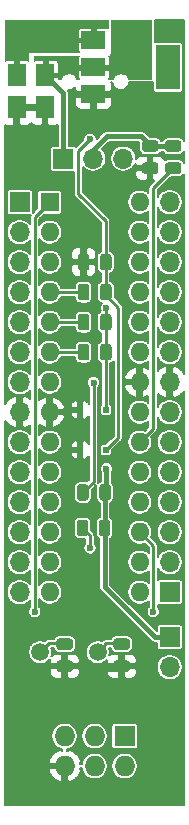
<source format=gbl>
G04 #@! TF.GenerationSoftware,KiCad,Pcbnew,5.1.6-1.fc31*
G04 #@! TF.CreationDate,2020-07-21T16:24:12+03:00*
G04 #@! TF.ProjectId,rudy,72756479-2e6b-4696-9361-645f70636258,rev?*
G04 #@! TF.SameCoordinates,Original*
G04 #@! TF.FileFunction,Copper,L2,Bot*
G04 #@! TF.FilePolarity,Positive*
%FSLAX46Y46*%
G04 Gerber Fmt 4.6, Leading zero omitted, Abs format (unit mm)*
G04 Created by KiCad (PCBNEW 5.1.6-1.fc31) date 2020-07-21 16:24:12*
%MOMM*%
%LPD*%
G01*
G04 APERTURE LIST*
G04 #@! TA.AperFunction,SMDPad,CuDef*
%ADD10R,2.000000X3.800000*%
G04 #@! TD*
G04 #@! TA.AperFunction,SMDPad,CuDef*
%ADD11R,2.000000X1.500000*%
G04 #@! TD*
G04 #@! TA.AperFunction,ComponentPad*
%ADD12R,1.700000X1.700000*%
G04 #@! TD*
G04 #@! TA.AperFunction,ComponentPad*
%ADD13O,1.700000X1.700000*%
G04 #@! TD*
G04 #@! TA.AperFunction,ComponentPad*
%ADD14R,1.727200X1.727200*%
G04 #@! TD*
G04 #@! TA.AperFunction,ComponentPad*
%ADD15O,1.727200X1.727200*%
G04 #@! TD*
G04 #@! TA.AperFunction,ComponentPad*
%ADD16C,1.500000*%
G04 #@! TD*
G04 #@! TA.AperFunction,ComponentPad*
%ADD17R,1.600000X1.600000*%
G04 #@! TD*
G04 #@! TA.AperFunction,ComponentPad*
%ADD18O,1.600000X1.600000*%
G04 #@! TD*
G04 #@! TA.AperFunction,SMDPad,CuDef*
%ADD19R,1.500000X1.950000*%
G04 #@! TD*
G04 #@! TA.AperFunction,SMDPad,CuDef*
%ADD20R,0.500000X0.500000*%
G04 #@! TD*
G04 #@! TA.AperFunction,ViaPad*
%ADD21C,0.600000*%
G04 #@! TD*
G04 #@! TA.AperFunction,Conductor*
%ADD22C,0.400000*%
G04 #@! TD*
G04 #@! TA.AperFunction,Conductor*
%ADD23C,0.250000*%
G04 #@! TD*
G04 #@! TA.AperFunction,Conductor*
%ADD24C,0.127000*%
G04 #@! TD*
G04 #@! TA.AperFunction,Conductor*
%ADD25C,0.100000*%
G04 #@! TD*
G04 APERTURE END LIST*
D10*
X82398000Y-59690000D03*
D11*
X76098000Y-59690000D03*
X76098000Y-57390000D03*
X76098000Y-61990000D03*
D12*
X73533000Y-67437000D03*
D13*
X76073000Y-67437000D03*
X78613000Y-67437000D03*
D12*
X69850000Y-71120000D03*
D13*
X69850000Y-73660000D03*
X69850000Y-76200000D03*
X69850000Y-78740000D03*
X69850000Y-81280000D03*
X69850000Y-83820000D03*
X69850000Y-86360000D03*
X69850000Y-88900000D03*
X69850000Y-91440000D03*
X69850000Y-93980000D03*
X69850000Y-96520000D03*
X69850000Y-99060000D03*
X69850000Y-101600000D03*
X69850000Y-104140000D03*
D12*
X82550000Y-104140000D03*
D13*
X82550000Y-101600000D03*
X82550000Y-99060000D03*
X82550000Y-96520000D03*
X82550000Y-93980000D03*
X82550000Y-91440000D03*
X82550000Y-88900000D03*
X82550000Y-86360000D03*
X82550000Y-83820000D03*
X82550000Y-81280000D03*
X82550000Y-78740000D03*
X82550000Y-76200000D03*
X82550000Y-73660000D03*
X82550000Y-71120000D03*
D12*
X82550000Y-107950000D03*
D13*
X82550000Y-110490000D03*
D14*
X78740000Y-116332000D03*
D15*
X78740000Y-118872000D03*
X76200000Y-116332000D03*
X76200000Y-118872000D03*
X73660000Y-116332000D03*
X73660000Y-118872000D03*
D16*
X76454000Y-109220000D03*
X71574000Y-109220000D03*
D17*
X72390000Y-71120000D03*
D18*
X80010000Y-104140000D03*
X72390000Y-73660000D03*
X80010000Y-101600000D03*
X72390000Y-76200000D03*
X80010000Y-99060000D03*
X72390000Y-78740000D03*
X80010000Y-96520000D03*
X72390000Y-81280000D03*
X80010000Y-93980000D03*
X72390000Y-83820000D03*
X80010000Y-91440000D03*
X72390000Y-86360000D03*
X80010000Y-88900000D03*
X72390000Y-88900000D03*
X80010000Y-86360000D03*
X72390000Y-91440000D03*
X80010000Y-83820000D03*
X72390000Y-93980000D03*
X80010000Y-81280000D03*
X72390000Y-96520000D03*
X80010000Y-78740000D03*
X72390000Y-99060000D03*
X80010000Y-76200000D03*
X72390000Y-101600000D03*
X80010000Y-73660000D03*
X72390000Y-104140000D03*
X80010000Y-71120000D03*
D19*
X69596000Y-60347000D03*
X69596000Y-63097000D03*
X72009000Y-60347000D03*
X72009000Y-63097000D03*
D20*
X77150000Y-88700000D03*
X74950000Y-88700000D03*
X77150000Y-92100000D03*
X74950000Y-92100000D03*
G04 #@! TA.AperFunction,SMDPad,CuDef*
G36*
G01*
X80442750Y-65885000D02*
X81355250Y-65885000D01*
G75*
G02*
X81599000Y-66128750I0J-243750D01*
G01*
X81599000Y-66616250D01*
G75*
G02*
X81355250Y-66860000I-243750J0D01*
G01*
X80442750Y-66860000D01*
G75*
G02*
X80199000Y-66616250I0J243750D01*
G01*
X80199000Y-66128750D01*
G75*
G02*
X80442750Y-65885000I243750J0D01*
G01*
G37*
G04 #@! TD.AperFunction*
G04 #@! TA.AperFunction,SMDPad,CuDef*
G36*
G01*
X80442750Y-67760000D02*
X81355250Y-67760000D01*
G75*
G02*
X81599000Y-68003750I0J-243750D01*
G01*
X81599000Y-68491250D01*
G75*
G02*
X81355250Y-68735000I-243750J0D01*
G01*
X80442750Y-68735000D01*
G75*
G02*
X80199000Y-68491250I0J243750D01*
G01*
X80199000Y-68003750D01*
G75*
G02*
X80442750Y-67760000I243750J0D01*
G01*
G37*
G04 #@! TD.AperFunction*
G04 #@! TA.AperFunction,SMDPad,CuDef*
G36*
G01*
X78029750Y-108049000D02*
X78942250Y-108049000D01*
G75*
G02*
X79186000Y-108292750I0J-243750D01*
G01*
X79186000Y-108780250D01*
G75*
G02*
X78942250Y-109024000I-243750J0D01*
G01*
X78029750Y-109024000D01*
G75*
G02*
X77786000Y-108780250I0J243750D01*
G01*
X77786000Y-108292750D01*
G75*
G02*
X78029750Y-108049000I243750J0D01*
G01*
G37*
G04 #@! TD.AperFunction*
G04 #@! TA.AperFunction,SMDPad,CuDef*
G36*
G01*
X78029750Y-109924000D02*
X78942250Y-109924000D01*
G75*
G02*
X79186000Y-110167750I0J-243750D01*
G01*
X79186000Y-110655250D01*
G75*
G02*
X78942250Y-110899000I-243750J0D01*
G01*
X78029750Y-110899000D01*
G75*
G02*
X77786000Y-110655250I0J243750D01*
G01*
X77786000Y-110167750D01*
G75*
G02*
X78029750Y-109924000I243750J0D01*
G01*
G37*
G04 #@! TD.AperFunction*
G04 #@! TA.AperFunction,SMDPad,CuDef*
G36*
G01*
X73203750Y-109924000D02*
X74116250Y-109924000D01*
G75*
G02*
X74360000Y-110167750I0J-243750D01*
G01*
X74360000Y-110655250D01*
G75*
G02*
X74116250Y-110899000I-243750J0D01*
G01*
X73203750Y-110899000D01*
G75*
G02*
X72960000Y-110655250I0J243750D01*
G01*
X72960000Y-110167750D01*
G75*
G02*
X73203750Y-109924000I243750J0D01*
G01*
G37*
G04 #@! TD.AperFunction*
G04 #@! TA.AperFunction,SMDPad,CuDef*
G36*
G01*
X73203750Y-108049000D02*
X74116250Y-108049000D01*
G75*
G02*
X74360000Y-108292750I0J-243750D01*
G01*
X74360000Y-108780250D01*
G75*
G02*
X74116250Y-109024000I-243750J0D01*
G01*
X73203750Y-109024000D01*
G75*
G02*
X72960000Y-108780250I0J243750D01*
G01*
X72960000Y-108292750D01*
G75*
G02*
X73203750Y-108049000I243750J0D01*
G01*
G37*
G04 #@! TD.AperFunction*
G04 #@! TA.AperFunction,SMDPad,CuDef*
G36*
G01*
X74775000Y-81736250D02*
X74775000Y-80823750D01*
G75*
G02*
X75018750Y-80580000I243750J0D01*
G01*
X75506250Y-80580000D01*
G75*
G02*
X75750000Y-80823750I0J-243750D01*
G01*
X75750000Y-81736250D01*
G75*
G02*
X75506250Y-81980000I-243750J0D01*
G01*
X75018750Y-81980000D01*
G75*
G02*
X74775000Y-81736250I0J243750D01*
G01*
G37*
G04 #@! TD.AperFunction*
G04 #@! TA.AperFunction,SMDPad,CuDef*
G36*
G01*
X76650000Y-81736250D02*
X76650000Y-80823750D01*
G75*
G02*
X76893750Y-80580000I243750J0D01*
G01*
X77381250Y-80580000D01*
G75*
G02*
X77625000Y-80823750I0J-243750D01*
G01*
X77625000Y-81736250D01*
G75*
G02*
X77381250Y-81980000I-243750J0D01*
G01*
X76893750Y-81980000D01*
G75*
G02*
X76650000Y-81736250I0J243750D01*
G01*
G37*
G04 #@! TD.AperFunction*
G04 #@! TA.AperFunction,SMDPad,CuDef*
G36*
G01*
X74775000Y-79196250D02*
X74775000Y-78283750D01*
G75*
G02*
X75018750Y-78040000I243750J0D01*
G01*
X75506250Y-78040000D01*
G75*
G02*
X75750000Y-78283750I0J-243750D01*
G01*
X75750000Y-79196250D01*
G75*
G02*
X75506250Y-79440000I-243750J0D01*
G01*
X75018750Y-79440000D01*
G75*
G02*
X74775000Y-79196250I0J243750D01*
G01*
G37*
G04 #@! TD.AperFunction*
G04 #@! TA.AperFunction,SMDPad,CuDef*
G36*
G01*
X76650000Y-79196250D02*
X76650000Y-78283750D01*
G75*
G02*
X76893750Y-78040000I243750J0D01*
G01*
X77381250Y-78040000D01*
G75*
G02*
X77625000Y-78283750I0J-243750D01*
G01*
X77625000Y-79196250D01*
G75*
G02*
X77381250Y-79440000I-243750J0D01*
G01*
X76893750Y-79440000D01*
G75*
G02*
X76650000Y-79196250I0J243750D01*
G01*
G37*
G04 #@! TD.AperFunction*
G04 #@! TA.AperFunction,SMDPad,CuDef*
G36*
G01*
X76650000Y-84276250D02*
X76650000Y-83363750D01*
G75*
G02*
X76893750Y-83120000I243750J0D01*
G01*
X77381250Y-83120000D01*
G75*
G02*
X77625000Y-83363750I0J-243750D01*
G01*
X77625000Y-84276250D01*
G75*
G02*
X77381250Y-84520000I-243750J0D01*
G01*
X76893750Y-84520000D01*
G75*
G02*
X76650000Y-84276250I0J243750D01*
G01*
G37*
G04 #@! TD.AperFunction*
G04 #@! TA.AperFunction,SMDPad,CuDef*
G36*
G01*
X74775000Y-84276250D02*
X74775000Y-83363750D01*
G75*
G02*
X75018750Y-83120000I243750J0D01*
G01*
X75506250Y-83120000D01*
G75*
G02*
X75750000Y-83363750I0J-243750D01*
G01*
X75750000Y-84276250D01*
G75*
G02*
X75506250Y-84520000I-243750J0D01*
G01*
X75018750Y-84520000D01*
G75*
G02*
X74775000Y-84276250I0J243750D01*
G01*
G37*
G04 #@! TD.AperFunction*
G04 #@! TA.AperFunction,SMDPad,CuDef*
G36*
G01*
X75750000Y-75743750D02*
X75750000Y-76656250D01*
G75*
G02*
X75506250Y-76900000I-243750J0D01*
G01*
X75018750Y-76900000D01*
G75*
G02*
X74775000Y-76656250I0J243750D01*
G01*
X74775000Y-75743750D01*
G75*
G02*
X75018750Y-75500000I243750J0D01*
G01*
X75506250Y-75500000D01*
G75*
G02*
X75750000Y-75743750I0J-243750D01*
G01*
G37*
G04 #@! TD.AperFunction*
G04 #@! TA.AperFunction,SMDPad,CuDef*
G36*
G01*
X77625000Y-75743750D02*
X77625000Y-76656250D01*
G75*
G02*
X77381250Y-76900000I-243750J0D01*
G01*
X76893750Y-76900000D01*
G75*
G02*
X76650000Y-76656250I0J243750D01*
G01*
X76650000Y-75743750D01*
G75*
G02*
X76893750Y-75500000I243750J0D01*
G01*
X77381250Y-75500000D01*
G75*
G02*
X77625000Y-75743750I0J-243750D01*
G01*
G37*
G04 #@! TD.AperFunction*
G04 #@! TA.AperFunction,SMDPad,CuDef*
G36*
G01*
X76587500Y-96156250D02*
X76587500Y-95243750D01*
G75*
G02*
X76831250Y-95000000I243750J0D01*
G01*
X77318750Y-95000000D01*
G75*
G02*
X77562500Y-95243750I0J-243750D01*
G01*
X77562500Y-96156250D01*
G75*
G02*
X77318750Y-96400000I-243750J0D01*
G01*
X76831250Y-96400000D01*
G75*
G02*
X76587500Y-96156250I0J243750D01*
G01*
G37*
G04 #@! TD.AperFunction*
G04 #@! TA.AperFunction,SMDPad,CuDef*
G36*
G01*
X74712500Y-96156250D02*
X74712500Y-95243750D01*
G75*
G02*
X74956250Y-95000000I243750J0D01*
G01*
X75443750Y-95000000D01*
G75*
G02*
X75687500Y-95243750I0J-243750D01*
G01*
X75687500Y-96156250D01*
G75*
G02*
X75443750Y-96400000I-243750J0D01*
G01*
X74956250Y-96400000D01*
G75*
G02*
X74712500Y-96156250I0J243750D01*
G01*
G37*
G04 #@! TD.AperFunction*
G04 #@! TA.AperFunction,SMDPad,CuDef*
G36*
G01*
X74675000Y-99156250D02*
X74675000Y-98243750D01*
G75*
G02*
X74918750Y-98000000I243750J0D01*
G01*
X75406250Y-98000000D01*
G75*
G02*
X75650000Y-98243750I0J-243750D01*
G01*
X75650000Y-99156250D01*
G75*
G02*
X75406250Y-99400000I-243750J0D01*
G01*
X74918750Y-99400000D01*
G75*
G02*
X74675000Y-99156250I0J243750D01*
G01*
G37*
G04 #@! TD.AperFunction*
G04 #@! TA.AperFunction,SMDPad,CuDef*
G36*
G01*
X76550000Y-99156250D02*
X76550000Y-98243750D01*
G75*
G02*
X76793750Y-98000000I243750J0D01*
G01*
X77281250Y-98000000D01*
G75*
G02*
X77525000Y-98243750I0J-243750D01*
G01*
X77525000Y-99156250D01*
G75*
G02*
X77281250Y-99400000I-243750J0D01*
G01*
X76793750Y-99400000D01*
G75*
G02*
X76550000Y-99156250I0J243750D01*
G01*
G37*
G04 #@! TD.AperFunction*
G04 #@! TA.AperFunction,SMDPad,CuDef*
G36*
G01*
X82393750Y-65885000D02*
X83306250Y-65885000D01*
G75*
G02*
X83550000Y-66128750I0J-243750D01*
G01*
X83550000Y-66616250D01*
G75*
G02*
X83306250Y-66860000I-243750J0D01*
G01*
X82393750Y-66860000D01*
G75*
G02*
X82150000Y-66616250I0J243750D01*
G01*
X82150000Y-66128750D01*
G75*
G02*
X82393750Y-65885000I243750J0D01*
G01*
G37*
G04 #@! TD.AperFunction*
G04 #@! TA.AperFunction,SMDPad,CuDef*
G36*
G01*
X82393750Y-67760000D02*
X83306250Y-67760000D01*
G75*
G02*
X83550000Y-68003750I0J-243750D01*
G01*
X83550000Y-68491250D01*
G75*
G02*
X83306250Y-68735000I-243750J0D01*
G01*
X82393750Y-68735000D01*
G75*
G02*
X82150000Y-68491250I0J243750D01*
G01*
X82150000Y-68003750D01*
G75*
G02*
X82393750Y-67760000I243750J0D01*
G01*
G37*
G04 #@! TD.AperFunction*
D21*
X77200000Y-93700000D03*
X76454000Y-111506000D03*
X74958058Y-65758058D03*
X73787000Y-57848500D03*
X71120000Y-105791000D03*
X81153000Y-105791000D03*
X77200000Y-80100000D03*
X75800000Y-65800000D03*
X76100000Y-86400000D03*
X75800000Y-100400000D03*
D22*
X76073000Y-67437000D02*
X76073000Y-66675000D01*
X76073000Y-66675000D02*
X77216000Y-65532000D01*
X77216000Y-65532000D02*
X80121000Y-65532000D01*
X80121000Y-65532000D02*
X80899000Y-66310000D01*
X77037500Y-103687500D02*
X77037500Y-98900000D01*
X81300000Y-107950000D02*
X77037500Y-103687500D01*
X82550000Y-107950000D02*
X81300000Y-107950000D01*
X77075000Y-98662500D02*
X77037500Y-98700000D01*
X77075000Y-95700000D02*
X77075000Y-98662500D01*
X77200000Y-95575000D02*
X77075000Y-95700000D01*
X77200000Y-93700000D02*
X77200000Y-95575000D01*
X80899000Y-66372500D02*
X82850000Y-66372500D01*
D23*
X80010000Y-86360000D02*
X79629000Y-86360000D01*
X76454000Y-111506000D02*
X77236000Y-110724000D01*
X77236000Y-110724000D02*
X78486000Y-110724000D01*
X72009000Y-63722000D02*
X72009000Y-63754000D01*
X76098000Y-64618116D02*
X76098000Y-61990000D01*
X74958058Y-65758058D02*
X76098000Y-64618116D01*
D22*
X73787000Y-57848500D02*
X73660000Y-57721500D01*
X73660000Y-57721500D02*
X73660000Y-57340500D01*
X73533000Y-67437000D02*
X73533000Y-61871000D01*
X73533000Y-61871000D02*
X72009000Y-60347000D01*
D23*
X72285000Y-60347000D02*
X72009000Y-60347000D01*
X72041000Y-59690000D02*
X72009000Y-59722000D01*
X76098000Y-59690000D02*
X76200000Y-59690000D01*
X76066000Y-59722000D02*
X76098000Y-59690000D01*
X77200000Y-108474000D02*
X76454000Y-109220000D01*
X78486000Y-108474000D02*
X77200000Y-108474000D01*
X72320000Y-108474000D02*
X71574000Y-109220000D01*
X73660000Y-108474000D02*
X72320000Y-108474000D01*
X72390000Y-81280000D02*
X75250000Y-81280000D01*
X72390000Y-78740000D02*
X75250000Y-78740000D01*
X72390000Y-71120000D02*
X71882000Y-71120000D01*
X71120000Y-105791000D02*
X71120000Y-72390000D01*
X72390000Y-71120000D02*
X71120000Y-72390000D01*
X81153000Y-100203000D02*
X81153000Y-100647000D01*
X80010000Y-99060000D02*
X81153000Y-100203000D01*
X81153000Y-105791000D02*
X81153000Y-100647000D01*
X81153000Y-100647000D02*
X81153000Y-100457000D01*
X72390000Y-83820000D02*
X75250000Y-83820000D01*
X81135001Y-69962499D02*
X82850000Y-68247500D01*
X81135001Y-90314999D02*
X81135001Y-89864999D01*
X80010000Y-91440000D02*
X81135001Y-90314999D01*
X81135001Y-90025001D02*
X81135001Y-89864999D01*
X81135001Y-89864999D02*
X81135001Y-69962499D01*
X77150000Y-80150000D02*
X77150000Y-81280000D01*
X77200000Y-80100000D02*
X77150000Y-80150000D01*
X77150000Y-88700000D02*
X77150000Y-83820000D01*
X76980000Y-81280000D02*
X77150000Y-81280000D01*
X77150000Y-81280000D02*
X77150000Y-80706000D01*
X77150000Y-81280000D02*
X77150000Y-83820000D01*
X77150000Y-72750000D02*
X77150000Y-76200000D01*
X74800000Y-70400000D02*
X77150000Y-72750000D01*
X74800000Y-66800000D02*
X74800000Y-70400000D01*
X75800000Y-65800000D02*
X74800000Y-66800000D01*
X77150000Y-78740000D02*
X77150000Y-79000000D01*
X77150000Y-79000000D02*
X78200000Y-80050000D01*
X78200000Y-91050000D02*
X77150000Y-92100000D01*
X78200000Y-80050000D02*
X78200000Y-91050000D01*
X77150000Y-76200000D02*
X77150000Y-78740000D01*
X75200000Y-95700000D02*
X76100000Y-94800000D01*
X76100000Y-94800000D02*
X76100000Y-86400000D01*
X75800000Y-99337500D02*
X75162500Y-98700000D01*
X75800000Y-100400000D02*
X75800000Y-99337500D01*
D24*
G36*
X70830375Y-62906500D02*
G01*
X71818500Y-62906500D01*
X71818500Y-62886500D01*
X72199500Y-62886500D01*
X72199500Y-62906500D01*
X72219500Y-62906500D01*
X72219500Y-63287500D01*
X72199500Y-63287500D01*
X72199500Y-64500625D01*
X72342375Y-64643500D01*
X72759000Y-64646265D01*
X72871034Y-64635231D01*
X72978762Y-64602552D01*
X73069501Y-64554051D01*
X73069500Y-66322226D01*
X72683000Y-66322226D01*
X72631345Y-66327314D01*
X72581675Y-66342381D01*
X72535899Y-66366848D01*
X72495777Y-66399777D01*
X72462848Y-66439899D01*
X72438381Y-66485675D01*
X72423314Y-66535345D01*
X72418226Y-66587000D01*
X72418226Y-68287000D01*
X72423314Y-68338655D01*
X72438381Y-68388325D01*
X72462848Y-68434101D01*
X72495777Y-68474223D01*
X72535899Y-68507152D01*
X72581675Y-68531619D01*
X72631345Y-68546686D01*
X72683000Y-68551774D01*
X74383000Y-68551774D01*
X74411500Y-68548967D01*
X74411501Y-70380915D01*
X74409621Y-70400000D01*
X74417123Y-70476158D01*
X74439337Y-70549391D01*
X74475412Y-70616883D01*
X74504865Y-70652772D01*
X74523961Y-70676040D01*
X74538782Y-70688203D01*
X76761500Y-72910922D01*
X76761501Y-75255020D01*
X76699146Y-75273935D01*
X76611229Y-75320928D01*
X76534169Y-75384169D01*
X76470928Y-75461229D01*
X76423935Y-75549146D01*
X76394997Y-75644542D01*
X76385226Y-75743750D01*
X76385226Y-76656250D01*
X76394997Y-76755458D01*
X76423935Y-76850854D01*
X76470928Y-76938771D01*
X76534169Y-77015831D01*
X76611229Y-77079072D01*
X76699146Y-77126065D01*
X76761500Y-77144980D01*
X76761501Y-77795020D01*
X76699146Y-77813935D01*
X76611229Y-77860928D01*
X76534169Y-77924169D01*
X76470928Y-78001229D01*
X76423935Y-78089146D01*
X76394997Y-78184542D01*
X76385226Y-78283750D01*
X76385226Y-79196250D01*
X76394997Y-79295458D01*
X76423935Y-79390854D01*
X76470928Y-79478771D01*
X76534169Y-79555831D01*
X76611229Y-79619072D01*
X76699146Y-79666065D01*
X76794542Y-79695003D01*
X76806873Y-79696217D01*
X76762301Y-79740789D01*
X76700632Y-79833082D01*
X76658155Y-79935633D01*
X76636500Y-80044500D01*
X76636500Y-80155500D01*
X76658155Y-80264367D01*
X76695960Y-80355638D01*
X76611229Y-80400928D01*
X76534169Y-80464169D01*
X76470928Y-80541229D01*
X76423935Y-80629146D01*
X76394997Y-80724542D01*
X76385226Y-80823750D01*
X76385226Y-81736250D01*
X76394997Y-81835458D01*
X76423935Y-81930854D01*
X76470928Y-82018771D01*
X76534169Y-82095831D01*
X76611229Y-82159072D01*
X76699146Y-82206065D01*
X76761500Y-82224980D01*
X76761501Y-82875020D01*
X76699146Y-82893935D01*
X76611229Y-82940928D01*
X76534169Y-83004169D01*
X76470928Y-83081229D01*
X76423935Y-83169146D01*
X76394997Y-83264542D01*
X76385226Y-83363750D01*
X76385226Y-84276250D01*
X76394997Y-84375458D01*
X76423935Y-84470854D01*
X76470928Y-84558771D01*
X76534169Y-84635831D01*
X76611229Y-84699072D01*
X76699146Y-84746065D01*
X76761501Y-84764980D01*
X76761500Y-88225251D01*
X76752899Y-88229848D01*
X76712777Y-88262777D01*
X76679848Y-88302899D01*
X76655381Y-88348675D01*
X76640314Y-88398345D01*
X76635226Y-88450000D01*
X76635226Y-88950000D01*
X76640314Y-89001655D01*
X76655381Y-89051325D01*
X76679848Y-89097101D01*
X76712777Y-89137223D01*
X76752899Y-89170152D01*
X76798675Y-89194619D01*
X76848345Y-89209686D01*
X76900000Y-89214774D01*
X77400000Y-89214774D01*
X77451655Y-89209686D01*
X77501325Y-89194619D01*
X77547101Y-89170152D01*
X77587223Y-89137223D01*
X77620152Y-89097101D01*
X77644619Y-89051325D01*
X77659686Y-89001655D01*
X77664774Y-88950000D01*
X77664774Y-88450000D01*
X77659686Y-88398345D01*
X77644619Y-88348675D01*
X77620152Y-88302899D01*
X77587223Y-88262777D01*
X77547101Y-88229848D01*
X77538500Y-88225251D01*
X77538500Y-84757396D01*
X77575854Y-84746065D01*
X77663771Y-84699072D01*
X77740831Y-84635831D01*
X77804072Y-84558771D01*
X77811500Y-84544874D01*
X77811501Y-90889078D01*
X77115353Y-91585226D01*
X76900000Y-91585226D01*
X76848345Y-91590314D01*
X76798675Y-91605381D01*
X76752899Y-91629848D01*
X76712777Y-91662777D01*
X76679848Y-91702899D01*
X76655381Y-91748675D01*
X76640314Y-91798345D01*
X76635226Y-91850000D01*
X76635226Y-92350000D01*
X76640314Y-92401655D01*
X76655381Y-92451325D01*
X76679848Y-92497101D01*
X76712777Y-92537223D01*
X76752899Y-92570152D01*
X76798675Y-92594619D01*
X76848345Y-92609686D01*
X76900000Y-92614774D01*
X77400000Y-92614774D01*
X77451655Y-92609686D01*
X77501325Y-92594619D01*
X77547101Y-92570152D01*
X77587223Y-92537223D01*
X77620152Y-92497101D01*
X77644619Y-92451325D01*
X77659686Y-92401655D01*
X77664774Y-92350000D01*
X77664774Y-92134647D01*
X78461213Y-91338208D01*
X78476040Y-91326040D01*
X78511229Y-91283161D01*
X78524588Y-91266884D01*
X78560663Y-91199392D01*
X78582878Y-91126159D01*
X78588500Y-91069078D01*
X78588500Y-91069076D01*
X78590379Y-91050001D01*
X78588500Y-91030926D01*
X78588500Y-86760625D01*
X78698318Y-86760625D01*
X78799210Y-87004220D01*
X78948156Y-87228055D01*
X79137908Y-87418531D01*
X79361174Y-87568328D01*
X79609374Y-87671690D01*
X79819500Y-87575338D01*
X79819500Y-86550500D01*
X78796233Y-86550500D01*
X78698318Y-86760625D01*
X78588500Y-86760625D01*
X78588500Y-85959375D01*
X78698318Y-85959375D01*
X78796233Y-86169500D01*
X79819500Y-86169500D01*
X79819500Y-85144662D01*
X79609374Y-85048310D01*
X79361174Y-85151672D01*
X79137908Y-85301469D01*
X78948156Y-85491945D01*
X78799210Y-85715780D01*
X78698318Y-85959375D01*
X78588500Y-85959375D01*
X78588500Y-80069074D01*
X78590379Y-80049999D01*
X78588500Y-80030922D01*
X78582878Y-79973841D01*
X78560663Y-79900608D01*
X78524589Y-79833118D01*
X78524588Y-79833116D01*
X78507093Y-79811799D01*
X78476040Y-79773960D01*
X78461214Y-79761793D01*
X77889774Y-79190353D01*
X77889774Y-78283750D01*
X77880003Y-78184542D01*
X77851065Y-78089146D01*
X77804072Y-78001229D01*
X77740831Y-77924169D01*
X77663771Y-77860928D01*
X77575854Y-77813935D01*
X77538500Y-77802604D01*
X77538500Y-77137396D01*
X77575854Y-77126065D01*
X77663771Y-77079072D01*
X77740831Y-77015831D01*
X77804072Y-76938771D01*
X77851065Y-76850854D01*
X77880003Y-76755458D01*
X77889774Y-76656250D01*
X77889774Y-75743750D01*
X77880003Y-75644542D01*
X77851065Y-75549146D01*
X77804072Y-75461229D01*
X77740831Y-75384169D01*
X77663771Y-75320928D01*
X77575854Y-75273935D01*
X77538500Y-75262604D01*
X77538500Y-72769075D01*
X77540379Y-72750000D01*
X77538500Y-72730922D01*
X77532878Y-72673841D01*
X77510663Y-72600608D01*
X77474588Y-72533117D01*
X77426040Y-72473960D01*
X77411220Y-72461798D01*
X75188500Y-70239079D01*
X75188500Y-68735000D01*
X79624735Y-68735000D01*
X79635769Y-68847034D01*
X79668448Y-68954762D01*
X79721516Y-69054045D01*
X79792933Y-69141067D01*
X79879955Y-69212484D01*
X79979238Y-69265552D01*
X80086966Y-69298231D01*
X80199000Y-69309265D01*
X80565625Y-69306500D01*
X80708500Y-69163625D01*
X80708500Y-68438000D01*
X79770375Y-68438000D01*
X79627500Y-68580875D01*
X79624735Y-68735000D01*
X75188500Y-68735000D01*
X75188500Y-68117499D01*
X75208088Y-68146815D01*
X75363185Y-68301912D01*
X75545560Y-68423771D01*
X75748204Y-68507709D01*
X75963330Y-68550500D01*
X76182670Y-68550500D01*
X76397796Y-68507709D01*
X76600440Y-68423771D01*
X76782815Y-68301912D01*
X76937912Y-68146815D01*
X77059771Y-67964440D01*
X77143709Y-67761796D01*
X77186500Y-67546670D01*
X77186500Y-67327330D01*
X77499500Y-67327330D01*
X77499500Y-67546670D01*
X77542291Y-67761796D01*
X77626229Y-67964440D01*
X77748088Y-68146815D01*
X77903185Y-68301912D01*
X78085560Y-68423771D01*
X78288204Y-68507709D01*
X78503330Y-68550500D01*
X78722670Y-68550500D01*
X78937796Y-68507709D01*
X79140440Y-68423771D01*
X79322815Y-68301912D01*
X79477912Y-68146815D01*
X79599771Y-67964440D01*
X79627214Y-67898187D01*
X79627500Y-67914125D01*
X79770375Y-68057000D01*
X80708500Y-68057000D01*
X80708500Y-67331375D01*
X80565625Y-67188500D01*
X80199000Y-67185735D01*
X80086966Y-67196769D01*
X79979238Y-67229448D01*
X79879955Y-67282516D01*
X79792933Y-67353933D01*
X79726500Y-67434882D01*
X79726500Y-67327330D01*
X79683709Y-67112204D01*
X79599771Y-66909560D01*
X79477912Y-66727185D01*
X79322815Y-66572088D01*
X79140440Y-66450229D01*
X78937796Y-66366291D01*
X78722670Y-66323500D01*
X78503330Y-66323500D01*
X78288204Y-66366291D01*
X78085560Y-66450229D01*
X77903185Y-66572088D01*
X77748088Y-66727185D01*
X77626229Y-66909560D01*
X77542291Y-67112204D01*
X77499500Y-67327330D01*
X77186500Y-67327330D01*
X77143709Y-67112204D01*
X77059771Y-66909560D01*
X76937912Y-66727185D01*
X76807107Y-66596380D01*
X77407988Y-65995500D01*
X79929013Y-65995500D01*
X79948433Y-66014920D01*
X79943997Y-66029542D01*
X79934226Y-66128750D01*
X79934226Y-66616250D01*
X79943997Y-66715458D01*
X79972935Y-66810854D01*
X80019928Y-66898771D01*
X80083169Y-66975831D01*
X80160229Y-67039072D01*
X80248146Y-67086065D01*
X80343542Y-67115003D01*
X80442750Y-67124774D01*
X81355250Y-67124774D01*
X81454458Y-67115003D01*
X81549854Y-67086065D01*
X81637771Y-67039072D01*
X81714831Y-66975831D01*
X81778072Y-66898771D01*
X81811624Y-66836000D01*
X81937376Y-66836000D01*
X81970928Y-66898771D01*
X82034169Y-66975831D01*
X82111229Y-67039072D01*
X82199146Y-67086065D01*
X82294542Y-67115003D01*
X82393750Y-67124774D01*
X83306250Y-67124774D01*
X83405458Y-67115003D01*
X83500854Y-67086065D01*
X83588771Y-67039072D01*
X83665831Y-66975831D01*
X83729072Y-66898771D01*
X83770501Y-66821264D01*
X83770501Y-67798736D01*
X83729072Y-67721229D01*
X83665831Y-67644169D01*
X83588771Y-67580928D01*
X83500854Y-67533935D01*
X83405458Y-67504997D01*
X83306250Y-67495226D01*
X82393750Y-67495226D01*
X82294542Y-67504997D01*
X82199146Y-67533935D01*
X82137617Y-67566823D01*
X82129552Y-67540238D01*
X82076484Y-67440955D01*
X82005067Y-67353933D01*
X81918045Y-67282516D01*
X81818762Y-67229448D01*
X81711034Y-67196769D01*
X81599000Y-67185735D01*
X81232375Y-67188500D01*
X81089500Y-67331375D01*
X81089500Y-68057000D01*
X81109500Y-68057000D01*
X81109500Y-68438000D01*
X81089500Y-68438000D01*
X81089500Y-69163625D01*
X81232375Y-69306500D01*
X81241510Y-69306569D01*
X80873783Y-69674296D01*
X80858962Y-69686459D01*
X80846800Y-69701279D01*
X80810413Y-69745616D01*
X80774338Y-69813108D01*
X80752124Y-69886341D01*
X80744622Y-69962499D01*
X80746502Y-69981584D01*
X80746502Y-70352485D01*
X80687942Y-70293925D01*
X80513756Y-70177538D01*
X80320212Y-70097370D01*
X80114746Y-70056500D01*
X79905254Y-70056500D01*
X79699788Y-70097370D01*
X79506244Y-70177538D01*
X79332058Y-70293925D01*
X79183925Y-70442058D01*
X79067538Y-70616244D01*
X78987370Y-70809788D01*
X78946500Y-71015254D01*
X78946500Y-71224746D01*
X78987370Y-71430212D01*
X79067538Y-71623756D01*
X79183925Y-71797942D01*
X79332058Y-71946075D01*
X79506244Y-72062462D01*
X79699788Y-72142630D01*
X79905254Y-72183500D01*
X80114746Y-72183500D01*
X80320212Y-72142630D01*
X80513756Y-72062462D01*
X80687942Y-71946075D01*
X80746502Y-71887515D01*
X80746502Y-72892485D01*
X80687942Y-72833925D01*
X80513756Y-72717538D01*
X80320212Y-72637370D01*
X80114746Y-72596500D01*
X79905254Y-72596500D01*
X79699788Y-72637370D01*
X79506244Y-72717538D01*
X79332058Y-72833925D01*
X79183925Y-72982058D01*
X79067538Y-73156244D01*
X78987370Y-73349788D01*
X78946500Y-73555254D01*
X78946500Y-73764746D01*
X78987370Y-73970212D01*
X79067538Y-74163756D01*
X79183925Y-74337942D01*
X79332058Y-74486075D01*
X79506244Y-74602462D01*
X79699788Y-74682630D01*
X79905254Y-74723500D01*
X80114746Y-74723500D01*
X80320212Y-74682630D01*
X80513756Y-74602462D01*
X80687942Y-74486075D01*
X80746502Y-74427515D01*
X80746502Y-75432485D01*
X80687942Y-75373925D01*
X80513756Y-75257538D01*
X80320212Y-75177370D01*
X80114746Y-75136500D01*
X79905254Y-75136500D01*
X79699788Y-75177370D01*
X79506244Y-75257538D01*
X79332058Y-75373925D01*
X79183925Y-75522058D01*
X79067538Y-75696244D01*
X78987370Y-75889788D01*
X78946500Y-76095254D01*
X78946500Y-76304746D01*
X78987370Y-76510212D01*
X79067538Y-76703756D01*
X79183925Y-76877942D01*
X79332058Y-77026075D01*
X79506244Y-77142462D01*
X79699788Y-77222630D01*
X79905254Y-77263500D01*
X80114746Y-77263500D01*
X80320212Y-77222630D01*
X80513756Y-77142462D01*
X80687942Y-77026075D01*
X80746502Y-76967515D01*
X80746502Y-77972485D01*
X80687942Y-77913925D01*
X80513756Y-77797538D01*
X80320212Y-77717370D01*
X80114746Y-77676500D01*
X79905254Y-77676500D01*
X79699788Y-77717370D01*
X79506244Y-77797538D01*
X79332058Y-77913925D01*
X79183925Y-78062058D01*
X79067538Y-78236244D01*
X78987370Y-78429788D01*
X78946500Y-78635254D01*
X78946500Y-78844746D01*
X78987370Y-79050212D01*
X79067538Y-79243756D01*
X79183925Y-79417942D01*
X79332058Y-79566075D01*
X79506244Y-79682462D01*
X79699788Y-79762630D01*
X79905254Y-79803500D01*
X80114746Y-79803500D01*
X80320212Y-79762630D01*
X80513756Y-79682462D01*
X80687942Y-79566075D01*
X80746502Y-79507515D01*
X80746501Y-80512484D01*
X80687942Y-80453925D01*
X80513756Y-80337538D01*
X80320212Y-80257370D01*
X80114746Y-80216500D01*
X79905254Y-80216500D01*
X79699788Y-80257370D01*
X79506244Y-80337538D01*
X79332058Y-80453925D01*
X79183925Y-80602058D01*
X79067538Y-80776244D01*
X78987370Y-80969788D01*
X78946500Y-81175254D01*
X78946500Y-81384746D01*
X78987370Y-81590212D01*
X79067538Y-81783756D01*
X79183925Y-81957942D01*
X79332058Y-82106075D01*
X79506244Y-82222462D01*
X79699788Y-82302630D01*
X79905254Y-82343500D01*
X80114746Y-82343500D01*
X80320212Y-82302630D01*
X80513756Y-82222462D01*
X80687942Y-82106075D01*
X80746501Y-82047516D01*
X80746501Y-83052484D01*
X80687942Y-82993925D01*
X80513756Y-82877538D01*
X80320212Y-82797370D01*
X80114746Y-82756500D01*
X79905254Y-82756500D01*
X79699788Y-82797370D01*
X79506244Y-82877538D01*
X79332058Y-82993925D01*
X79183925Y-83142058D01*
X79067538Y-83316244D01*
X78987370Y-83509788D01*
X78946500Y-83715254D01*
X78946500Y-83924746D01*
X78987370Y-84130212D01*
X79067538Y-84323756D01*
X79183925Y-84497942D01*
X79332058Y-84646075D01*
X79506244Y-84762462D01*
X79699788Y-84842630D01*
X79905254Y-84883500D01*
X80114746Y-84883500D01*
X80320212Y-84842630D01*
X80513756Y-84762462D01*
X80687942Y-84646075D01*
X80746501Y-84587516D01*
X80746501Y-85210496D01*
X80658826Y-85151672D01*
X80410626Y-85048310D01*
X80200500Y-85144662D01*
X80200500Y-86169500D01*
X80220500Y-86169500D01*
X80220500Y-86550500D01*
X80200500Y-86550500D01*
X80200500Y-87575338D01*
X80410626Y-87671690D01*
X80658826Y-87568328D01*
X80746501Y-87509504D01*
X80746501Y-88132484D01*
X80687942Y-88073925D01*
X80513756Y-87957538D01*
X80320212Y-87877370D01*
X80114746Y-87836500D01*
X79905254Y-87836500D01*
X79699788Y-87877370D01*
X79506244Y-87957538D01*
X79332058Y-88073925D01*
X79183925Y-88222058D01*
X79067538Y-88396244D01*
X78987370Y-88589788D01*
X78946500Y-88795254D01*
X78946500Y-89004746D01*
X78987370Y-89210212D01*
X79067538Y-89403756D01*
X79183925Y-89577942D01*
X79332058Y-89726075D01*
X79506244Y-89842462D01*
X79699788Y-89922630D01*
X79905254Y-89963500D01*
X80114746Y-89963500D01*
X80320212Y-89922630D01*
X80513756Y-89842462D01*
X80687942Y-89726075D01*
X80746501Y-89667516D01*
X80746501Y-90154077D01*
X80435468Y-90465110D01*
X80320212Y-90417370D01*
X80114746Y-90376500D01*
X79905254Y-90376500D01*
X79699788Y-90417370D01*
X79506244Y-90497538D01*
X79332058Y-90613925D01*
X79183925Y-90762058D01*
X79067538Y-90936244D01*
X78987370Y-91129788D01*
X78946500Y-91335254D01*
X78946500Y-91544746D01*
X78987370Y-91750212D01*
X79067538Y-91943756D01*
X79183925Y-92117942D01*
X79332058Y-92266075D01*
X79506244Y-92382462D01*
X79699788Y-92462630D01*
X79905254Y-92503500D01*
X80114746Y-92503500D01*
X80320212Y-92462630D01*
X80513756Y-92382462D01*
X80687942Y-92266075D01*
X80836075Y-92117942D01*
X80952462Y-91943756D01*
X81032630Y-91750212D01*
X81073500Y-91544746D01*
X81073500Y-91335254D01*
X81072521Y-91330330D01*
X81436500Y-91330330D01*
X81436500Y-91549670D01*
X81479291Y-91764796D01*
X81563229Y-91967440D01*
X81685088Y-92149815D01*
X81840185Y-92304912D01*
X82022560Y-92426771D01*
X82225204Y-92510709D01*
X82440330Y-92553500D01*
X82659670Y-92553500D01*
X82874796Y-92510709D01*
X83077440Y-92426771D01*
X83259815Y-92304912D01*
X83414912Y-92149815D01*
X83536771Y-91967440D01*
X83620709Y-91764796D01*
X83663500Y-91549670D01*
X83663500Y-91330330D01*
X83620709Y-91115204D01*
X83536771Y-90912560D01*
X83414912Y-90730185D01*
X83259815Y-90575088D01*
X83077440Y-90453229D01*
X82874796Y-90369291D01*
X82659670Y-90326500D01*
X82440330Y-90326500D01*
X82225204Y-90369291D01*
X82022560Y-90453229D01*
X81840185Y-90575088D01*
X81685088Y-90730185D01*
X81563229Y-90912560D01*
X81479291Y-91115204D01*
X81436500Y-91330330D01*
X81072521Y-91330330D01*
X81032630Y-91129788D01*
X80984890Y-91014532D01*
X81396221Y-90603201D01*
X81411041Y-90591039D01*
X81459589Y-90531882D01*
X81495664Y-90464391D01*
X81517879Y-90391158D01*
X81523501Y-90334077D01*
X81523501Y-90334076D01*
X81525380Y-90314999D01*
X81523501Y-90295921D01*
X81523501Y-89331528D01*
X81563229Y-89427440D01*
X81685088Y-89609815D01*
X81840185Y-89764912D01*
X82022560Y-89886771D01*
X82225204Y-89970709D01*
X82440330Y-90013500D01*
X82659670Y-90013500D01*
X82874796Y-89970709D01*
X83077440Y-89886771D01*
X83259815Y-89764912D01*
X83414912Y-89609815D01*
X83536771Y-89427440D01*
X83620709Y-89224796D01*
X83663500Y-89009670D01*
X83663500Y-88790330D01*
X83620709Y-88575204D01*
X83536771Y-88372560D01*
X83414912Y-88190185D01*
X83259815Y-88035088D01*
X83077440Y-87913229D01*
X82874796Y-87829291D01*
X82659670Y-87786500D01*
X82440330Y-87786500D01*
X82225204Y-87829291D01*
X82022560Y-87913229D01*
X81840185Y-88035088D01*
X81685088Y-88190185D01*
X81563229Y-88372560D01*
X81523501Y-88468472D01*
X81523501Y-87334305D01*
X81651535Y-87461566D01*
X81883704Y-87615681D01*
X82141478Y-87721541D01*
X82359500Y-87625810D01*
X82359500Y-86550500D01*
X82339500Y-86550500D01*
X82339500Y-86169500D01*
X82359500Y-86169500D01*
X82359500Y-85094190D01*
X82141478Y-84998459D01*
X81883704Y-85104319D01*
X81651535Y-85258434D01*
X81523501Y-85385695D01*
X81523501Y-84251528D01*
X81563229Y-84347440D01*
X81685088Y-84529815D01*
X81840185Y-84684912D01*
X82022560Y-84806771D01*
X82225204Y-84890709D01*
X82440330Y-84933500D01*
X82659670Y-84933500D01*
X82874796Y-84890709D01*
X83077440Y-84806771D01*
X83259815Y-84684912D01*
X83414912Y-84529815D01*
X83536771Y-84347440D01*
X83620709Y-84144796D01*
X83663500Y-83929670D01*
X83663500Y-83710330D01*
X83620709Y-83495204D01*
X83536771Y-83292560D01*
X83414912Y-83110185D01*
X83259815Y-82955088D01*
X83077440Y-82833229D01*
X82874796Y-82749291D01*
X82659670Y-82706500D01*
X82440330Y-82706500D01*
X82225204Y-82749291D01*
X82022560Y-82833229D01*
X81840185Y-82955088D01*
X81685088Y-83110185D01*
X81563229Y-83292560D01*
X81523501Y-83388472D01*
X81523501Y-81711528D01*
X81563229Y-81807440D01*
X81685088Y-81989815D01*
X81840185Y-82144912D01*
X82022560Y-82266771D01*
X82225204Y-82350709D01*
X82440330Y-82393500D01*
X82659670Y-82393500D01*
X82874796Y-82350709D01*
X83077440Y-82266771D01*
X83259815Y-82144912D01*
X83414912Y-81989815D01*
X83536771Y-81807440D01*
X83620709Y-81604796D01*
X83663500Y-81389670D01*
X83663500Y-81170330D01*
X83620709Y-80955204D01*
X83536771Y-80752560D01*
X83414912Y-80570185D01*
X83259815Y-80415088D01*
X83077440Y-80293229D01*
X82874796Y-80209291D01*
X82659670Y-80166500D01*
X82440330Y-80166500D01*
X82225204Y-80209291D01*
X82022560Y-80293229D01*
X81840185Y-80415088D01*
X81685088Y-80570185D01*
X81563229Y-80752560D01*
X81523501Y-80848472D01*
X81523501Y-79171528D01*
X81563229Y-79267440D01*
X81685088Y-79449815D01*
X81840185Y-79604912D01*
X82022560Y-79726771D01*
X82225204Y-79810709D01*
X82440330Y-79853500D01*
X82659670Y-79853500D01*
X82874796Y-79810709D01*
X83077440Y-79726771D01*
X83259815Y-79604912D01*
X83414912Y-79449815D01*
X83536771Y-79267440D01*
X83620709Y-79064796D01*
X83663500Y-78849670D01*
X83663500Y-78630330D01*
X83620709Y-78415204D01*
X83536771Y-78212560D01*
X83414912Y-78030185D01*
X83259815Y-77875088D01*
X83077440Y-77753229D01*
X82874796Y-77669291D01*
X82659670Y-77626500D01*
X82440330Y-77626500D01*
X82225204Y-77669291D01*
X82022560Y-77753229D01*
X81840185Y-77875088D01*
X81685088Y-78030185D01*
X81563229Y-78212560D01*
X81523501Y-78308472D01*
X81523501Y-76631528D01*
X81563229Y-76727440D01*
X81685088Y-76909815D01*
X81840185Y-77064912D01*
X82022560Y-77186771D01*
X82225204Y-77270709D01*
X82440330Y-77313500D01*
X82659670Y-77313500D01*
X82874796Y-77270709D01*
X83077440Y-77186771D01*
X83259815Y-77064912D01*
X83414912Y-76909815D01*
X83536771Y-76727440D01*
X83620709Y-76524796D01*
X83663500Y-76309670D01*
X83663500Y-76090330D01*
X83620709Y-75875204D01*
X83536771Y-75672560D01*
X83414912Y-75490185D01*
X83259815Y-75335088D01*
X83077440Y-75213229D01*
X82874796Y-75129291D01*
X82659670Y-75086500D01*
X82440330Y-75086500D01*
X82225204Y-75129291D01*
X82022560Y-75213229D01*
X81840185Y-75335088D01*
X81685088Y-75490185D01*
X81563229Y-75672560D01*
X81523501Y-75768472D01*
X81523501Y-74091528D01*
X81563229Y-74187440D01*
X81685088Y-74369815D01*
X81840185Y-74524912D01*
X82022560Y-74646771D01*
X82225204Y-74730709D01*
X82440330Y-74773500D01*
X82659670Y-74773500D01*
X82874796Y-74730709D01*
X83077440Y-74646771D01*
X83259815Y-74524912D01*
X83414912Y-74369815D01*
X83536771Y-74187440D01*
X83620709Y-73984796D01*
X83663500Y-73769670D01*
X83663500Y-73550330D01*
X83620709Y-73335204D01*
X83536771Y-73132560D01*
X83414912Y-72950185D01*
X83259815Y-72795088D01*
X83077440Y-72673229D01*
X82874796Y-72589291D01*
X82659670Y-72546500D01*
X82440330Y-72546500D01*
X82225204Y-72589291D01*
X82022560Y-72673229D01*
X81840185Y-72795088D01*
X81685088Y-72950185D01*
X81563229Y-73132560D01*
X81523501Y-73228472D01*
X81523501Y-71551528D01*
X81563229Y-71647440D01*
X81685088Y-71829815D01*
X81840185Y-71984912D01*
X82022560Y-72106771D01*
X82225204Y-72190709D01*
X82440330Y-72233500D01*
X82659670Y-72233500D01*
X82874796Y-72190709D01*
X83077440Y-72106771D01*
X83259815Y-71984912D01*
X83414912Y-71829815D01*
X83536771Y-71647440D01*
X83620709Y-71444796D01*
X83663500Y-71229670D01*
X83663500Y-71010330D01*
X83620709Y-70795204D01*
X83536771Y-70592560D01*
X83414912Y-70410185D01*
X83259815Y-70255088D01*
X83077440Y-70133229D01*
X82874796Y-70049291D01*
X82659670Y-70006500D01*
X82440330Y-70006500D01*
X82225204Y-70049291D01*
X82022560Y-70133229D01*
X81840185Y-70255088D01*
X81685088Y-70410185D01*
X81563229Y-70592560D01*
X81523501Y-70688472D01*
X81523501Y-70123420D01*
X82647148Y-68999774D01*
X83306250Y-68999774D01*
X83405458Y-68990003D01*
X83500854Y-68961065D01*
X83588771Y-68914072D01*
X83665831Y-68850831D01*
X83729072Y-68773771D01*
X83770501Y-68696264D01*
X83770501Y-85639837D01*
X83646106Y-85454882D01*
X83448465Y-85258434D01*
X83216296Y-85104319D01*
X82958522Y-84998459D01*
X82740500Y-85094190D01*
X82740500Y-86169500D01*
X82760500Y-86169500D01*
X82760500Y-86550500D01*
X82740500Y-86550500D01*
X82740500Y-87625810D01*
X82958522Y-87721541D01*
X83216296Y-87615681D01*
X83448465Y-87461566D01*
X83646106Y-87265118D01*
X83770501Y-87080163D01*
X83770500Y-122124500D01*
X68629500Y-122124500D01*
X68629500Y-119282667D01*
X72284913Y-119282667D01*
X72288495Y-119294504D01*
X72397275Y-119553953D01*
X72554580Y-119787195D01*
X72754366Y-119985267D01*
X72988955Y-120140556D01*
X73249332Y-120247095D01*
X73469500Y-120151533D01*
X73469500Y-119062500D01*
X72381894Y-119062500D01*
X72284913Y-119282667D01*
X68629500Y-119282667D01*
X68629500Y-118461333D01*
X72284913Y-118461333D01*
X72381894Y-118681500D01*
X73469500Y-118681500D01*
X73469500Y-118661500D01*
X73850500Y-118661500D01*
X73850500Y-118681500D01*
X73870500Y-118681500D01*
X73870500Y-119062500D01*
X73850500Y-119062500D01*
X73850500Y-120151533D01*
X74070668Y-120247095D01*
X74331045Y-120140556D01*
X74565634Y-119985267D01*
X74765420Y-119787195D01*
X74922725Y-119553953D01*
X75031505Y-119294504D01*
X75035087Y-119282667D01*
X74938107Y-119062502D01*
X75088712Y-119062502D01*
X75116213Y-119200763D01*
X75201177Y-119405882D01*
X75324524Y-119590485D01*
X75481515Y-119747476D01*
X75666118Y-119870823D01*
X75871237Y-119955787D01*
X76088990Y-119999100D01*
X76311010Y-119999100D01*
X76528763Y-119955787D01*
X76733882Y-119870823D01*
X76918485Y-119747476D01*
X77075476Y-119590485D01*
X77198823Y-119405882D01*
X77283787Y-119200763D01*
X77327100Y-118983010D01*
X77327100Y-118760990D01*
X77612900Y-118760990D01*
X77612900Y-118983010D01*
X77656213Y-119200763D01*
X77741177Y-119405882D01*
X77864524Y-119590485D01*
X78021515Y-119747476D01*
X78206118Y-119870823D01*
X78411237Y-119955787D01*
X78628990Y-119999100D01*
X78851010Y-119999100D01*
X79068763Y-119955787D01*
X79273882Y-119870823D01*
X79458485Y-119747476D01*
X79615476Y-119590485D01*
X79738823Y-119405882D01*
X79823787Y-119200763D01*
X79867100Y-118983010D01*
X79867100Y-118760990D01*
X79823787Y-118543237D01*
X79738823Y-118338118D01*
X79615476Y-118153515D01*
X79458485Y-117996524D01*
X79273882Y-117873177D01*
X79068763Y-117788213D01*
X78851010Y-117744900D01*
X78628990Y-117744900D01*
X78411237Y-117788213D01*
X78206118Y-117873177D01*
X78021515Y-117996524D01*
X77864524Y-118153515D01*
X77741177Y-118338118D01*
X77656213Y-118543237D01*
X77612900Y-118760990D01*
X77327100Y-118760990D01*
X77283787Y-118543237D01*
X77198823Y-118338118D01*
X77075476Y-118153515D01*
X76918485Y-117996524D01*
X76733882Y-117873177D01*
X76528763Y-117788213D01*
X76311010Y-117744900D01*
X76088990Y-117744900D01*
X75871237Y-117788213D01*
X75666118Y-117873177D01*
X75481515Y-117996524D01*
X75324524Y-118153515D01*
X75201177Y-118338118D01*
X75116213Y-118543237D01*
X75088712Y-118681498D01*
X74938107Y-118681498D01*
X75035087Y-118461333D01*
X75031505Y-118449496D01*
X74922725Y-118190047D01*
X74765420Y-117956805D01*
X74565634Y-117758733D01*
X74331045Y-117603444D01*
X74070668Y-117496905D01*
X73850502Y-117592466D01*
X73850502Y-117443288D01*
X73988763Y-117415787D01*
X74193882Y-117330823D01*
X74378485Y-117207476D01*
X74535476Y-117050485D01*
X74658823Y-116865882D01*
X74743787Y-116660763D01*
X74787100Y-116443010D01*
X74787100Y-116220990D01*
X75072900Y-116220990D01*
X75072900Y-116443010D01*
X75116213Y-116660763D01*
X75201177Y-116865882D01*
X75324524Y-117050485D01*
X75481515Y-117207476D01*
X75666118Y-117330823D01*
X75871237Y-117415787D01*
X76088990Y-117459100D01*
X76311010Y-117459100D01*
X76528763Y-117415787D01*
X76733882Y-117330823D01*
X76918485Y-117207476D01*
X77075476Y-117050485D01*
X77198823Y-116865882D01*
X77283787Y-116660763D01*
X77327100Y-116443010D01*
X77327100Y-116220990D01*
X77283787Y-116003237D01*
X77198823Y-115798118D01*
X77075476Y-115613515D01*
X76930361Y-115468400D01*
X77611626Y-115468400D01*
X77611626Y-117195600D01*
X77616714Y-117247255D01*
X77631781Y-117296925D01*
X77656248Y-117342701D01*
X77689177Y-117382823D01*
X77729299Y-117415752D01*
X77775075Y-117440219D01*
X77824745Y-117455286D01*
X77876400Y-117460374D01*
X79603600Y-117460374D01*
X79655255Y-117455286D01*
X79704925Y-117440219D01*
X79750701Y-117415752D01*
X79790823Y-117382823D01*
X79823752Y-117342701D01*
X79848219Y-117296925D01*
X79863286Y-117247255D01*
X79868374Y-117195600D01*
X79868374Y-115468400D01*
X79863286Y-115416745D01*
X79848219Y-115367075D01*
X79823752Y-115321299D01*
X79790823Y-115281177D01*
X79750701Y-115248248D01*
X79704925Y-115223781D01*
X79655255Y-115208714D01*
X79603600Y-115203626D01*
X77876400Y-115203626D01*
X77824745Y-115208714D01*
X77775075Y-115223781D01*
X77729299Y-115248248D01*
X77689177Y-115281177D01*
X77656248Y-115321299D01*
X77631781Y-115367075D01*
X77616714Y-115416745D01*
X77611626Y-115468400D01*
X76930361Y-115468400D01*
X76918485Y-115456524D01*
X76733882Y-115333177D01*
X76528763Y-115248213D01*
X76311010Y-115204900D01*
X76088990Y-115204900D01*
X75871237Y-115248213D01*
X75666118Y-115333177D01*
X75481515Y-115456524D01*
X75324524Y-115613515D01*
X75201177Y-115798118D01*
X75116213Y-116003237D01*
X75072900Y-116220990D01*
X74787100Y-116220990D01*
X74743787Y-116003237D01*
X74658823Y-115798118D01*
X74535476Y-115613515D01*
X74378485Y-115456524D01*
X74193882Y-115333177D01*
X73988763Y-115248213D01*
X73771010Y-115204900D01*
X73548990Y-115204900D01*
X73331237Y-115248213D01*
X73126118Y-115333177D01*
X72941515Y-115456524D01*
X72784524Y-115613515D01*
X72661177Y-115798118D01*
X72576213Y-116003237D01*
X72532900Y-116220990D01*
X72532900Y-116443010D01*
X72576213Y-116660763D01*
X72661177Y-116865882D01*
X72784524Y-117050485D01*
X72941515Y-117207476D01*
X73126118Y-117330823D01*
X73331237Y-117415787D01*
X73469498Y-117443288D01*
X73469498Y-117592466D01*
X73249332Y-117496905D01*
X72988955Y-117603444D01*
X72754366Y-117758733D01*
X72554580Y-117956805D01*
X72397275Y-118190047D01*
X72288495Y-118449496D01*
X72284913Y-118461333D01*
X68629500Y-118461333D01*
X68629500Y-110899000D01*
X72385735Y-110899000D01*
X72396769Y-111011034D01*
X72429448Y-111118762D01*
X72482516Y-111218045D01*
X72553933Y-111305067D01*
X72640955Y-111376484D01*
X72740238Y-111429552D01*
X72847966Y-111462231D01*
X72960000Y-111473265D01*
X73326625Y-111470500D01*
X73469500Y-111327625D01*
X73469500Y-110602000D01*
X73850500Y-110602000D01*
X73850500Y-111327625D01*
X73993375Y-111470500D01*
X74360000Y-111473265D01*
X74472034Y-111462231D01*
X74579762Y-111429552D01*
X74679045Y-111376484D01*
X74766067Y-111305067D01*
X74837484Y-111218045D01*
X74890552Y-111118762D01*
X74923231Y-111011034D01*
X74934265Y-110899000D01*
X77211735Y-110899000D01*
X77222769Y-111011034D01*
X77255448Y-111118762D01*
X77308516Y-111218045D01*
X77379933Y-111305067D01*
X77466955Y-111376484D01*
X77566238Y-111429552D01*
X77673966Y-111462231D01*
X77786000Y-111473265D01*
X78152625Y-111470500D01*
X78295500Y-111327625D01*
X78295500Y-110602000D01*
X78676500Y-110602000D01*
X78676500Y-111327625D01*
X78819375Y-111470500D01*
X79186000Y-111473265D01*
X79298034Y-111462231D01*
X79405762Y-111429552D01*
X79505045Y-111376484D01*
X79592067Y-111305067D01*
X79663484Y-111218045D01*
X79716552Y-111118762D01*
X79749231Y-111011034D01*
X79760265Y-110899000D01*
X79757500Y-110744875D01*
X79614625Y-110602000D01*
X78676500Y-110602000D01*
X78295500Y-110602000D01*
X77357375Y-110602000D01*
X77214500Y-110744875D01*
X77211735Y-110899000D01*
X74934265Y-110899000D01*
X74931500Y-110744875D01*
X74788625Y-110602000D01*
X73850500Y-110602000D01*
X73469500Y-110602000D01*
X72531375Y-110602000D01*
X72388500Y-110744875D01*
X72385735Y-110899000D01*
X68629500Y-110899000D01*
X68629500Y-110380330D01*
X81436500Y-110380330D01*
X81436500Y-110599670D01*
X81479291Y-110814796D01*
X81563229Y-111017440D01*
X81685088Y-111199815D01*
X81840185Y-111354912D01*
X82022560Y-111476771D01*
X82225204Y-111560709D01*
X82440330Y-111603500D01*
X82659670Y-111603500D01*
X82874796Y-111560709D01*
X83077440Y-111476771D01*
X83259815Y-111354912D01*
X83414912Y-111199815D01*
X83536771Y-111017440D01*
X83620709Y-110814796D01*
X83663500Y-110599670D01*
X83663500Y-110380330D01*
X83620709Y-110165204D01*
X83536771Y-109962560D01*
X83414912Y-109780185D01*
X83259815Y-109625088D01*
X83077440Y-109503229D01*
X82874796Y-109419291D01*
X82659670Y-109376500D01*
X82440330Y-109376500D01*
X82225204Y-109419291D01*
X82022560Y-109503229D01*
X81840185Y-109625088D01*
X81685088Y-109780185D01*
X81563229Y-109962560D01*
X81479291Y-110165204D01*
X81436500Y-110380330D01*
X68629500Y-110380330D01*
X68629500Y-109120179D01*
X70560500Y-109120179D01*
X70560500Y-109319821D01*
X70599448Y-109515627D01*
X70675848Y-109700072D01*
X70786763Y-109866069D01*
X70927931Y-110007237D01*
X71093928Y-110118152D01*
X71278373Y-110194552D01*
X71474179Y-110233500D01*
X71673821Y-110233500D01*
X71869627Y-110194552D01*
X72054072Y-110118152D01*
X72220069Y-110007237D01*
X72361237Y-109866069D01*
X72396662Y-109813051D01*
X72385735Y-109924000D01*
X72388500Y-110078125D01*
X72531375Y-110221000D01*
X73469500Y-110221000D01*
X73469500Y-109495375D01*
X73850500Y-109495375D01*
X73850500Y-110221000D01*
X74788625Y-110221000D01*
X74931500Y-110078125D01*
X74934265Y-109924000D01*
X74923231Y-109811966D01*
X74890552Y-109704238D01*
X74837484Y-109604955D01*
X74766067Y-109517933D01*
X74679045Y-109446516D01*
X74579762Y-109393448D01*
X74472034Y-109360769D01*
X74360000Y-109349735D01*
X73993375Y-109352500D01*
X73850500Y-109495375D01*
X73469500Y-109495375D01*
X73326625Y-109352500D01*
X72960000Y-109349735D01*
X72847966Y-109360769D01*
X72740238Y-109393448D01*
X72640955Y-109446516D01*
X72553933Y-109517933D01*
X72541140Y-109533522D01*
X72548552Y-109515627D01*
X72587500Y-109319821D01*
X72587500Y-109120179D01*
X72548552Y-108924373D01*
X72522923Y-108862500D01*
X72703327Y-108862500D01*
X72704997Y-108879458D01*
X72733935Y-108974854D01*
X72780928Y-109062771D01*
X72844169Y-109139831D01*
X72921229Y-109203072D01*
X73009146Y-109250065D01*
X73104542Y-109279003D01*
X73203750Y-109288774D01*
X74116250Y-109288774D01*
X74215458Y-109279003D01*
X74310854Y-109250065D01*
X74398771Y-109203072D01*
X74475831Y-109139831D01*
X74491958Y-109120179D01*
X75440500Y-109120179D01*
X75440500Y-109319821D01*
X75479448Y-109515627D01*
X75555848Y-109700072D01*
X75666763Y-109866069D01*
X75807931Y-110007237D01*
X75973928Y-110118152D01*
X76158373Y-110194552D01*
X76354179Y-110233500D01*
X76553821Y-110233500D01*
X76749627Y-110194552D01*
X76934072Y-110118152D01*
X77100069Y-110007237D01*
X77214841Y-109892465D01*
X77211735Y-109924000D01*
X77214500Y-110078125D01*
X77357375Y-110221000D01*
X78295500Y-110221000D01*
X78295500Y-109495375D01*
X78676500Y-109495375D01*
X78676500Y-110221000D01*
X79614625Y-110221000D01*
X79757500Y-110078125D01*
X79760265Y-109924000D01*
X79749231Y-109811966D01*
X79716552Y-109704238D01*
X79663484Y-109604955D01*
X79592067Y-109517933D01*
X79505045Y-109446516D01*
X79405762Y-109393448D01*
X79298034Y-109360769D01*
X79186000Y-109349735D01*
X78819375Y-109352500D01*
X78676500Y-109495375D01*
X78295500Y-109495375D01*
X78152625Y-109352500D01*
X77786000Y-109349735D01*
X77673966Y-109360769D01*
X77566238Y-109393448D01*
X77466955Y-109446516D01*
X77437489Y-109470698D01*
X77467500Y-109319821D01*
X77467500Y-109120179D01*
X77428552Y-108924373D01*
X77402923Y-108862500D01*
X77529327Y-108862500D01*
X77530997Y-108879458D01*
X77559935Y-108974854D01*
X77606928Y-109062771D01*
X77670169Y-109139831D01*
X77747229Y-109203072D01*
X77835146Y-109250065D01*
X77930542Y-109279003D01*
X78029750Y-109288774D01*
X78942250Y-109288774D01*
X79041458Y-109279003D01*
X79136854Y-109250065D01*
X79224771Y-109203072D01*
X79301831Y-109139831D01*
X79365072Y-109062771D01*
X79412065Y-108974854D01*
X79441003Y-108879458D01*
X79450774Y-108780250D01*
X79450774Y-108292750D01*
X79441003Y-108193542D01*
X79412065Y-108098146D01*
X79365072Y-108010229D01*
X79301831Y-107933169D01*
X79224771Y-107869928D01*
X79136854Y-107822935D01*
X79041458Y-107793997D01*
X78942250Y-107784226D01*
X78029750Y-107784226D01*
X77930542Y-107793997D01*
X77835146Y-107822935D01*
X77747229Y-107869928D01*
X77670169Y-107933169D01*
X77606928Y-108010229D01*
X77566694Y-108085500D01*
X77219074Y-108085500D01*
X77199999Y-108083621D01*
X77180924Y-108085500D01*
X77180922Y-108085500D01*
X77123841Y-108091122D01*
X77050608Y-108113337D01*
X76983117Y-108149412D01*
X76923960Y-108197960D01*
X76911797Y-108212782D01*
X76841199Y-108283379D01*
X76749627Y-108245448D01*
X76553821Y-108206500D01*
X76354179Y-108206500D01*
X76158373Y-108245448D01*
X75973928Y-108321848D01*
X75807931Y-108432763D01*
X75666763Y-108573931D01*
X75555848Y-108739928D01*
X75479448Y-108924373D01*
X75440500Y-109120179D01*
X74491958Y-109120179D01*
X74539072Y-109062771D01*
X74586065Y-108974854D01*
X74615003Y-108879458D01*
X74624774Y-108780250D01*
X74624774Y-108292750D01*
X74615003Y-108193542D01*
X74586065Y-108098146D01*
X74539072Y-108010229D01*
X74475831Y-107933169D01*
X74398771Y-107869928D01*
X74310854Y-107822935D01*
X74215458Y-107793997D01*
X74116250Y-107784226D01*
X73203750Y-107784226D01*
X73104542Y-107793997D01*
X73009146Y-107822935D01*
X72921229Y-107869928D01*
X72844169Y-107933169D01*
X72780928Y-108010229D01*
X72740694Y-108085500D01*
X72339074Y-108085500D01*
X72319999Y-108083621D01*
X72300924Y-108085500D01*
X72300922Y-108085500D01*
X72243841Y-108091122D01*
X72170608Y-108113337D01*
X72103117Y-108149412D01*
X72043960Y-108197960D01*
X72031797Y-108212782D01*
X71961199Y-108283379D01*
X71869627Y-108245448D01*
X71673821Y-108206500D01*
X71474179Y-108206500D01*
X71278373Y-108245448D01*
X71093928Y-108321848D01*
X70927931Y-108432763D01*
X70786763Y-108573931D01*
X70675848Y-108739928D01*
X70599448Y-108924373D01*
X70560500Y-109120179D01*
X68629500Y-109120179D01*
X68629500Y-89620164D01*
X68753894Y-89805118D01*
X68951535Y-90001566D01*
X69183704Y-90155681D01*
X69441478Y-90261541D01*
X69659500Y-90165810D01*
X69659500Y-89090500D01*
X69639500Y-89090500D01*
X69639500Y-88709500D01*
X69659500Y-88709500D01*
X69659500Y-87634190D01*
X69441478Y-87538459D01*
X69183704Y-87644319D01*
X68951535Y-87798434D01*
X68753894Y-87994882D01*
X68629500Y-88179836D01*
X68629500Y-70270000D01*
X68735226Y-70270000D01*
X68735226Y-71970000D01*
X68740314Y-72021655D01*
X68755381Y-72071325D01*
X68779848Y-72117101D01*
X68812777Y-72157223D01*
X68852899Y-72190152D01*
X68898675Y-72214619D01*
X68948345Y-72229686D01*
X69000000Y-72234774D01*
X70700000Y-72234774D01*
X70751655Y-72229686D01*
X70767792Y-72224791D01*
X70759337Y-72240609D01*
X70737123Y-72313842D01*
X70729621Y-72390000D01*
X70731501Y-72409085D01*
X70731501Y-72975012D01*
X70714912Y-72950185D01*
X70559815Y-72795088D01*
X70377440Y-72673229D01*
X70174796Y-72589291D01*
X69959670Y-72546500D01*
X69740330Y-72546500D01*
X69525204Y-72589291D01*
X69322560Y-72673229D01*
X69140185Y-72795088D01*
X68985088Y-72950185D01*
X68863229Y-73132560D01*
X68779291Y-73335204D01*
X68736500Y-73550330D01*
X68736500Y-73769670D01*
X68779291Y-73984796D01*
X68863229Y-74187440D01*
X68985088Y-74369815D01*
X69140185Y-74524912D01*
X69322560Y-74646771D01*
X69525204Y-74730709D01*
X69740330Y-74773500D01*
X69959670Y-74773500D01*
X70174796Y-74730709D01*
X70377440Y-74646771D01*
X70559815Y-74524912D01*
X70714912Y-74369815D01*
X70731501Y-74344988D01*
X70731501Y-75515012D01*
X70714912Y-75490185D01*
X70559815Y-75335088D01*
X70377440Y-75213229D01*
X70174796Y-75129291D01*
X69959670Y-75086500D01*
X69740330Y-75086500D01*
X69525204Y-75129291D01*
X69322560Y-75213229D01*
X69140185Y-75335088D01*
X68985088Y-75490185D01*
X68863229Y-75672560D01*
X68779291Y-75875204D01*
X68736500Y-76090330D01*
X68736500Y-76309670D01*
X68779291Y-76524796D01*
X68863229Y-76727440D01*
X68985088Y-76909815D01*
X69140185Y-77064912D01*
X69322560Y-77186771D01*
X69525204Y-77270709D01*
X69740330Y-77313500D01*
X69959670Y-77313500D01*
X70174796Y-77270709D01*
X70377440Y-77186771D01*
X70559815Y-77064912D01*
X70714912Y-76909815D01*
X70731501Y-76884988D01*
X70731501Y-78055012D01*
X70714912Y-78030185D01*
X70559815Y-77875088D01*
X70377440Y-77753229D01*
X70174796Y-77669291D01*
X69959670Y-77626500D01*
X69740330Y-77626500D01*
X69525204Y-77669291D01*
X69322560Y-77753229D01*
X69140185Y-77875088D01*
X68985088Y-78030185D01*
X68863229Y-78212560D01*
X68779291Y-78415204D01*
X68736500Y-78630330D01*
X68736500Y-78849670D01*
X68779291Y-79064796D01*
X68863229Y-79267440D01*
X68985088Y-79449815D01*
X69140185Y-79604912D01*
X69322560Y-79726771D01*
X69525204Y-79810709D01*
X69740330Y-79853500D01*
X69959670Y-79853500D01*
X70174796Y-79810709D01*
X70377440Y-79726771D01*
X70559815Y-79604912D01*
X70714912Y-79449815D01*
X70731501Y-79424988D01*
X70731501Y-80595012D01*
X70714912Y-80570185D01*
X70559815Y-80415088D01*
X70377440Y-80293229D01*
X70174796Y-80209291D01*
X69959670Y-80166500D01*
X69740330Y-80166500D01*
X69525204Y-80209291D01*
X69322560Y-80293229D01*
X69140185Y-80415088D01*
X68985088Y-80570185D01*
X68863229Y-80752560D01*
X68779291Y-80955204D01*
X68736500Y-81170330D01*
X68736500Y-81389670D01*
X68779291Y-81604796D01*
X68863229Y-81807440D01*
X68985088Y-81989815D01*
X69140185Y-82144912D01*
X69322560Y-82266771D01*
X69525204Y-82350709D01*
X69740330Y-82393500D01*
X69959670Y-82393500D01*
X70174796Y-82350709D01*
X70377440Y-82266771D01*
X70559815Y-82144912D01*
X70714912Y-81989815D01*
X70731501Y-81964988D01*
X70731501Y-83135012D01*
X70714912Y-83110185D01*
X70559815Y-82955088D01*
X70377440Y-82833229D01*
X70174796Y-82749291D01*
X69959670Y-82706500D01*
X69740330Y-82706500D01*
X69525204Y-82749291D01*
X69322560Y-82833229D01*
X69140185Y-82955088D01*
X68985088Y-83110185D01*
X68863229Y-83292560D01*
X68779291Y-83495204D01*
X68736500Y-83710330D01*
X68736500Y-83929670D01*
X68779291Y-84144796D01*
X68863229Y-84347440D01*
X68985088Y-84529815D01*
X69140185Y-84684912D01*
X69322560Y-84806771D01*
X69525204Y-84890709D01*
X69740330Y-84933500D01*
X69959670Y-84933500D01*
X70174796Y-84890709D01*
X70377440Y-84806771D01*
X70559815Y-84684912D01*
X70714912Y-84529815D01*
X70731501Y-84504988D01*
X70731501Y-85675012D01*
X70714912Y-85650185D01*
X70559815Y-85495088D01*
X70377440Y-85373229D01*
X70174796Y-85289291D01*
X69959670Y-85246500D01*
X69740330Y-85246500D01*
X69525204Y-85289291D01*
X69322560Y-85373229D01*
X69140185Y-85495088D01*
X68985088Y-85650185D01*
X68863229Y-85832560D01*
X68779291Y-86035204D01*
X68736500Y-86250330D01*
X68736500Y-86469670D01*
X68779291Y-86684796D01*
X68863229Y-86887440D01*
X68985088Y-87069815D01*
X69140185Y-87224912D01*
X69322560Y-87346771D01*
X69525204Y-87430709D01*
X69740330Y-87473500D01*
X69959670Y-87473500D01*
X70174796Y-87430709D01*
X70377440Y-87346771D01*
X70559815Y-87224912D01*
X70714912Y-87069815D01*
X70731501Y-87044988D01*
X70731501Y-87787173D01*
X70516296Y-87644319D01*
X70258522Y-87538459D01*
X70040500Y-87634190D01*
X70040500Y-88709500D01*
X70060500Y-88709500D01*
X70060500Y-89090500D01*
X70040500Y-89090500D01*
X70040500Y-90165810D01*
X70258522Y-90261541D01*
X70516296Y-90155681D01*
X70731500Y-90012827D01*
X70731500Y-90755011D01*
X70714912Y-90730185D01*
X70559815Y-90575088D01*
X70377440Y-90453229D01*
X70174796Y-90369291D01*
X69959670Y-90326500D01*
X69740330Y-90326500D01*
X69525204Y-90369291D01*
X69322560Y-90453229D01*
X69140185Y-90575088D01*
X68985088Y-90730185D01*
X68863229Y-90912560D01*
X68779291Y-91115204D01*
X68736500Y-91330330D01*
X68736500Y-91549670D01*
X68779291Y-91764796D01*
X68863229Y-91967440D01*
X68985088Y-92149815D01*
X69140185Y-92304912D01*
X69322560Y-92426771D01*
X69525204Y-92510709D01*
X69740330Y-92553500D01*
X69959670Y-92553500D01*
X70174796Y-92510709D01*
X70377440Y-92426771D01*
X70559815Y-92304912D01*
X70714912Y-92149815D01*
X70731500Y-92124989D01*
X70731500Y-93295011D01*
X70714912Y-93270185D01*
X70559815Y-93115088D01*
X70377440Y-92993229D01*
X70174796Y-92909291D01*
X69959670Y-92866500D01*
X69740330Y-92866500D01*
X69525204Y-92909291D01*
X69322560Y-92993229D01*
X69140185Y-93115088D01*
X68985088Y-93270185D01*
X68863229Y-93452560D01*
X68779291Y-93655204D01*
X68736500Y-93870330D01*
X68736500Y-94089670D01*
X68779291Y-94304796D01*
X68863229Y-94507440D01*
X68985088Y-94689815D01*
X69140185Y-94844912D01*
X69322560Y-94966771D01*
X69525204Y-95050709D01*
X69740330Y-95093500D01*
X69959670Y-95093500D01*
X70174796Y-95050709D01*
X70377440Y-94966771D01*
X70559815Y-94844912D01*
X70714912Y-94689815D01*
X70731500Y-94664989D01*
X70731500Y-95835011D01*
X70714912Y-95810185D01*
X70559815Y-95655088D01*
X70377440Y-95533229D01*
X70174796Y-95449291D01*
X69959670Y-95406500D01*
X69740330Y-95406500D01*
X69525204Y-95449291D01*
X69322560Y-95533229D01*
X69140185Y-95655088D01*
X68985088Y-95810185D01*
X68863229Y-95992560D01*
X68779291Y-96195204D01*
X68736500Y-96410330D01*
X68736500Y-96629670D01*
X68779291Y-96844796D01*
X68863229Y-97047440D01*
X68985088Y-97229815D01*
X69140185Y-97384912D01*
X69322560Y-97506771D01*
X69525204Y-97590709D01*
X69740330Y-97633500D01*
X69959670Y-97633500D01*
X70174796Y-97590709D01*
X70377440Y-97506771D01*
X70559815Y-97384912D01*
X70714912Y-97229815D01*
X70731500Y-97204989D01*
X70731500Y-98375011D01*
X70714912Y-98350185D01*
X70559815Y-98195088D01*
X70377440Y-98073229D01*
X70174796Y-97989291D01*
X69959670Y-97946500D01*
X69740330Y-97946500D01*
X69525204Y-97989291D01*
X69322560Y-98073229D01*
X69140185Y-98195088D01*
X68985088Y-98350185D01*
X68863229Y-98532560D01*
X68779291Y-98735204D01*
X68736500Y-98950330D01*
X68736500Y-99169670D01*
X68779291Y-99384796D01*
X68863229Y-99587440D01*
X68985088Y-99769815D01*
X69140185Y-99924912D01*
X69322560Y-100046771D01*
X69525204Y-100130709D01*
X69740330Y-100173500D01*
X69959670Y-100173500D01*
X70174796Y-100130709D01*
X70377440Y-100046771D01*
X70559815Y-99924912D01*
X70714912Y-99769815D01*
X70731500Y-99744989D01*
X70731500Y-100915011D01*
X70714912Y-100890185D01*
X70559815Y-100735088D01*
X70377440Y-100613229D01*
X70174796Y-100529291D01*
X69959670Y-100486500D01*
X69740330Y-100486500D01*
X69525204Y-100529291D01*
X69322560Y-100613229D01*
X69140185Y-100735088D01*
X68985088Y-100890185D01*
X68863229Y-101072560D01*
X68779291Y-101275204D01*
X68736500Y-101490330D01*
X68736500Y-101709670D01*
X68779291Y-101924796D01*
X68863229Y-102127440D01*
X68985088Y-102309815D01*
X69140185Y-102464912D01*
X69322560Y-102586771D01*
X69525204Y-102670709D01*
X69740330Y-102713500D01*
X69959670Y-102713500D01*
X70174796Y-102670709D01*
X70377440Y-102586771D01*
X70559815Y-102464912D01*
X70714912Y-102309815D01*
X70731500Y-102284989D01*
X70731500Y-103455011D01*
X70714912Y-103430185D01*
X70559815Y-103275088D01*
X70377440Y-103153229D01*
X70174796Y-103069291D01*
X69959670Y-103026500D01*
X69740330Y-103026500D01*
X69525204Y-103069291D01*
X69322560Y-103153229D01*
X69140185Y-103275088D01*
X68985088Y-103430185D01*
X68863229Y-103612560D01*
X68779291Y-103815204D01*
X68736500Y-104030330D01*
X68736500Y-104249670D01*
X68779291Y-104464796D01*
X68863229Y-104667440D01*
X68985088Y-104849815D01*
X69140185Y-105004912D01*
X69322560Y-105126771D01*
X69525204Y-105210709D01*
X69740330Y-105253500D01*
X69959670Y-105253500D01*
X70174796Y-105210709D01*
X70377440Y-105126771D01*
X70559815Y-105004912D01*
X70714912Y-104849815D01*
X70731500Y-104824989D01*
X70731500Y-105382590D01*
X70682301Y-105431789D01*
X70620632Y-105524082D01*
X70578155Y-105626633D01*
X70556500Y-105735500D01*
X70556500Y-105846500D01*
X70578155Y-105955367D01*
X70620632Y-106057918D01*
X70682301Y-106150211D01*
X70760789Y-106228699D01*
X70853082Y-106290368D01*
X70955633Y-106332845D01*
X71064500Y-106354500D01*
X71175500Y-106354500D01*
X71284367Y-106332845D01*
X71386918Y-106290368D01*
X71479211Y-106228699D01*
X71557699Y-106150211D01*
X71619368Y-106057918D01*
X71661845Y-105955367D01*
X71683500Y-105846500D01*
X71683500Y-105735500D01*
X71661845Y-105626633D01*
X71619368Y-105524082D01*
X71557699Y-105431789D01*
X71508500Y-105382590D01*
X71508500Y-104734992D01*
X71563925Y-104817942D01*
X71712058Y-104966075D01*
X71886244Y-105082462D01*
X72079788Y-105162630D01*
X72285254Y-105203500D01*
X72494746Y-105203500D01*
X72700212Y-105162630D01*
X72893756Y-105082462D01*
X73067942Y-104966075D01*
X73216075Y-104817942D01*
X73332462Y-104643756D01*
X73412630Y-104450212D01*
X73453500Y-104244746D01*
X73453500Y-104035254D01*
X73412630Y-103829788D01*
X73332462Y-103636244D01*
X73216075Y-103462058D01*
X73067942Y-103313925D01*
X72893756Y-103197538D01*
X72700212Y-103117370D01*
X72494746Y-103076500D01*
X72285254Y-103076500D01*
X72079788Y-103117370D01*
X71886244Y-103197538D01*
X71712058Y-103313925D01*
X71563925Y-103462058D01*
X71508500Y-103545008D01*
X71508500Y-102194992D01*
X71563925Y-102277942D01*
X71712058Y-102426075D01*
X71886244Y-102542462D01*
X72079788Y-102622630D01*
X72285254Y-102663500D01*
X72494746Y-102663500D01*
X72700212Y-102622630D01*
X72893756Y-102542462D01*
X73067942Y-102426075D01*
X73216075Y-102277942D01*
X73332462Y-102103756D01*
X73412630Y-101910212D01*
X73453500Y-101704746D01*
X73453500Y-101495254D01*
X73412630Y-101289788D01*
X73332462Y-101096244D01*
X73216075Y-100922058D01*
X73067942Y-100773925D01*
X72893756Y-100657538D01*
X72700212Y-100577370D01*
X72494746Y-100536500D01*
X72285254Y-100536500D01*
X72079788Y-100577370D01*
X71886244Y-100657538D01*
X71712058Y-100773925D01*
X71563925Y-100922058D01*
X71508500Y-101005008D01*
X71508500Y-99654992D01*
X71563925Y-99737942D01*
X71712058Y-99886075D01*
X71886244Y-100002462D01*
X72079788Y-100082630D01*
X72285254Y-100123500D01*
X72494746Y-100123500D01*
X72700212Y-100082630D01*
X72893756Y-100002462D01*
X73067942Y-99886075D01*
X73216075Y-99737942D01*
X73332462Y-99563756D01*
X73412630Y-99370212D01*
X73453500Y-99164746D01*
X73453500Y-98955254D01*
X73412630Y-98749788D01*
X73332462Y-98556244D01*
X73216075Y-98382058D01*
X73077767Y-98243750D01*
X74410226Y-98243750D01*
X74410226Y-99156250D01*
X74419997Y-99255458D01*
X74448935Y-99350854D01*
X74495928Y-99438771D01*
X74559169Y-99515831D01*
X74636229Y-99579072D01*
X74724146Y-99626065D01*
X74819542Y-99655003D01*
X74918750Y-99664774D01*
X75406250Y-99664774D01*
X75411501Y-99664257D01*
X75411500Y-99991590D01*
X75362301Y-100040789D01*
X75300632Y-100133082D01*
X75258155Y-100235633D01*
X75236500Y-100344500D01*
X75236500Y-100455500D01*
X75258155Y-100564367D01*
X75300632Y-100666918D01*
X75362301Y-100759211D01*
X75440789Y-100837699D01*
X75533082Y-100899368D01*
X75635633Y-100941845D01*
X75744500Y-100963500D01*
X75855500Y-100963500D01*
X75964367Y-100941845D01*
X76066918Y-100899368D01*
X76159211Y-100837699D01*
X76237699Y-100759211D01*
X76299368Y-100666918D01*
X76341845Y-100564367D01*
X76363500Y-100455500D01*
X76363500Y-100344500D01*
X76341845Y-100235633D01*
X76299368Y-100133082D01*
X76237699Y-100040789D01*
X76188500Y-99991590D01*
X76188500Y-99356574D01*
X76190379Y-99337499D01*
X76188500Y-99318422D01*
X76182878Y-99261341D01*
X76160663Y-99188108D01*
X76150808Y-99169670D01*
X76124588Y-99120616D01*
X76088201Y-99076279D01*
X76076040Y-99061460D01*
X76061218Y-99049297D01*
X75914774Y-98902852D01*
X75914774Y-98243750D01*
X75905003Y-98144542D01*
X75876065Y-98049146D01*
X75829072Y-97961229D01*
X75765831Y-97884169D01*
X75688771Y-97820928D01*
X75600854Y-97773935D01*
X75505458Y-97744997D01*
X75406250Y-97735226D01*
X74918750Y-97735226D01*
X74819542Y-97744997D01*
X74724146Y-97773935D01*
X74636229Y-97820928D01*
X74559169Y-97884169D01*
X74495928Y-97961229D01*
X74448935Y-98049146D01*
X74419997Y-98144542D01*
X74410226Y-98243750D01*
X73077767Y-98243750D01*
X73067942Y-98233925D01*
X72893756Y-98117538D01*
X72700212Y-98037370D01*
X72494746Y-97996500D01*
X72285254Y-97996500D01*
X72079788Y-98037370D01*
X71886244Y-98117538D01*
X71712058Y-98233925D01*
X71563925Y-98382058D01*
X71508500Y-98465008D01*
X71508500Y-97114992D01*
X71563925Y-97197942D01*
X71712058Y-97346075D01*
X71886244Y-97462462D01*
X72079788Y-97542630D01*
X72285254Y-97583500D01*
X72494746Y-97583500D01*
X72700212Y-97542630D01*
X72893756Y-97462462D01*
X73067942Y-97346075D01*
X73216075Y-97197942D01*
X73332462Y-97023756D01*
X73412630Y-96830212D01*
X73453500Y-96624746D01*
X73453500Y-96415254D01*
X73412630Y-96209788D01*
X73332462Y-96016244D01*
X73216075Y-95842058D01*
X73067942Y-95693925D01*
X72893756Y-95577538D01*
X72700212Y-95497370D01*
X72494746Y-95456500D01*
X72285254Y-95456500D01*
X72079788Y-95497370D01*
X71886244Y-95577538D01*
X71712058Y-95693925D01*
X71563925Y-95842058D01*
X71508500Y-95925008D01*
X71508500Y-95243750D01*
X74447726Y-95243750D01*
X74447726Y-96156250D01*
X74457497Y-96255458D01*
X74486435Y-96350854D01*
X74533428Y-96438771D01*
X74596669Y-96515831D01*
X74673729Y-96579072D01*
X74761646Y-96626065D01*
X74857042Y-96655003D01*
X74956250Y-96664774D01*
X75443750Y-96664774D01*
X75542958Y-96655003D01*
X75638354Y-96626065D01*
X75726271Y-96579072D01*
X75803331Y-96515831D01*
X75866572Y-96438771D01*
X75913565Y-96350854D01*
X75942503Y-96255458D01*
X75952274Y-96156250D01*
X75952274Y-95497148D01*
X76344522Y-95104900D01*
X76332497Y-95144542D01*
X76322726Y-95243750D01*
X76322726Y-96156250D01*
X76332497Y-96255458D01*
X76361435Y-96350854D01*
X76408428Y-96438771D01*
X76471669Y-96515831D01*
X76548729Y-96579072D01*
X76611500Y-96612624D01*
X76611501Y-97770187D01*
X76599146Y-97773935D01*
X76511229Y-97820928D01*
X76434169Y-97884169D01*
X76370928Y-97961229D01*
X76323935Y-98049146D01*
X76294997Y-98144542D01*
X76285226Y-98243750D01*
X76285226Y-99156250D01*
X76294997Y-99255458D01*
X76323935Y-99350854D01*
X76370928Y-99438771D01*
X76434169Y-99515831D01*
X76511229Y-99579072D01*
X76574001Y-99612625D01*
X76574000Y-103664747D01*
X76571759Y-103687500D01*
X76574000Y-103710253D01*
X76574000Y-103710263D01*
X76580707Y-103778361D01*
X76596307Y-103829788D01*
X76607210Y-103865731D01*
X76650250Y-103946252D01*
X76692377Y-103997584D01*
X76708171Y-104016829D01*
X76725854Y-104031341D01*
X80956163Y-108261651D01*
X80970671Y-108279329D01*
X80988349Y-108293837D01*
X80988352Y-108293840D01*
X81041247Y-108337250D01*
X81084287Y-108360255D01*
X81121768Y-108380290D01*
X81209138Y-108406793D01*
X81277236Y-108413500D01*
X81277245Y-108413500D01*
X81299999Y-108415741D01*
X81322753Y-108413500D01*
X81435226Y-108413500D01*
X81435226Y-108800000D01*
X81440314Y-108851655D01*
X81455381Y-108901325D01*
X81479848Y-108947101D01*
X81512777Y-108987223D01*
X81552899Y-109020152D01*
X81598675Y-109044619D01*
X81648345Y-109059686D01*
X81700000Y-109064774D01*
X83400000Y-109064774D01*
X83451655Y-109059686D01*
X83501325Y-109044619D01*
X83547101Y-109020152D01*
X83587223Y-108987223D01*
X83620152Y-108947101D01*
X83644619Y-108901325D01*
X83659686Y-108851655D01*
X83664774Y-108800000D01*
X83664774Y-107100000D01*
X83659686Y-107048345D01*
X83644619Y-106998675D01*
X83620152Y-106952899D01*
X83587223Y-106912777D01*
X83547101Y-106879848D01*
X83501325Y-106855381D01*
X83451655Y-106840314D01*
X83400000Y-106835226D01*
X81700000Y-106835226D01*
X81648345Y-106840314D01*
X81598675Y-106855381D01*
X81552899Y-106879848D01*
X81512777Y-106912777D01*
X81479848Y-106952899D01*
X81455381Y-106998675D01*
X81440314Y-107048345D01*
X81435226Y-107100000D01*
X81435226Y-107429738D01*
X77501000Y-103495513D01*
X77501000Y-99612624D01*
X77563771Y-99579072D01*
X77640831Y-99515831D01*
X77704072Y-99438771D01*
X77751065Y-99350854D01*
X77780003Y-99255458D01*
X77789774Y-99156250D01*
X77789774Y-98955254D01*
X78946500Y-98955254D01*
X78946500Y-99164746D01*
X78987370Y-99370212D01*
X79067538Y-99563756D01*
X79183925Y-99737942D01*
X79332058Y-99886075D01*
X79506244Y-100002462D01*
X79699788Y-100082630D01*
X79905254Y-100123500D01*
X80114746Y-100123500D01*
X80320212Y-100082630D01*
X80435468Y-100034890D01*
X80764500Y-100363922D01*
X80764500Y-100666077D01*
X80764501Y-100666087D01*
X80764501Y-100850484D01*
X80687942Y-100773925D01*
X80513756Y-100657538D01*
X80320212Y-100577370D01*
X80114746Y-100536500D01*
X79905254Y-100536500D01*
X79699788Y-100577370D01*
X79506244Y-100657538D01*
X79332058Y-100773925D01*
X79183925Y-100922058D01*
X79067538Y-101096244D01*
X78987370Y-101289788D01*
X78946500Y-101495254D01*
X78946500Y-101704746D01*
X78987370Y-101910212D01*
X79067538Y-102103756D01*
X79183925Y-102277942D01*
X79332058Y-102426075D01*
X79506244Y-102542462D01*
X79699788Y-102622630D01*
X79905254Y-102663500D01*
X80114746Y-102663500D01*
X80320212Y-102622630D01*
X80513756Y-102542462D01*
X80687942Y-102426075D01*
X80764501Y-102349516D01*
X80764500Y-103390483D01*
X80687942Y-103313925D01*
X80513756Y-103197538D01*
X80320212Y-103117370D01*
X80114746Y-103076500D01*
X79905254Y-103076500D01*
X79699788Y-103117370D01*
X79506244Y-103197538D01*
X79332058Y-103313925D01*
X79183925Y-103462058D01*
X79067538Y-103636244D01*
X78987370Y-103829788D01*
X78946500Y-104035254D01*
X78946500Y-104244746D01*
X78987370Y-104450212D01*
X79067538Y-104643756D01*
X79183925Y-104817942D01*
X79332058Y-104966075D01*
X79506244Y-105082462D01*
X79699788Y-105162630D01*
X79905254Y-105203500D01*
X80114746Y-105203500D01*
X80320212Y-105162630D01*
X80513756Y-105082462D01*
X80687942Y-104966075D01*
X80764500Y-104889517D01*
X80764500Y-105382590D01*
X80715301Y-105431789D01*
X80653632Y-105524082D01*
X80611155Y-105626633D01*
X80589500Y-105735500D01*
X80589500Y-105846500D01*
X80611155Y-105955367D01*
X80653632Y-106057918D01*
X80715301Y-106150211D01*
X80793789Y-106228699D01*
X80886082Y-106290368D01*
X80988633Y-106332845D01*
X81097500Y-106354500D01*
X81208500Y-106354500D01*
X81317367Y-106332845D01*
X81419918Y-106290368D01*
X81512211Y-106228699D01*
X81590699Y-106150211D01*
X81652368Y-106057918D01*
X81694845Y-105955367D01*
X81716500Y-105846500D01*
X81716500Y-105735500D01*
X81694845Y-105626633D01*
X81652368Y-105524082D01*
X81590699Y-105431789D01*
X81541500Y-105382590D01*
X81541500Y-105200797D01*
X81552899Y-105210152D01*
X81598675Y-105234619D01*
X81648345Y-105249686D01*
X81700000Y-105254774D01*
X83400000Y-105254774D01*
X83451655Y-105249686D01*
X83501325Y-105234619D01*
X83547101Y-105210152D01*
X83587223Y-105177223D01*
X83620152Y-105137101D01*
X83644619Y-105091325D01*
X83659686Y-105041655D01*
X83664774Y-104990000D01*
X83664774Y-103290000D01*
X83659686Y-103238345D01*
X83644619Y-103188675D01*
X83620152Y-103142899D01*
X83587223Y-103102777D01*
X83547101Y-103069848D01*
X83501325Y-103045381D01*
X83451655Y-103030314D01*
X83400000Y-103025226D01*
X81700000Y-103025226D01*
X81648345Y-103030314D01*
X81598675Y-103045381D01*
X81552899Y-103069848D01*
X81541500Y-103079203D01*
X81541500Y-102074982D01*
X81563229Y-102127440D01*
X81685088Y-102309815D01*
X81840185Y-102464912D01*
X82022560Y-102586771D01*
X82225204Y-102670709D01*
X82440330Y-102713500D01*
X82659670Y-102713500D01*
X82874796Y-102670709D01*
X83077440Y-102586771D01*
X83259815Y-102464912D01*
X83414912Y-102309815D01*
X83536771Y-102127440D01*
X83620709Y-101924796D01*
X83663500Y-101709670D01*
X83663500Y-101490330D01*
X83620709Y-101275204D01*
X83536771Y-101072560D01*
X83414912Y-100890185D01*
X83259815Y-100735088D01*
X83077440Y-100613229D01*
X82874796Y-100529291D01*
X82659670Y-100486500D01*
X82440330Y-100486500D01*
X82225204Y-100529291D01*
X82022560Y-100613229D01*
X81840185Y-100735088D01*
X81685088Y-100890185D01*
X81563229Y-101072560D01*
X81541500Y-101125018D01*
X81541500Y-100222074D01*
X81543379Y-100202999D01*
X81541208Y-100180960D01*
X81535878Y-100126841D01*
X81513663Y-100053608D01*
X81477589Y-99986118D01*
X81477588Y-99986116D01*
X81441201Y-99941779D01*
X81429040Y-99926960D01*
X81414220Y-99914798D01*
X80984890Y-99485468D01*
X81032630Y-99370212D01*
X81073500Y-99164746D01*
X81073500Y-98955254D01*
X81072521Y-98950330D01*
X81436500Y-98950330D01*
X81436500Y-99169670D01*
X81479291Y-99384796D01*
X81563229Y-99587440D01*
X81685088Y-99769815D01*
X81840185Y-99924912D01*
X82022560Y-100046771D01*
X82225204Y-100130709D01*
X82440330Y-100173500D01*
X82659670Y-100173500D01*
X82874796Y-100130709D01*
X83077440Y-100046771D01*
X83259815Y-99924912D01*
X83414912Y-99769815D01*
X83536771Y-99587440D01*
X83620709Y-99384796D01*
X83663500Y-99169670D01*
X83663500Y-98950330D01*
X83620709Y-98735204D01*
X83536771Y-98532560D01*
X83414912Y-98350185D01*
X83259815Y-98195088D01*
X83077440Y-98073229D01*
X82874796Y-97989291D01*
X82659670Y-97946500D01*
X82440330Y-97946500D01*
X82225204Y-97989291D01*
X82022560Y-98073229D01*
X81840185Y-98195088D01*
X81685088Y-98350185D01*
X81563229Y-98532560D01*
X81479291Y-98735204D01*
X81436500Y-98950330D01*
X81072521Y-98950330D01*
X81032630Y-98749788D01*
X80952462Y-98556244D01*
X80836075Y-98382058D01*
X80687942Y-98233925D01*
X80513756Y-98117538D01*
X80320212Y-98037370D01*
X80114746Y-97996500D01*
X79905254Y-97996500D01*
X79699788Y-98037370D01*
X79506244Y-98117538D01*
X79332058Y-98233925D01*
X79183925Y-98382058D01*
X79067538Y-98556244D01*
X78987370Y-98749788D01*
X78946500Y-98955254D01*
X77789774Y-98955254D01*
X77789774Y-98243750D01*
X77780003Y-98144542D01*
X77751065Y-98049146D01*
X77704072Y-97961229D01*
X77640831Y-97884169D01*
X77563771Y-97820928D01*
X77538500Y-97807420D01*
X77538500Y-96612624D01*
X77601271Y-96579072D01*
X77678331Y-96515831D01*
X77741572Y-96438771D01*
X77754142Y-96415254D01*
X78946500Y-96415254D01*
X78946500Y-96624746D01*
X78987370Y-96830212D01*
X79067538Y-97023756D01*
X79183925Y-97197942D01*
X79332058Y-97346075D01*
X79506244Y-97462462D01*
X79699788Y-97542630D01*
X79905254Y-97583500D01*
X80114746Y-97583500D01*
X80320212Y-97542630D01*
X80513756Y-97462462D01*
X80687942Y-97346075D01*
X80836075Y-97197942D01*
X80952462Y-97023756D01*
X81032630Y-96830212D01*
X81073500Y-96624746D01*
X81073500Y-96415254D01*
X81072521Y-96410330D01*
X81436500Y-96410330D01*
X81436500Y-96629670D01*
X81479291Y-96844796D01*
X81563229Y-97047440D01*
X81685088Y-97229815D01*
X81840185Y-97384912D01*
X82022560Y-97506771D01*
X82225204Y-97590709D01*
X82440330Y-97633500D01*
X82659670Y-97633500D01*
X82874796Y-97590709D01*
X83077440Y-97506771D01*
X83259815Y-97384912D01*
X83414912Y-97229815D01*
X83536771Y-97047440D01*
X83620709Y-96844796D01*
X83663500Y-96629670D01*
X83663500Y-96410330D01*
X83620709Y-96195204D01*
X83536771Y-95992560D01*
X83414912Y-95810185D01*
X83259815Y-95655088D01*
X83077440Y-95533229D01*
X82874796Y-95449291D01*
X82659670Y-95406500D01*
X82440330Y-95406500D01*
X82225204Y-95449291D01*
X82022560Y-95533229D01*
X81840185Y-95655088D01*
X81685088Y-95810185D01*
X81563229Y-95992560D01*
X81479291Y-96195204D01*
X81436500Y-96410330D01*
X81072521Y-96410330D01*
X81032630Y-96209788D01*
X80952462Y-96016244D01*
X80836075Y-95842058D01*
X80687942Y-95693925D01*
X80513756Y-95577538D01*
X80320212Y-95497370D01*
X80114746Y-95456500D01*
X79905254Y-95456500D01*
X79699788Y-95497370D01*
X79506244Y-95577538D01*
X79332058Y-95693925D01*
X79183925Y-95842058D01*
X79067538Y-96016244D01*
X78987370Y-96209788D01*
X78946500Y-96415254D01*
X77754142Y-96415254D01*
X77788565Y-96350854D01*
X77817503Y-96255458D01*
X77827274Y-96156250D01*
X77827274Y-95243750D01*
X77817503Y-95144542D01*
X77788565Y-95049146D01*
X77741572Y-94961229D01*
X77678331Y-94884169D01*
X77663500Y-94871998D01*
X77663500Y-94020598D01*
X77699368Y-93966918D01*
X77737335Y-93875254D01*
X78946500Y-93875254D01*
X78946500Y-94084746D01*
X78987370Y-94290212D01*
X79067538Y-94483756D01*
X79183925Y-94657942D01*
X79332058Y-94806075D01*
X79506244Y-94922462D01*
X79699788Y-95002630D01*
X79905254Y-95043500D01*
X80114746Y-95043500D01*
X80320212Y-95002630D01*
X80513756Y-94922462D01*
X80687942Y-94806075D01*
X80836075Y-94657942D01*
X80952462Y-94483756D01*
X81032630Y-94290212D01*
X81073500Y-94084746D01*
X81073500Y-93875254D01*
X81072521Y-93870330D01*
X81436500Y-93870330D01*
X81436500Y-94089670D01*
X81479291Y-94304796D01*
X81563229Y-94507440D01*
X81685088Y-94689815D01*
X81840185Y-94844912D01*
X82022560Y-94966771D01*
X82225204Y-95050709D01*
X82440330Y-95093500D01*
X82659670Y-95093500D01*
X82874796Y-95050709D01*
X83077440Y-94966771D01*
X83259815Y-94844912D01*
X83414912Y-94689815D01*
X83536771Y-94507440D01*
X83620709Y-94304796D01*
X83663500Y-94089670D01*
X83663500Y-93870330D01*
X83620709Y-93655204D01*
X83536771Y-93452560D01*
X83414912Y-93270185D01*
X83259815Y-93115088D01*
X83077440Y-92993229D01*
X82874796Y-92909291D01*
X82659670Y-92866500D01*
X82440330Y-92866500D01*
X82225204Y-92909291D01*
X82022560Y-92993229D01*
X81840185Y-93115088D01*
X81685088Y-93270185D01*
X81563229Y-93452560D01*
X81479291Y-93655204D01*
X81436500Y-93870330D01*
X81072521Y-93870330D01*
X81032630Y-93669788D01*
X80952462Y-93476244D01*
X80836075Y-93302058D01*
X80687942Y-93153925D01*
X80513756Y-93037538D01*
X80320212Y-92957370D01*
X80114746Y-92916500D01*
X79905254Y-92916500D01*
X79699788Y-92957370D01*
X79506244Y-93037538D01*
X79332058Y-93153925D01*
X79183925Y-93302058D01*
X79067538Y-93476244D01*
X78987370Y-93669788D01*
X78946500Y-93875254D01*
X77737335Y-93875254D01*
X77741845Y-93864367D01*
X77763500Y-93755500D01*
X77763500Y-93644500D01*
X77741845Y-93535633D01*
X77699368Y-93433082D01*
X77637699Y-93340789D01*
X77559211Y-93262301D01*
X77466918Y-93200632D01*
X77364367Y-93158155D01*
X77255500Y-93136500D01*
X77144500Y-93136500D01*
X77035633Y-93158155D01*
X76933082Y-93200632D01*
X76840789Y-93262301D01*
X76762301Y-93340789D01*
X76700632Y-93433082D01*
X76658155Y-93535633D01*
X76636500Y-93644500D01*
X76636500Y-93755500D01*
X76658155Y-93864367D01*
X76700632Y-93966918D01*
X76736500Y-94020598D01*
X76736501Y-94744558D01*
X76732042Y-94744997D01*
X76636646Y-94773935D01*
X76548729Y-94820928D01*
X76483005Y-94874866D01*
X76488500Y-94819078D01*
X76488500Y-94819076D01*
X76490379Y-94800001D01*
X76488500Y-94780926D01*
X76488500Y-86808410D01*
X76537699Y-86759211D01*
X76599368Y-86666918D01*
X76641845Y-86564367D01*
X76663500Y-86455500D01*
X76663500Y-86344500D01*
X76641845Y-86235633D01*
X76599368Y-86133082D01*
X76537699Y-86040789D01*
X76459211Y-85962301D01*
X76366918Y-85900632D01*
X76264367Y-85858155D01*
X76155500Y-85836500D01*
X76044500Y-85836500D01*
X75935633Y-85858155D01*
X75833082Y-85900632D01*
X75740789Y-85962301D01*
X75662301Y-86040789D01*
X75600632Y-86133082D01*
X75558155Y-86235633D01*
X75536500Y-86344500D01*
X75536500Y-86455500D01*
X75558155Y-86564367D01*
X75600632Y-86666918D01*
X75662301Y-86759211D01*
X75711501Y-86808411D01*
X75711501Y-88193636D01*
X75699749Y-88167102D01*
X75634956Y-88075041D01*
X75553447Y-87997391D01*
X75458356Y-87937133D01*
X75353337Y-87896585D01*
X75279375Y-87878500D01*
X75136500Y-88021375D01*
X75136500Y-88513500D01*
X75160500Y-88513500D01*
X75160500Y-88886500D01*
X75136500Y-88886500D01*
X75136500Y-89378625D01*
X75279375Y-89521500D01*
X75353337Y-89503415D01*
X75458356Y-89462867D01*
X75553447Y-89402609D01*
X75634956Y-89324959D01*
X75699749Y-89232898D01*
X75711501Y-89206364D01*
X75711500Y-91593635D01*
X75699749Y-91567102D01*
X75634956Y-91475041D01*
X75553447Y-91397391D01*
X75458356Y-91337133D01*
X75353337Y-91296585D01*
X75279375Y-91278500D01*
X75136500Y-91421375D01*
X75136500Y-91913500D01*
X75160500Y-91913500D01*
X75160500Y-92286500D01*
X75136500Y-92286500D01*
X75136500Y-92778625D01*
X75279375Y-92921500D01*
X75353337Y-92903415D01*
X75458356Y-92862867D01*
X75553447Y-92802609D01*
X75634956Y-92724959D01*
X75699749Y-92632898D01*
X75711500Y-92606365D01*
X75711500Y-94639078D01*
X75591006Y-94759572D01*
X75542958Y-94744997D01*
X75443750Y-94735226D01*
X74956250Y-94735226D01*
X74857042Y-94744997D01*
X74761646Y-94773935D01*
X74673729Y-94820928D01*
X74596669Y-94884169D01*
X74533428Y-94961229D01*
X74486435Y-95049146D01*
X74457497Y-95144542D01*
X74447726Y-95243750D01*
X71508500Y-95243750D01*
X71508500Y-94574992D01*
X71563925Y-94657942D01*
X71712058Y-94806075D01*
X71886244Y-94922462D01*
X72079788Y-95002630D01*
X72285254Y-95043500D01*
X72494746Y-95043500D01*
X72700212Y-95002630D01*
X72893756Y-94922462D01*
X73067942Y-94806075D01*
X73216075Y-94657942D01*
X73332462Y-94483756D01*
X73412630Y-94290212D01*
X73453500Y-94084746D01*
X73453500Y-93875254D01*
X73412630Y-93669788D01*
X73332462Y-93476244D01*
X73216075Y-93302058D01*
X73067942Y-93153925D01*
X72893756Y-93037538D01*
X72700212Y-92957370D01*
X72494746Y-92916500D01*
X72285254Y-92916500D01*
X72079788Y-92957370D01*
X71886244Y-93037538D01*
X71712058Y-93153925D01*
X71563925Y-93302058D01*
X71508500Y-93385008D01*
X71508500Y-92034992D01*
X71563925Y-92117942D01*
X71712058Y-92266075D01*
X71886244Y-92382462D01*
X72079788Y-92462630D01*
X72285254Y-92503500D01*
X72494746Y-92503500D01*
X72700212Y-92462630D01*
X72780497Y-92429375D01*
X74128500Y-92429375D01*
X74154663Y-92529966D01*
X74200251Y-92632898D01*
X74265044Y-92724959D01*
X74346553Y-92802609D01*
X74441644Y-92862867D01*
X74546663Y-92903415D01*
X74620625Y-92921500D01*
X74763500Y-92778625D01*
X74763500Y-92286500D01*
X74271375Y-92286500D01*
X74128500Y-92429375D01*
X72780497Y-92429375D01*
X72893756Y-92382462D01*
X73067942Y-92266075D01*
X73216075Y-92117942D01*
X73332462Y-91943756D01*
X73404174Y-91770625D01*
X74128500Y-91770625D01*
X74271375Y-91913500D01*
X74763500Y-91913500D01*
X74763500Y-91421375D01*
X74620625Y-91278500D01*
X74546663Y-91296585D01*
X74441644Y-91337133D01*
X74346553Y-91397391D01*
X74265044Y-91475041D01*
X74200251Y-91567102D01*
X74154663Y-91670034D01*
X74128500Y-91770625D01*
X73404174Y-91770625D01*
X73412630Y-91750212D01*
X73453500Y-91544746D01*
X73453500Y-91335254D01*
X73412630Y-91129788D01*
X73332462Y-90936244D01*
X73216075Y-90762058D01*
X73067942Y-90613925D01*
X72893756Y-90497538D01*
X72700212Y-90417370D01*
X72494746Y-90376500D01*
X72285254Y-90376500D01*
X72079788Y-90417370D01*
X71886244Y-90497538D01*
X71712058Y-90613925D01*
X71563925Y-90762058D01*
X71508500Y-90845008D01*
X71508500Y-89949087D01*
X71517908Y-89958531D01*
X71741174Y-90108328D01*
X71989374Y-90211690D01*
X72199500Y-90115338D01*
X72199500Y-89090500D01*
X72580500Y-89090500D01*
X72580500Y-90115338D01*
X72790626Y-90211690D01*
X73038826Y-90108328D01*
X73262092Y-89958531D01*
X73451844Y-89768055D01*
X73600790Y-89544220D01*
X73701682Y-89300625D01*
X73603767Y-89090500D01*
X72580500Y-89090500D01*
X72199500Y-89090500D01*
X72179500Y-89090500D01*
X72179500Y-89029375D01*
X74128500Y-89029375D01*
X74154663Y-89129966D01*
X74200251Y-89232898D01*
X74265044Y-89324959D01*
X74346553Y-89402609D01*
X74441644Y-89462867D01*
X74546663Y-89503415D01*
X74620625Y-89521500D01*
X74763500Y-89378625D01*
X74763500Y-88886500D01*
X74271375Y-88886500D01*
X74128500Y-89029375D01*
X72179500Y-89029375D01*
X72179500Y-88709500D01*
X72199500Y-88709500D01*
X72199500Y-87684662D01*
X72580500Y-87684662D01*
X72580500Y-88709500D01*
X73603767Y-88709500D01*
X73701682Y-88499375D01*
X73648357Y-88370625D01*
X74128500Y-88370625D01*
X74271375Y-88513500D01*
X74763500Y-88513500D01*
X74763500Y-88021375D01*
X74620625Y-87878500D01*
X74546663Y-87896585D01*
X74441644Y-87937133D01*
X74346553Y-87997391D01*
X74265044Y-88075041D01*
X74200251Y-88167102D01*
X74154663Y-88270034D01*
X74128500Y-88370625D01*
X73648357Y-88370625D01*
X73600790Y-88255780D01*
X73451844Y-88031945D01*
X73262092Y-87841469D01*
X73038826Y-87691672D01*
X72790626Y-87588310D01*
X72580500Y-87684662D01*
X72199500Y-87684662D01*
X71989374Y-87588310D01*
X71741174Y-87691672D01*
X71517908Y-87841469D01*
X71508500Y-87850913D01*
X71508500Y-86954992D01*
X71563925Y-87037942D01*
X71712058Y-87186075D01*
X71886244Y-87302462D01*
X72079788Y-87382630D01*
X72285254Y-87423500D01*
X72494746Y-87423500D01*
X72700212Y-87382630D01*
X72893756Y-87302462D01*
X73067942Y-87186075D01*
X73216075Y-87037942D01*
X73332462Y-86863756D01*
X73412630Y-86670212D01*
X73453500Y-86464746D01*
X73453500Y-86255254D01*
X73412630Y-86049788D01*
X73332462Y-85856244D01*
X73216075Y-85682058D01*
X73067942Y-85533925D01*
X72893756Y-85417538D01*
X72700212Y-85337370D01*
X72494746Y-85296500D01*
X72285254Y-85296500D01*
X72079788Y-85337370D01*
X71886244Y-85417538D01*
X71712058Y-85533925D01*
X71563925Y-85682058D01*
X71508500Y-85765008D01*
X71508500Y-84414992D01*
X71563925Y-84497942D01*
X71712058Y-84646075D01*
X71886244Y-84762462D01*
X72079788Y-84842630D01*
X72285254Y-84883500D01*
X72494746Y-84883500D01*
X72700212Y-84842630D01*
X72893756Y-84762462D01*
X73067942Y-84646075D01*
X73216075Y-84497942D01*
X73332462Y-84323756D01*
X73380202Y-84208500D01*
X74510226Y-84208500D01*
X74510226Y-84276250D01*
X74519997Y-84375458D01*
X74548935Y-84470854D01*
X74595928Y-84558771D01*
X74659169Y-84635831D01*
X74736229Y-84699072D01*
X74824146Y-84746065D01*
X74919542Y-84775003D01*
X75018750Y-84784774D01*
X75506250Y-84784774D01*
X75605458Y-84775003D01*
X75700854Y-84746065D01*
X75788771Y-84699072D01*
X75865831Y-84635831D01*
X75929072Y-84558771D01*
X75976065Y-84470854D01*
X76005003Y-84375458D01*
X76014774Y-84276250D01*
X76014774Y-83363750D01*
X76005003Y-83264542D01*
X75976065Y-83169146D01*
X75929072Y-83081229D01*
X75865831Y-83004169D01*
X75788771Y-82940928D01*
X75700854Y-82893935D01*
X75605458Y-82864997D01*
X75506250Y-82855226D01*
X75018750Y-82855226D01*
X74919542Y-82864997D01*
X74824146Y-82893935D01*
X74736229Y-82940928D01*
X74659169Y-83004169D01*
X74595928Y-83081229D01*
X74548935Y-83169146D01*
X74519997Y-83264542D01*
X74510226Y-83363750D01*
X74510226Y-83431500D01*
X73380202Y-83431500D01*
X73332462Y-83316244D01*
X73216075Y-83142058D01*
X73067942Y-82993925D01*
X72893756Y-82877538D01*
X72700212Y-82797370D01*
X72494746Y-82756500D01*
X72285254Y-82756500D01*
X72079788Y-82797370D01*
X71886244Y-82877538D01*
X71712058Y-82993925D01*
X71563925Y-83142058D01*
X71508500Y-83225008D01*
X71508500Y-81874992D01*
X71563925Y-81957942D01*
X71712058Y-82106075D01*
X71886244Y-82222462D01*
X72079788Y-82302630D01*
X72285254Y-82343500D01*
X72494746Y-82343500D01*
X72700212Y-82302630D01*
X72893756Y-82222462D01*
X73067942Y-82106075D01*
X73216075Y-81957942D01*
X73332462Y-81783756D01*
X73380202Y-81668500D01*
X74510226Y-81668500D01*
X74510226Y-81736250D01*
X74519997Y-81835458D01*
X74548935Y-81930854D01*
X74595928Y-82018771D01*
X74659169Y-82095831D01*
X74736229Y-82159072D01*
X74824146Y-82206065D01*
X74919542Y-82235003D01*
X75018750Y-82244774D01*
X75506250Y-82244774D01*
X75605458Y-82235003D01*
X75700854Y-82206065D01*
X75788771Y-82159072D01*
X75865831Y-82095831D01*
X75929072Y-82018771D01*
X75976065Y-81930854D01*
X76005003Y-81835458D01*
X76014774Y-81736250D01*
X76014774Y-80823750D01*
X76005003Y-80724542D01*
X75976065Y-80629146D01*
X75929072Y-80541229D01*
X75865831Y-80464169D01*
X75788771Y-80400928D01*
X75700854Y-80353935D01*
X75605458Y-80324997D01*
X75506250Y-80315226D01*
X75018750Y-80315226D01*
X74919542Y-80324997D01*
X74824146Y-80353935D01*
X74736229Y-80400928D01*
X74659169Y-80464169D01*
X74595928Y-80541229D01*
X74548935Y-80629146D01*
X74519997Y-80724542D01*
X74510226Y-80823750D01*
X74510226Y-80891500D01*
X73380202Y-80891500D01*
X73332462Y-80776244D01*
X73216075Y-80602058D01*
X73067942Y-80453925D01*
X72893756Y-80337538D01*
X72700212Y-80257370D01*
X72494746Y-80216500D01*
X72285254Y-80216500D01*
X72079788Y-80257370D01*
X71886244Y-80337538D01*
X71712058Y-80453925D01*
X71563925Y-80602058D01*
X71508500Y-80685008D01*
X71508500Y-79334992D01*
X71563925Y-79417942D01*
X71712058Y-79566075D01*
X71886244Y-79682462D01*
X72079788Y-79762630D01*
X72285254Y-79803500D01*
X72494746Y-79803500D01*
X72700212Y-79762630D01*
X72893756Y-79682462D01*
X73067942Y-79566075D01*
X73216075Y-79417942D01*
X73332462Y-79243756D01*
X73380202Y-79128500D01*
X74510226Y-79128500D01*
X74510226Y-79196250D01*
X74519997Y-79295458D01*
X74548935Y-79390854D01*
X74595928Y-79478771D01*
X74659169Y-79555831D01*
X74736229Y-79619072D01*
X74824146Y-79666065D01*
X74919542Y-79695003D01*
X75018750Y-79704774D01*
X75506250Y-79704774D01*
X75605458Y-79695003D01*
X75700854Y-79666065D01*
X75788771Y-79619072D01*
X75865831Y-79555831D01*
X75929072Y-79478771D01*
X75976065Y-79390854D01*
X76005003Y-79295458D01*
X76014774Y-79196250D01*
X76014774Y-78283750D01*
X76005003Y-78184542D01*
X75976065Y-78089146D01*
X75929072Y-78001229D01*
X75865831Y-77924169D01*
X75788771Y-77860928D01*
X75700854Y-77813935D01*
X75605458Y-77784997D01*
X75506250Y-77775226D01*
X75018750Y-77775226D01*
X74919542Y-77784997D01*
X74824146Y-77813935D01*
X74736229Y-77860928D01*
X74659169Y-77924169D01*
X74595928Y-78001229D01*
X74548935Y-78089146D01*
X74519997Y-78184542D01*
X74510226Y-78283750D01*
X74510226Y-78351500D01*
X73380202Y-78351500D01*
X73332462Y-78236244D01*
X73216075Y-78062058D01*
X73067942Y-77913925D01*
X72893756Y-77797538D01*
X72700212Y-77717370D01*
X72494746Y-77676500D01*
X72285254Y-77676500D01*
X72079788Y-77717370D01*
X71886244Y-77797538D01*
X71712058Y-77913925D01*
X71563925Y-78062058D01*
X71508500Y-78145008D01*
X71508500Y-76794992D01*
X71563925Y-76877942D01*
X71712058Y-77026075D01*
X71886244Y-77142462D01*
X72079788Y-77222630D01*
X72285254Y-77263500D01*
X72494746Y-77263500D01*
X72700212Y-77222630D01*
X72893756Y-77142462D01*
X73067942Y-77026075D01*
X73194017Y-76900000D01*
X74200735Y-76900000D01*
X74211769Y-77012034D01*
X74244448Y-77119762D01*
X74297516Y-77219045D01*
X74368933Y-77306067D01*
X74455955Y-77377484D01*
X74555238Y-77430552D01*
X74662966Y-77463231D01*
X74775000Y-77474265D01*
X74929125Y-77471500D01*
X75072000Y-77328625D01*
X75072000Y-76390500D01*
X75453000Y-76390500D01*
X75453000Y-77328625D01*
X75595875Y-77471500D01*
X75750000Y-77474265D01*
X75862034Y-77463231D01*
X75969762Y-77430552D01*
X76069045Y-77377484D01*
X76156067Y-77306067D01*
X76227484Y-77219045D01*
X76280552Y-77119762D01*
X76313231Y-77012034D01*
X76324265Y-76900000D01*
X76321500Y-76533375D01*
X76178625Y-76390500D01*
X75453000Y-76390500D01*
X75072000Y-76390500D01*
X74346375Y-76390500D01*
X74203500Y-76533375D01*
X74200735Y-76900000D01*
X73194017Y-76900000D01*
X73216075Y-76877942D01*
X73332462Y-76703756D01*
X73412630Y-76510212D01*
X73453500Y-76304746D01*
X73453500Y-76095254D01*
X73412630Y-75889788D01*
X73332462Y-75696244D01*
X73216075Y-75522058D01*
X73194017Y-75500000D01*
X74200735Y-75500000D01*
X74203500Y-75866625D01*
X74346375Y-76009500D01*
X75072000Y-76009500D01*
X75072000Y-75071375D01*
X75453000Y-75071375D01*
X75453000Y-76009500D01*
X76178625Y-76009500D01*
X76321500Y-75866625D01*
X76324265Y-75500000D01*
X76313231Y-75387966D01*
X76280552Y-75280238D01*
X76227484Y-75180955D01*
X76156067Y-75093933D01*
X76069045Y-75022516D01*
X75969762Y-74969448D01*
X75862034Y-74936769D01*
X75750000Y-74925735D01*
X75595875Y-74928500D01*
X75453000Y-75071375D01*
X75072000Y-75071375D01*
X74929125Y-74928500D01*
X74775000Y-74925735D01*
X74662966Y-74936769D01*
X74555238Y-74969448D01*
X74455955Y-75022516D01*
X74368933Y-75093933D01*
X74297516Y-75180955D01*
X74244448Y-75280238D01*
X74211769Y-75387966D01*
X74200735Y-75500000D01*
X73194017Y-75500000D01*
X73067942Y-75373925D01*
X72893756Y-75257538D01*
X72700212Y-75177370D01*
X72494746Y-75136500D01*
X72285254Y-75136500D01*
X72079788Y-75177370D01*
X71886244Y-75257538D01*
X71712058Y-75373925D01*
X71563925Y-75522058D01*
X71508500Y-75605008D01*
X71508500Y-74254992D01*
X71563925Y-74337942D01*
X71712058Y-74486075D01*
X71886244Y-74602462D01*
X72079788Y-74682630D01*
X72285254Y-74723500D01*
X72494746Y-74723500D01*
X72700212Y-74682630D01*
X72893756Y-74602462D01*
X73067942Y-74486075D01*
X73216075Y-74337942D01*
X73332462Y-74163756D01*
X73412630Y-73970212D01*
X73453500Y-73764746D01*
X73453500Y-73555254D01*
X73412630Y-73349788D01*
X73332462Y-73156244D01*
X73216075Y-72982058D01*
X73067942Y-72833925D01*
X72893756Y-72717538D01*
X72700212Y-72637370D01*
X72494746Y-72596500D01*
X72285254Y-72596500D01*
X72079788Y-72637370D01*
X71886244Y-72717538D01*
X71712058Y-72833925D01*
X71563925Y-72982058D01*
X71508500Y-73065008D01*
X71508500Y-72550921D01*
X71874647Y-72184774D01*
X73190000Y-72184774D01*
X73241655Y-72179686D01*
X73291325Y-72164619D01*
X73337101Y-72140152D01*
X73377223Y-72107223D01*
X73410152Y-72067101D01*
X73434619Y-72021325D01*
X73449686Y-71971655D01*
X73454774Y-71920000D01*
X73454774Y-70320000D01*
X73449686Y-70268345D01*
X73434619Y-70218675D01*
X73410152Y-70172899D01*
X73377223Y-70132777D01*
X73337101Y-70099848D01*
X73291325Y-70075381D01*
X73241655Y-70060314D01*
X73190000Y-70055226D01*
X71590000Y-70055226D01*
X71538345Y-70060314D01*
X71488675Y-70075381D01*
X71442899Y-70099848D01*
X71402777Y-70132777D01*
X71369848Y-70172899D01*
X71345381Y-70218675D01*
X71330314Y-70268345D01*
X71325226Y-70320000D01*
X71325226Y-71635353D01*
X70961955Y-71998624D01*
X70964774Y-71970000D01*
X70964774Y-70270000D01*
X70959686Y-70218345D01*
X70944619Y-70168675D01*
X70920152Y-70122899D01*
X70887223Y-70082777D01*
X70847101Y-70049848D01*
X70801325Y-70025381D01*
X70751655Y-70010314D01*
X70700000Y-70005226D01*
X69000000Y-70005226D01*
X68948345Y-70010314D01*
X68898675Y-70025381D01*
X68852899Y-70049848D01*
X68812777Y-70082777D01*
X68779848Y-70122899D01*
X68755381Y-70168675D01*
X68740314Y-70218345D01*
X68735226Y-70270000D01*
X68629500Y-70270000D01*
X68629500Y-64603542D01*
X68733966Y-64635231D01*
X68846000Y-64646265D01*
X69262625Y-64643500D01*
X69405500Y-64500625D01*
X69405500Y-63287500D01*
X69786500Y-63287500D01*
X69786500Y-64500625D01*
X69929375Y-64643500D01*
X70346000Y-64646265D01*
X70458034Y-64635231D01*
X70565762Y-64602552D01*
X70665045Y-64549484D01*
X70752067Y-64478067D01*
X70802500Y-64416614D01*
X70852933Y-64478067D01*
X70939955Y-64549484D01*
X71039238Y-64602552D01*
X71146966Y-64635231D01*
X71259000Y-64646265D01*
X71675625Y-64643500D01*
X71818500Y-64500625D01*
X71818500Y-63287500D01*
X70830375Y-63287500D01*
X70802500Y-63315375D01*
X70774625Y-63287500D01*
X69786500Y-63287500D01*
X69405500Y-63287500D01*
X69385500Y-63287500D01*
X69385500Y-62906500D01*
X69405500Y-62906500D01*
X69405500Y-62886500D01*
X69786500Y-62886500D01*
X69786500Y-62906500D01*
X70774625Y-62906500D01*
X70802500Y-62878625D01*
X70830375Y-62906500D01*
G37*
X70830375Y-62906500D02*
X71818500Y-62906500D01*
X71818500Y-62886500D01*
X72199500Y-62886500D01*
X72199500Y-62906500D01*
X72219500Y-62906500D01*
X72219500Y-63287500D01*
X72199500Y-63287500D01*
X72199500Y-64500625D01*
X72342375Y-64643500D01*
X72759000Y-64646265D01*
X72871034Y-64635231D01*
X72978762Y-64602552D01*
X73069501Y-64554051D01*
X73069500Y-66322226D01*
X72683000Y-66322226D01*
X72631345Y-66327314D01*
X72581675Y-66342381D01*
X72535899Y-66366848D01*
X72495777Y-66399777D01*
X72462848Y-66439899D01*
X72438381Y-66485675D01*
X72423314Y-66535345D01*
X72418226Y-66587000D01*
X72418226Y-68287000D01*
X72423314Y-68338655D01*
X72438381Y-68388325D01*
X72462848Y-68434101D01*
X72495777Y-68474223D01*
X72535899Y-68507152D01*
X72581675Y-68531619D01*
X72631345Y-68546686D01*
X72683000Y-68551774D01*
X74383000Y-68551774D01*
X74411500Y-68548967D01*
X74411501Y-70380915D01*
X74409621Y-70400000D01*
X74417123Y-70476158D01*
X74439337Y-70549391D01*
X74475412Y-70616883D01*
X74504865Y-70652772D01*
X74523961Y-70676040D01*
X74538782Y-70688203D01*
X76761500Y-72910922D01*
X76761501Y-75255020D01*
X76699146Y-75273935D01*
X76611229Y-75320928D01*
X76534169Y-75384169D01*
X76470928Y-75461229D01*
X76423935Y-75549146D01*
X76394997Y-75644542D01*
X76385226Y-75743750D01*
X76385226Y-76656250D01*
X76394997Y-76755458D01*
X76423935Y-76850854D01*
X76470928Y-76938771D01*
X76534169Y-77015831D01*
X76611229Y-77079072D01*
X76699146Y-77126065D01*
X76761500Y-77144980D01*
X76761501Y-77795020D01*
X76699146Y-77813935D01*
X76611229Y-77860928D01*
X76534169Y-77924169D01*
X76470928Y-78001229D01*
X76423935Y-78089146D01*
X76394997Y-78184542D01*
X76385226Y-78283750D01*
X76385226Y-79196250D01*
X76394997Y-79295458D01*
X76423935Y-79390854D01*
X76470928Y-79478771D01*
X76534169Y-79555831D01*
X76611229Y-79619072D01*
X76699146Y-79666065D01*
X76794542Y-79695003D01*
X76806873Y-79696217D01*
X76762301Y-79740789D01*
X76700632Y-79833082D01*
X76658155Y-79935633D01*
X76636500Y-80044500D01*
X76636500Y-80155500D01*
X76658155Y-80264367D01*
X76695960Y-80355638D01*
X76611229Y-80400928D01*
X76534169Y-80464169D01*
X76470928Y-80541229D01*
X76423935Y-80629146D01*
X76394997Y-80724542D01*
X76385226Y-80823750D01*
X76385226Y-81736250D01*
X76394997Y-81835458D01*
X76423935Y-81930854D01*
X76470928Y-82018771D01*
X76534169Y-82095831D01*
X76611229Y-82159072D01*
X76699146Y-82206065D01*
X76761500Y-82224980D01*
X76761501Y-82875020D01*
X76699146Y-82893935D01*
X76611229Y-82940928D01*
X76534169Y-83004169D01*
X76470928Y-83081229D01*
X76423935Y-83169146D01*
X76394997Y-83264542D01*
X76385226Y-83363750D01*
X76385226Y-84276250D01*
X76394997Y-84375458D01*
X76423935Y-84470854D01*
X76470928Y-84558771D01*
X76534169Y-84635831D01*
X76611229Y-84699072D01*
X76699146Y-84746065D01*
X76761501Y-84764980D01*
X76761500Y-88225251D01*
X76752899Y-88229848D01*
X76712777Y-88262777D01*
X76679848Y-88302899D01*
X76655381Y-88348675D01*
X76640314Y-88398345D01*
X76635226Y-88450000D01*
X76635226Y-88950000D01*
X76640314Y-89001655D01*
X76655381Y-89051325D01*
X76679848Y-89097101D01*
X76712777Y-89137223D01*
X76752899Y-89170152D01*
X76798675Y-89194619D01*
X76848345Y-89209686D01*
X76900000Y-89214774D01*
X77400000Y-89214774D01*
X77451655Y-89209686D01*
X77501325Y-89194619D01*
X77547101Y-89170152D01*
X77587223Y-89137223D01*
X77620152Y-89097101D01*
X77644619Y-89051325D01*
X77659686Y-89001655D01*
X77664774Y-88950000D01*
X77664774Y-88450000D01*
X77659686Y-88398345D01*
X77644619Y-88348675D01*
X77620152Y-88302899D01*
X77587223Y-88262777D01*
X77547101Y-88229848D01*
X77538500Y-88225251D01*
X77538500Y-84757396D01*
X77575854Y-84746065D01*
X77663771Y-84699072D01*
X77740831Y-84635831D01*
X77804072Y-84558771D01*
X77811500Y-84544874D01*
X77811501Y-90889078D01*
X77115353Y-91585226D01*
X76900000Y-91585226D01*
X76848345Y-91590314D01*
X76798675Y-91605381D01*
X76752899Y-91629848D01*
X76712777Y-91662777D01*
X76679848Y-91702899D01*
X76655381Y-91748675D01*
X76640314Y-91798345D01*
X76635226Y-91850000D01*
X76635226Y-92350000D01*
X76640314Y-92401655D01*
X76655381Y-92451325D01*
X76679848Y-92497101D01*
X76712777Y-92537223D01*
X76752899Y-92570152D01*
X76798675Y-92594619D01*
X76848345Y-92609686D01*
X76900000Y-92614774D01*
X77400000Y-92614774D01*
X77451655Y-92609686D01*
X77501325Y-92594619D01*
X77547101Y-92570152D01*
X77587223Y-92537223D01*
X77620152Y-92497101D01*
X77644619Y-92451325D01*
X77659686Y-92401655D01*
X77664774Y-92350000D01*
X77664774Y-92134647D01*
X78461213Y-91338208D01*
X78476040Y-91326040D01*
X78511229Y-91283161D01*
X78524588Y-91266884D01*
X78560663Y-91199392D01*
X78582878Y-91126159D01*
X78588500Y-91069078D01*
X78588500Y-91069076D01*
X78590379Y-91050001D01*
X78588500Y-91030926D01*
X78588500Y-86760625D01*
X78698318Y-86760625D01*
X78799210Y-87004220D01*
X78948156Y-87228055D01*
X79137908Y-87418531D01*
X79361174Y-87568328D01*
X79609374Y-87671690D01*
X79819500Y-87575338D01*
X79819500Y-86550500D01*
X78796233Y-86550500D01*
X78698318Y-86760625D01*
X78588500Y-86760625D01*
X78588500Y-85959375D01*
X78698318Y-85959375D01*
X78796233Y-86169500D01*
X79819500Y-86169500D01*
X79819500Y-85144662D01*
X79609374Y-85048310D01*
X79361174Y-85151672D01*
X79137908Y-85301469D01*
X78948156Y-85491945D01*
X78799210Y-85715780D01*
X78698318Y-85959375D01*
X78588500Y-85959375D01*
X78588500Y-80069074D01*
X78590379Y-80049999D01*
X78588500Y-80030922D01*
X78582878Y-79973841D01*
X78560663Y-79900608D01*
X78524589Y-79833118D01*
X78524588Y-79833116D01*
X78507093Y-79811799D01*
X78476040Y-79773960D01*
X78461214Y-79761793D01*
X77889774Y-79190353D01*
X77889774Y-78283750D01*
X77880003Y-78184542D01*
X77851065Y-78089146D01*
X77804072Y-78001229D01*
X77740831Y-77924169D01*
X77663771Y-77860928D01*
X77575854Y-77813935D01*
X77538500Y-77802604D01*
X77538500Y-77137396D01*
X77575854Y-77126065D01*
X77663771Y-77079072D01*
X77740831Y-77015831D01*
X77804072Y-76938771D01*
X77851065Y-76850854D01*
X77880003Y-76755458D01*
X77889774Y-76656250D01*
X77889774Y-75743750D01*
X77880003Y-75644542D01*
X77851065Y-75549146D01*
X77804072Y-75461229D01*
X77740831Y-75384169D01*
X77663771Y-75320928D01*
X77575854Y-75273935D01*
X77538500Y-75262604D01*
X77538500Y-72769075D01*
X77540379Y-72750000D01*
X77538500Y-72730922D01*
X77532878Y-72673841D01*
X77510663Y-72600608D01*
X77474588Y-72533117D01*
X77426040Y-72473960D01*
X77411220Y-72461798D01*
X75188500Y-70239079D01*
X75188500Y-68735000D01*
X79624735Y-68735000D01*
X79635769Y-68847034D01*
X79668448Y-68954762D01*
X79721516Y-69054045D01*
X79792933Y-69141067D01*
X79879955Y-69212484D01*
X79979238Y-69265552D01*
X80086966Y-69298231D01*
X80199000Y-69309265D01*
X80565625Y-69306500D01*
X80708500Y-69163625D01*
X80708500Y-68438000D01*
X79770375Y-68438000D01*
X79627500Y-68580875D01*
X79624735Y-68735000D01*
X75188500Y-68735000D01*
X75188500Y-68117499D01*
X75208088Y-68146815D01*
X75363185Y-68301912D01*
X75545560Y-68423771D01*
X75748204Y-68507709D01*
X75963330Y-68550500D01*
X76182670Y-68550500D01*
X76397796Y-68507709D01*
X76600440Y-68423771D01*
X76782815Y-68301912D01*
X76937912Y-68146815D01*
X77059771Y-67964440D01*
X77143709Y-67761796D01*
X77186500Y-67546670D01*
X77186500Y-67327330D01*
X77499500Y-67327330D01*
X77499500Y-67546670D01*
X77542291Y-67761796D01*
X77626229Y-67964440D01*
X77748088Y-68146815D01*
X77903185Y-68301912D01*
X78085560Y-68423771D01*
X78288204Y-68507709D01*
X78503330Y-68550500D01*
X78722670Y-68550500D01*
X78937796Y-68507709D01*
X79140440Y-68423771D01*
X79322815Y-68301912D01*
X79477912Y-68146815D01*
X79599771Y-67964440D01*
X79627214Y-67898187D01*
X79627500Y-67914125D01*
X79770375Y-68057000D01*
X80708500Y-68057000D01*
X80708500Y-67331375D01*
X80565625Y-67188500D01*
X80199000Y-67185735D01*
X80086966Y-67196769D01*
X79979238Y-67229448D01*
X79879955Y-67282516D01*
X79792933Y-67353933D01*
X79726500Y-67434882D01*
X79726500Y-67327330D01*
X79683709Y-67112204D01*
X79599771Y-66909560D01*
X79477912Y-66727185D01*
X79322815Y-66572088D01*
X79140440Y-66450229D01*
X78937796Y-66366291D01*
X78722670Y-66323500D01*
X78503330Y-66323500D01*
X78288204Y-66366291D01*
X78085560Y-66450229D01*
X77903185Y-66572088D01*
X77748088Y-66727185D01*
X77626229Y-66909560D01*
X77542291Y-67112204D01*
X77499500Y-67327330D01*
X77186500Y-67327330D01*
X77143709Y-67112204D01*
X77059771Y-66909560D01*
X76937912Y-66727185D01*
X76807107Y-66596380D01*
X77407988Y-65995500D01*
X79929013Y-65995500D01*
X79948433Y-66014920D01*
X79943997Y-66029542D01*
X79934226Y-66128750D01*
X79934226Y-66616250D01*
X79943997Y-66715458D01*
X79972935Y-66810854D01*
X80019928Y-66898771D01*
X80083169Y-66975831D01*
X80160229Y-67039072D01*
X80248146Y-67086065D01*
X80343542Y-67115003D01*
X80442750Y-67124774D01*
X81355250Y-67124774D01*
X81454458Y-67115003D01*
X81549854Y-67086065D01*
X81637771Y-67039072D01*
X81714831Y-66975831D01*
X81778072Y-66898771D01*
X81811624Y-66836000D01*
X81937376Y-66836000D01*
X81970928Y-66898771D01*
X82034169Y-66975831D01*
X82111229Y-67039072D01*
X82199146Y-67086065D01*
X82294542Y-67115003D01*
X82393750Y-67124774D01*
X83306250Y-67124774D01*
X83405458Y-67115003D01*
X83500854Y-67086065D01*
X83588771Y-67039072D01*
X83665831Y-66975831D01*
X83729072Y-66898771D01*
X83770501Y-66821264D01*
X83770501Y-67798736D01*
X83729072Y-67721229D01*
X83665831Y-67644169D01*
X83588771Y-67580928D01*
X83500854Y-67533935D01*
X83405458Y-67504997D01*
X83306250Y-67495226D01*
X82393750Y-67495226D01*
X82294542Y-67504997D01*
X82199146Y-67533935D01*
X82137617Y-67566823D01*
X82129552Y-67540238D01*
X82076484Y-67440955D01*
X82005067Y-67353933D01*
X81918045Y-67282516D01*
X81818762Y-67229448D01*
X81711034Y-67196769D01*
X81599000Y-67185735D01*
X81232375Y-67188500D01*
X81089500Y-67331375D01*
X81089500Y-68057000D01*
X81109500Y-68057000D01*
X81109500Y-68438000D01*
X81089500Y-68438000D01*
X81089500Y-69163625D01*
X81232375Y-69306500D01*
X81241510Y-69306569D01*
X80873783Y-69674296D01*
X80858962Y-69686459D01*
X80846800Y-69701279D01*
X80810413Y-69745616D01*
X80774338Y-69813108D01*
X80752124Y-69886341D01*
X80744622Y-69962499D01*
X80746502Y-69981584D01*
X80746502Y-70352485D01*
X80687942Y-70293925D01*
X80513756Y-70177538D01*
X80320212Y-70097370D01*
X80114746Y-70056500D01*
X79905254Y-70056500D01*
X79699788Y-70097370D01*
X79506244Y-70177538D01*
X79332058Y-70293925D01*
X79183925Y-70442058D01*
X79067538Y-70616244D01*
X78987370Y-70809788D01*
X78946500Y-71015254D01*
X78946500Y-71224746D01*
X78987370Y-71430212D01*
X79067538Y-71623756D01*
X79183925Y-71797942D01*
X79332058Y-71946075D01*
X79506244Y-72062462D01*
X79699788Y-72142630D01*
X79905254Y-72183500D01*
X80114746Y-72183500D01*
X80320212Y-72142630D01*
X80513756Y-72062462D01*
X80687942Y-71946075D01*
X80746502Y-71887515D01*
X80746502Y-72892485D01*
X80687942Y-72833925D01*
X80513756Y-72717538D01*
X80320212Y-72637370D01*
X80114746Y-72596500D01*
X79905254Y-72596500D01*
X79699788Y-72637370D01*
X79506244Y-72717538D01*
X79332058Y-72833925D01*
X79183925Y-72982058D01*
X79067538Y-73156244D01*
X78987370Y-73349788D01*
X78946500Y-73555254D01*
X78946500Y-73764746D01*
X78987370Y-73970212D01*
X79067538Y-74163756D01*
X79183925Y-74337942D01*
X79332058Y-74486075D01*
X79506244Y-74602462D01*
X79699788Y-74682630D01*
X79905254Y-74723500D01*
X80114746Y-74723500D01*
X80320212Y-74682630D01*
X80513756Y-74602462D01*
X80687942Y-74486075D01*
X80746502Y-74427515D01*
X80746502Y-75432485D01*
X80687942Y-75373925D01*
X80513756Y-75257538D01*
X80320212Y-75177370D01*
X80114746Y-75136500D01*
X79905254Y-75136500D01*
X79699788Y-75177370D01*
X79506244Y-75257538D01*
X79332058Y-75373925D01*
X79183925Y-75522058D01*
X79067538Y-75696244D01*
X78987370Y-75889788D01*
X78946500Y-76095254D01*
X78946500Y-76304746D01*
X78987370Y-76510212D01*
X79067538Y-76703756D01*
X79183925Y-76877942D01*
X79332058Y-77026075D01*
X79506244Y-77142462D01*
X79699788Y-77222630D01*
X79905254Y-77263500D01*
X80114746Y-77263500D01*
X80320212Y-77222630D01*
X80513756Y-77142462D01*
X80687942Y-77026075D01*
X80746502Y-76967515D01*
X80746502Y-77972485D01*
X80687942Y-77913925D01*
X80513756Y-77797538D01*
X80320212Y-77717370D01*
X80114746Y-77676500D01*
X79905254Y-77676500D01*
X79699788Y-77717370D01*
X79506244Y-77797538D01*
X79332058Y-77913925D01*
X79183925Y-78062058D01*
X79067538Y-78236244D01*
X78987370Y-78429788D01*
X78946500Y-78635254D01*
X78946500Y-78844746D01*
X78987370Y-79050212D01*
X79067538Y-79243756D01*
X79183925Y-79417942D01*
X79332058Y-79566075D01*
X79506244Y-79682462D01*
X79699788Y-79762630D01*
X79905254Y-79803500D01*
X80114746Y-79803500D01*
X80320212Y-79762630D01*
X80513756Y-79682462D01*
X80687942Y-79566075D01*
X80746502Y-79507515D01*
X80746501Y-80512484D01*
X80687942Y-80453925D01*
X80513756Y-80337538D01*
X80320212Y-80257370D01*
X80114746Y-80216500D01*
X79905254Y-80216500D01*
X79699788Y-80257370D01*
X79506244Y-80337538D01*
X79332058Y-80453925D01*
X79183925Y-80602058D01*
X79067538Y-80776244D01*
X78987370Y-80969788D01*
X78946500Y-81175254D01*
X78946500Y-81384746D01*
X78987370Y-81590212D01*
X79067538Y-81783756D01*
X79183925Y-81957942D01*
X79332058Y-82106075D01*
X79506244Y-82222462D01*
X79699788Y-82302630D01*
X79905254Y-82343500D01*
X80114746Y-82343500D01*
X80320212Y-82302630D01*
X80513756Y-82222462D01*
X80687942Y-82106075D01*
X80746501Y-82047516D01*
X80746501Y-83052484D01*
X80687942Y-82993925D01*
X80513756Y-82877538D01*
X80320212Y-82797370D01*
X80114746Y-82756500D01*
X79905254Y-82756500D01*
X79699788Y-82797370D01*
X79506244Y-82877538D01*
X79332058Y-82993925D01*
X79183925Y-83142058D01*
X79067538Y-83316244D01*
X78987370Y-83509788D01*
X78946500Y-83715254D01*
X78946500Y-83924746D01*
X78987370Y-84130212D01*
X79067538Y-84323756D01*
X79183925Y-84497942D01*
X79332058Y-84646075D01*
X79506244Y-84762462D01*
X79699788Y-84842630D01*
X79905254Y-84883500D01*
X80114746Y-84883500D01*
X80320212Y-84842630D01*
X80513756Y-84762462D01*
X80687942Y-84646075D01*
X80746501Y-84587516D01*
X80746501Y-85210496D01*
X80658826Y-85151672D01*
X80410626Y-85048310D01*
X80200500Y-85144662D01*
X80200500Y-86169500D01*
X80220500Y-86169500D01*
X80220500Y-86550500D01*
X80200500Y-86550500D01*
X80200500Y-87575338D01*
X80410626Y-87671690D01*
X80658826Y-87568328D01*
X80746501Y-87509504D01*
X80746501Y-88132484D01*
X80687942Y-88073925D01*
X80513756Y-87957538D01*
X80320212Y-87877370D01*
X80114746Y-87836500D01*
X79905254Y-87836500D01*
X79699788Y-87877370D01*
X79506244Y-87957538D01*
X79332058Y-88073925D01*
X79183925Y-88222058D01*
X79067538Y-88396244D01*
X78987370Y-88589788D01*
X78946500Y-88795254D01*
X78946500Y-89004746D01*
X78987370Y-89210212D01*
X79067538Y-89403756D01*
X79183925Y-89577942D01*
X79332058Y-89726075D01*
X79506244Y-89842462D01*
X79699788Y-89922630D01*
X79905254Y-89963500D01*
X80114746Y-89963500D01*
X80320212Y-89922630D01*
X80513756Y-89842462D01*
X80687942Y-89726075D01*
X80746501Y-89667516D01*
X80746501Y-90154077D01*
X80435468Y-90465110D01*
X80320212Y-90417370D01*
X80114746Y-90376500D01*
X79905254Y-90376500D01*
X79699788Y-90417370D01*
X79506244Y-90497538D01*
X79332058Y-90613925D01*
X79183925Y-90762058D01*
X79067538Y-90936244D01*
X78987370Y-91129788D01*
X78946500Y-91335254D01*
X78946500Y-91544746D01*
X78987370Y-91750212D01*
X79067538Y-91943756D01*
X79183925Y-92117942D01*
X79332058Y-92266075D01*
X79506244Y-92382462D01*
X79699788Y-92462630D01*
X79905254Y-92503500D01*
X80114746Y-92503500D01*
X80320212Y-92462630D01*
X80513756Y-92382462D01*
X80687942Y-92266075D01*
X80836075Y-92117942D01*
X80952462Y-91943756D01*
X81032630Y-91750212D01*
X81073500Y-91544746D01*
X81073500Y-91335254D01*
X81072521Y-91330330D01*
X81436500Y-91330330D01*
X81436500Y-91549670D01*
X81479291Y-91764796D01*
X81563229Y-91967440D01*
X81685088Y-92149815D01*
X81840185Y-92304912D01*
X82022560Y-92426771D01*
X82225204Y-92510709D01*
X82440330Y-92553500D01*
X82659670Y-92553500D01*
X82874796Y-92510709D01*
X83077440Y-92426771D01*
X83259815Y-92304912D01*
X83414912Y-92149815D01*
X83536771Y-91967440D01*
X83620709Y-91764796D01*
X83663500Y-91549670D01*
X83663500Y-91330330D01*
X83620709Y-91115204D01*
X83536771Y-90912560D01*
X83414912Y-90730185D01*
X83259815Y-90575088D01*
X83077440Y-90453229D01*
X82874796Y-90369291D01*
X82659670Y-90326500D01*
X82440330Y-90326500D01*
X82225204Y-90369291D01*
X82022560Y-90453229D01*
X81840185Y-90575088D01*
X81685088Y-90730185D01*
X81563229Y-90912560D01*
X81479291Y-91115204D01*
X81436500Y-91330330D01*
X81072521Y-91330330D01*
X81032630Y-91129788D01*
X80984890Y-91014532D01*
X81396221Y-90603201D01*
X81411041Y-90591039D01*
X81459589Y-90531882D01*
X81495664Y-90464391D01*
X81517879Y-90391158D01*
X81523501Y-90334077D01*
X81523501Y-90334076D01*
X81525380Y-90314999D01*
X81523501Y-90295921D01*
X81523501Y-89331528D01*
X81563229Y-89427440D01*
X81685088Y-89609815D01*
X81840185Y-89764912D01*
X82022560Y-89886771D01*
X82225204Y-89970709D01*
X82440330Y-90013500D01*
X82659670Y-90013500D01*
X82874796Y-89970709D01*
X83077440Y-89886771D01*
X83259815Y-89764912D01*
X83414912Y-89609815D01*
X83536771Y-89427440D01*
X83620709Y-89224796D01*
X83663500Y-89009670D01*
X83663500Y-88790330D01*
X83620709Y-88575204D01*
X83536771Y-88372560D01*
X83414912Y-88190185D01*
X83259815Y-88035088D01*
X83077440Y-87913229D01*
X82874796Y-87829291D01*
X82659670Y-87786500D01*
X82440330Y-87786500D01*
X82225204Y-87829291D01*
X82022560Y-87913229D01*
X81840185Y-88035088D01*
X81685088Y-88190185D01*
X81563229Y-88372560D01*
X81523501Y-88468472D01*
X81523501Y-87334305D01*
X81651535Y-87461566D01*
X81883704Y-87615681D01*
X82141478Y-87721541D01*
X82359500Y-87625810D01*
X82359500Y-86550500D01*
X82339500Y-86550500D01*
X82339500Y-86169500D01*
X82359500Y-86169500D01*
X82359500Y-85094190D01*
X82141478Y-84998459D01*
X81883704Y-85104319D01*
X81651535Y-85258434D01*
X81523501Y-85385695D01*
X81523501Y-84251528D01*
X81563229Y-84347440D01*
X81685088Y-84529815D01*
X81840185Y-84684912D01*
X82022560Y-84806771D01*
X82225204Y-84890709D01*
X82440330Y-84933500D01*
X82659670Y-84933500D01*
X82874796Y-84890709D01*
X83077440Y-84806771D01*
X83259815Y-84684912D01*
X83414912Y-84529815D01*
X83536771Y-84347440D01*
X83620709Y-84144796D01*
X83663500Y-83929670D01*
X83663500Y-83710330D01*
X83620709Y-83495204D01*
X83536771Y-83292560D01*
X83414912Y-83110185D01*
X83259815Y-82955088D01*
X83077440Y-82833229D01*
X82874796Y-82749291D01*
X82659670Y-82706500D01*
X82440330Y-82706500D01*
X82225204Y-82749291D01*
X82022560Y-82833229D01*
X81840185Y-82955088D01*
X81685088Y-83110185D01*
X81563229Y-83292560D01*
X81523501Y-83388472D01*
X81523501Y-81711528D01*
X81563229Y-81807440D01*
X81685088Y-81989815D01*
X81840185Y-82144912D01*
X82022560Y-82266771D01*
X82225204Y-82350709D01*
X82440330Y-82393500D01*
X82659670Y-82393500D01*
X82874796Y-82350709D01*
X83077440Y-82266771D01*
X83259815Y-82144912D01*
X83414912Y-81989815D01*
X83536771Y-81807440D01*
X83620709Y-81604796D01*
X83663500Y-81389670D01*
X83663500Y-81170330D01*
X83620709Y-80955204D01*
X83536771Y-80752560D01*
X83414912Y-80570185D01*
X83259815Y-80415088D01*
X83077440Y-80293229D01*
X82874796Y-80209291D01*
X82659670Y-80166500D01*
X82440330Y-80166500D01*
X82225204Y-80209291D01*
X82022560Y-80293229D01*
X81840185Y-80415088D01*
X81685088Y-80570185D01*
X81563229Y-80752560D01*
X81523501Y-80848472D01*
X81523501Y-79171528D01*
X81563229Y-79267440D01*
X81685088Y-79449815D01*
X81840185Y-79604912D01*
X82022560Y-79726771D01*
X82225204Y-79810709D01*
X82440330Y-79853500D01*
X82659670Y-79853500D01*
X82874796Y-79810709D01*
X83077440Y-79726771D01*
X83259815Y-79604912D01*
X83414912Y-79449815D01*
X83536771Y-79267440D01*
X83620709Y-79064796D01*
X83663500Y-78849670D01*
X83663500Y-78630330D01*
X83620709Y-78415204D01*
X83536771Y-78212560D01*
X83414912Y-78030185D01*
X83259815Y-77875088D01*
X83077440Y-77753229D01*
X82874796Y-77669291D01*
X82659670Y-77626500D01*
X82440330Y-77626500D01*
X82225204Y-77669291D01*
X82022560Y-77753229D01*
X81840185Y-77875088D01*
X81685088Y-78030185D01*
X81563229Y-78212560D01*
X81523501Y-78308472D01*
X81523501Y-76631528D01*
X81563229Y-76727440D01*
X81685088Y-76909815D01*
X81840185Y-77064912D01*
X82022560Y-77186771D01*
X82225204Y-77270709D01*
X82440330Y-77313500D01*
X82659670Y-77313500D01*
X82874796Y-77270709D01*
X83077440Y-77186771D01*
X83259815Y-77064912D01*
X83414912Y-76909815D01*
X83536771Y-76727440D01*
X83620709Y-76524796D01*
X83663500Y-76309670D01*
X83663500Y-76090330D01*
X83620709Y-75875204D01*
X83536771Y-75672560D01*
X83414912Y-75490185D01*
X83259815Y-75335088D01*
X83077440Y-75213229D01*
X82874796Y-75129291D01*
X82659670Y-75086500D01*
X82440330Y-75086500D01*
X82225204Y-75129291D01*
X82022560Y-75213229D01*
X81840185Y-75335088D01*
X81685088Y-75490185D01*
X81563229Y-75672560D01*
X81523501Y-75768472D01*
X81523501Y-74091528D01*
X81563229Y-74187440D01*
X81685088Y-74369815D01*
X81840185Y-74524912D01*
X82022560Y-74646771D01*
X82225204Y-74730709D01*
X82440330Y-74773500D01*
X82659670Y-74773500D01*
X82874796Y-74730709D01*
X83077440Y-74646771D01*
X83259815Y-74524912D01*
X83414912Y-74369815D01*
X83536771Y-74187440D01*
X83620709Y-73984796D01*
X83663500Y-73769670D01*
X83663500Y-73550330D01*
X83620709Y-73335204D01*
X83536771Y-73132560D01*
X83414912Y-72950185D01*
X83259815Y-72795088D01*
X83077440Y-72673229D01*
X82874796Y-72589291D01*
X82659670Y-72546500D01*
X82440330Y-72546500D01*
X82225204Y-72589291D01*
X82022560Y-72673229D01*
X81840185Y-72795088D01*
X81685088Y-72950185D01*
X81563229Y-73132560D01*
X81523501Y-73228472D01*
X81523501Y-71551528D01*
X81563229Y-71647440D01*
X81685088Y-71829815D01*
X81840185Y-71984912D01*
X82022560Y-72106771D01*
X82225204Y-72190709D01*
X82440330Y-72233500D01*
X82659670Y-72233500D01*
X82874796Y-72190709D01*
X83077440Y-72106771D01*
X83259815Y-71984912D01*
X83414912Y-71829815D01*
X83536771Y-71647440D01*
X83620709Y-71444796D01*
X83663500Y-71229670D01*
X83663500Y-71010330D01*
X83620709Y-70795204D01*
X83536771Y-70592560D01*
X83414912Y-70410185D01*
X83259815Y-70255088D01*
X83077440Y-70133229D01*
X82874796Y-70049291D01*
X82659670Y-70006500D01*
X82440330Y-70006500D01*
X82225204Y-70049291D01*
X82022560Y-70133229D01*
X81840185Y-70255088D01*
X81685088Y-70410185D01*
X81563229Y-70592560D01*
X81523501Y-70688472D01*
X81523501Y-70123420D01*
X82647148Y-68999774D01*
X83306250Y-68999774D01*
X83405458Y-68990003D01*
X83500854Y-68961065D01*
X83588771Y-68914072D01*
X83665831Y-68850831D01*
X83729072Y-68773771D01*
X83770501Y-68696264D01*
X83770501Y-85639837D01*
X83646106Y-85454882D01*
X83448465Y-85258434D01*
X83216296Y-85104319D01*
X82958522Y-84998459D01*
X82740500Y-85094190D01*
X82740500Y-86169500D01*
X82760500Y-86169500D01*
X82760500Y-86550500D01*
X82740500Y-86550500D01*
X82740500Y-87625810D01*
X82958522Y-87721541D01*
X83216296Y-87615681D01*
X83448465Y-87461566D01*
X83646106Y-87265118D01*
X83770501Y-87080163D01*
X83770500Y-122124500D01*
X68629500Y-122124500D01*
X68629500Y-119282667D01*
X72284913Y-119282667D01*
X72288495Y-119294504D01*
X72397275Y-119553953D01*
X72554580Y-119787195D01*
X72754366Y-119985267D01*
X72988955Y-120140556D01*
X73249332Y-120247095D01*
X73469500Y-120151533D01*
X73469500Y-119062500D01*
X72381894Y-119062500D01*
X72284913Y-119282667D01*
X68629500Y-119282667D01*
X68629500Y-118461333D01*
X72284913Y-118461333D01*
X72381894Y-118681500D01*
X73469500Y-118681500D01*
X73469500Y-118661500D01*
X73850500Y-118661500D01*
X73850500Y-118681500D01*
X73870500Y-118681500D01*
X73870500Y-119062500D01*
X73850500Y-119062500D01*
X73850500Y-120151533D01*
X74070668Y-120247095D01*
X74331045Y-120140556D01*
X74565634Y-119985267D01*
X74765420Y-119787195D01*
X74922725Y-119553953D01*
X75031505Y-119294504D01*
X75035087Y-119282667D01*
X74938107Y-119062502D01*
X75088712Y-119062502D01*
X75116213Y-119200763D01*
X75201177Y-119405882D01*
X75324524Y-119590485D01*
X75481515Y-119747476D01*
X75666118Y-119870823D01*
X75871237Y-119955787D01*
X76088990Y-119999100D01*
X76311010Y-119999100D01*
X76528763Y-119955787D01*
X76733882Y-119870823D01*
X76918485Y-119747476D01*
X77075476Y-119590485D01*
X77198823Y-119405882D01*
X77283787Y-119200763D01*
X77327100Y-118983010D01*
X77327100Y-118760990D01*
X77612900Y-118760990D01*
X77612900Y-118983010D01*
X77656213Y-119200763D01*
X77741177Y-119405882D01*
X77864524Y-119590485D01*
X78021515Y-119747476D01*
X78206118Y-119870823D01*
X78411237Y-119955787D01*
X78628990Y-119999100D01*
X78851010Y-119999100D01*
X79068763Y-119955787D01*
X79273882Y-119870823D01*
X79458485Y-119747476D01*
X79615476Y-119590485D01*
X79738823Y-119405882D01*
X79823787Y-119200763D01*
X79867100Y-118983010D01*
X79867100Y-118760990D01*
X79823787Y-118543237D01*
X79738823Y-118338118D01*
X79615476Y-118153515D01*
X79458485Y-117996524D01*
X79273882Y-117873177D01*
X79068763Y-117788213D01*
X78851010Y-117744900D01*
X78628990Y-117744900D01*
X78411237Y-117788213D01*
X78206118Y-117873177D01*
X78021515Y-117996524D01*
X77864524Y-118153515D01*
X77741177Y-118338118D01*
X77656213Y-118543237D01*
X77612900Y-118760990D01*
X77327100Y-118760990D01*
X77283787Y-118543237D01*
X77198823Y-118338118D01*
X77075476Y-118153515D01*
X76918485Y-117996524D01*
X76733882Y-117873177D01*
X76528763Y-117788213D01*
X76311010Y-117744900D01*
X76088990Y-117744900D01*
X75871237Y-117788213D01*
X75666118Y-117873177D01*
X75481515Y-117996524D01*
X75324524Y-118153515D01*
X75201177Y-118338118D01*
X75116213Y-118543237D01*
X75088712Y-118681498D01*
X74938107Y-118681498D01*
X75035087Y-118461333D01*
X75031505Y-118449496D01*
X74922725Y-118190047D01*
X74765420Y-117956805D01*
X74565634Y-117758733D01*
X74331045Y-117603444D01*
X74070668Y-117496905D01*
X73850502Y-117592466D01*
X73850502Y-117443288D01*
X73988763Y-117415787D01*
X74193882Y-117330823D01*
X74378485Y-117207476D01*
X74535476Y-117050485D01*
X74658823Y-116865882D01*
X74743787Y-116660763D01*
X74787100Y-116443010D01*
X74787100Y-116220990D01*
X75072900Y-116220990D01*
X75072900Y-116443010D01*
X75116213Y-116660763D01*
X75201177Y-116865882D01*
X75324524Y-117050485D01*
X75481515Y-117207476D01*
X75666118Y-117330823D01*
X75871237Y-117415787D01*
X76088990Y-117459100D01*
X76311010Y-117459100D01*
X76528763Y-117415787D01*
X76733882Y-117330823D01*
X76918485Y-117207476D01*
X77075476Y-117050485D01*
X77198823Y-116865882D01*
X77283787Y-116660763D01*
X77327100Y-116443010D01*
X77327100Y-116220990D01*
X77283787Y-116003237D01*
X77198823Y-115798118D01*
X77075476Y-115613515D01*
X76930361Y-115468400D01*
X77611626Y-115468400D01*
X77611626Y-117195600D01*
X77616714Y-117247255D01*
X77631781Y-117296925D01*
X77656248Y-117342701D01*
X77689177Y-117382823D01*
X77729299Y-117415752D01*
X77775075Y-117440219D01*
X77824745Y-117455286D01*
X77876400Y-117460374D01*
X79603600Y-117460374D01*
X79655255Y-117455286D01*
X79704925Y-117440219D01*
X79750701Y-117415752D01*
X79790823Y-117382823D01*
X79823752Y-117342701D01*
X79848219Y-117296925D01*
X79863286Y-117247255D01*
X79868374Y-117195600D01*
X79868374Y-115468400D01*
X79863286Y-115416745D01*
X79848219Y-115367075D01*
X79823752Y-115321299D01*
X79790823Y-115281177D01*
X79750701Y-115248248D01*
X79704925Y-115223781D01*
X79655255Y-115208714D01*
X79603600Y-115203626D01*
X77876400Y-115203626D01*
X77824745Y-115208714D01*
X77775075Y-115223781D01*
X77729299Y-115248248D01*
X77689177Y-115281177D01*
X77656248Y-115321299D01*
X77631781Y-115367075D01*
X77616714Y-115416745D01*
X77611626Y-115468400D01*
X76930361Y-115468400D01*
X76918485Y-115456524D01*
X76733882Y-115333177D01*
X76528763Y-115248213D01*
X76311010Y-115204900D01*
X76088990Y-115204900D01*
X75871237Y-115248213D01*
X75666118Y-115333177D01*
X75481515Y-115456524D01*
X75324524Y-115613515D01*
X75201177Y-115798118D01*
X75116213Y-116003237D01*
X75072900Y-116220990D01*
X74787100Y-116220990D01*
X74743787Y-116003237D01*
X74658823Y-115798118D01*
X74535476Y-115613515D01*
X74378485Y-115456524D01*
X74193882Y-115333177D01*
X73988763Y-115248213D01*
X73771010Y-115204900D01*
X73548990Y-115204900D01*
X73331237Y-115248213D01*
X73126118Y-115333177D01*
X72941515Y-115456524D01*
X72784524Y-115613515D01*
X72661177Y-115798118D01*
X72576213Y-116003237D01*
X72532900Y-116220990D01*
X72532900Y-116443010D01*
X72576213Y-116660763D01*
X72661177Y-116865882D01*
X72784524Y-117050485D01*
X72941515Y-117207476D01*
X73126118Y-117330823D01*
X73331237Y-117415787D01*
X73469498Y-117443288D01*
X73469498Y-117592466D01*
X73249332Y-117496905D01*
X72988955Y-117603444D01*
X72754366Y-117758733D01*
X72554580Y-117956805D01*
X72397275Y-118190047D01*
X72288495Y-118449496D01*
X72284913Y-118461333D01*
X68629500Y-118461333D01*
X68629500Y-110899000D01*
X72385735Y-110899000D01*
X72396769Y-111011034D01*
X72429448Y-111118762D01*
X72482516Y-111218045D01*
X72553933Y-111305067D01*
X72640955Y-111376484D01*
X72740238Y-111429552D01*
X72847966Y-111462231D01*
X72960000Y-111473265D01*
X73326625Y-111470500D01*
X73469500Y-111327625D01*
X73469500Y-110602000D01*
X73850500Y-110602000D01*
X73850500Y-111327625D01*
X73993375Y-111470500D01*
X74360000Y-111473265D01*
X74472034Y-111462231D01*
X74579762Y-111429552D01*
X74679045Y-111376484D01*
X74766067Y-111305067D01*
X74837484Y-111218045D01*
X74890552Y-111118762D01*
X74923231Y-111011034D01*
X74934265Y-110899000D01*
X77211735Y-110899000D01*
X77222769Y-111011034D01*
X77255448Y-111118762D01*
X77308516Y-111218045D01*
X77379933Y-111305067D01*
X77466955Y-111376484D01*
X77566238Y-111429552D01*
X77673966Y-111462231D01*
X77786000Y-111473265D01*
X78152625Y-111470500D01*
X78295500Y-111327625D01*
X78295500Y-110602000D01*
X78676500Y-110602000D01*
X78676500Y-111327625D01*
X78819375Y-111470500D01*
X79186000Y-111473265D01*
X79298034Y-111462231D01*
X79405762Y-111429552D01*
X79505045Y-111376484D01*
X79592067Y-111305067D01*
X79663484Y-111218045D01*
X79716552Y-111118762D01*
X79749231Y-111011034D01*
X79760265Y-110899000D01*
X79757500Y-110744875D01*
X79614625Y-110602000D01*
X78676500Y-110602000D01*
X78295500Y-110602000D01*
X77357375Y-110602000D01*
X77214500Y-110744875D01*
X77211735Y-110899000D01*
X74934265Y-110899000D01*
X74931500Y-110744875D01*
X74788625Y-110602000D01*
X73850500Y-110602000D01*
X73469500Y-110602000D01*
X72531375Y-110602000D01*
X72388500Y-110744875D01*
X72385735Y-110899000D01*
X68629500Y-110899000D01*
X68629500Y-110380330D01*
X81436500Y-110380330D01*
X81436500Y-110599670D01*
X81479291Y-110814796D01*
X81563229Y-111017440D01*
X81685088Y-111199815D01*
X81840185Y-111354912D01*
X82022560Y-111476771D01*
X82225204Y-111560709D01*
X82440330Y-111603500D01*
X82659670Y-111603500D01*
X82874796Y-111560709D01*
X83077440Y-111476771D01*
X83259815Y-111354912D01*
X83414912Y-111199815D01*
X83536771Y-111017440D01*
X83620709Y-110814796D01*
X83663500Y-110599670D01*
X83663500Y-110380330D01*
X83620709Y-110165204D01*
X83536771Y-109962560D01*
X83414912Y-109780185D01*
X83259815Y-109625088D01*
X83077440Y-109503229D01*
X82874796Y-109419291D01*
X82659670Y-109376500D01*
X82440330Y-109376500D01*
X82225204Y-109419291D01*
X82022560Y-109503229D01*
X81840185Y-109625088D01*
X81685088Y-109780185D01*
X81563229Y-109962560D01*
X81479291Y-110165204D01*
X81436500Y-110380330D01*
X68629500Y-110380330D01*
X68629500Y-109120179D01*
X70560500Y-109120179D01*
X70560500Y-109319821D01*
X70599448Y-109515627D01*
X70675848Y-109700072D01*
X70786763Y-109866069D01*
X70927931Y-110007237D01*
X71093928Y-110118152D01*
X71278373Y-110194552D01*
X71474179Y-110233500D01*
X71673821Y-110233500D01*
X71869627Y-110194552D01*
X72054072Y-110118152D01*
X72220069Y-110007237D01*
X72361237Y-109866069D01*
X72396662Y-109813051D01*
X72385735Y-109924000D01*
X72388500Y-110078125D01*
X72531375Y-110221000D01*
X73469500Y-110221000D01*
X73469500Y-109495375D01*
X73850500Y-109495375D01*
X73850500Y-110221000D01*
X74788625Y-110221000D01*
X74931500Y-110078125D01*
X74934265Y-109924000D01*
X74923231Y-109811966D01*
X74890552Y-109704238D01*
X74837484Y-109604955D01*
X74766067Y-109517933D01*
X74679045Y-109446516D01*
X74579762Y-109393448D01*
X74472034Y-109360769D01*
X74360000Y-109349735D01*
X73993375Y-109352500D01*
X73850500Y-109495375D01*
X73469500Y-109495375D01*
X73326625Y-109352500D01*
X72960000Y-109349735D01*
X72847966Y-109360769D01*
X72740238Y-109393448D01*
X72640955Y-109446516D01*
X72553933Y-109517933D01*
X72541140Y-109533522D01*
X72548552Y-109515627D01*
X72587500Y-109319821D01*
X72587500Y-109120179D01*
X72548552Y-108924373D01*
X72522923Y-108862500D01*
X72703327Y-108862500D01*
X72704997Y-108879458D01*
X72733935Y-108974854D01*
X72780928Y-109062771D01*
X72844169Y-109139831D01*
X72921229Y-109203072D01*
X73009146Y-109250065D01*
X73104542Y-109279003D01*
X73203750Y-109288774D01*
X74116250Y-109288774D01*
X74215458Y-109279003D01*
X74310854Y-109250065D01*
X74398771Y-109203072D01*
X74475831Y-109139831D01*
X74491958Y-109120179D01*
X75440500Y-109120179D01*
X75440500Y-109319821D01*
X75479448Y-109515627D01*
X75555848Y-109700072D01*
X75666763Y-109866069D01*
X75807931Y-110007237D01*
X75973928Y-110118152D01*
X76158373Y-110194552D01*
X76354179Y-110233500D01*
X76553821Y-110233500D01*
X76749627Y-110194552D01*
X76934072Y-110118152D01*
X77100069Y-110007237D01*
X77214841Y-109892465D01*
X77211735Y-109924000D01*
X77214500Y-110078125D01*
X77357375Y-110221000D01*
X78295500Y-110221000D01*
X78295500Y-109495375D01*
X78676500Y-109495375D01*
X78676500Y-110221000D01*
X79614625Y-110221000D01*
X79757500Y-110078125D01*
X79760265Y-109924000D01*
X79749231Y-109811966D01*
X79716552Y-109704238D01*
X79663484Y-109604955D01*
X79592067Y-109517933D01*
X79505045Y-109446516D01*
X79405762Y-109393448D01*
X79298034Y-109360769D01*
X79186000Y-109349735D01*
X78819375Y-109352500D01*
X78676500Y-109495375D01*
X78295500Y-109495375D01*
X78152625Y-109352500D01*
X77786000Y-109349735D01*
X77673966Y-109360769D01*
X77566238Y-109393448D01*
X77466955Y-109446516D01*
X77437489Y-109470698D01*
X77467500Y-109319821D01*
X77467500Y-109120179D01*
X77428552Y-108924373D01*
X77402923Y-108862500D01*
X77529327Y-108862500D01*
X77530997Y-108879458D01*
X77559935Y-108974854D01*
X77606928Y-109062771D01*
X77670169Y-109139831D01*
X77747229Y-109203072D01*
X77835146Y-109250065D01*
X77930542Y-109279003D01*
X78029750Y-109288774D01*
X78942250Y-109288774D01*
X79041458Y-109279003D01*
X79136854Y-109250065D01*
X79224771Y-109203072D01*
X79301831Y-109139831D01*
X79365072Y-109062771D01*
X79412065Y-108974854D01*
X79441003Y-108879458D01*
X79450774Y-108780250D01*
X79450774Y-108292750D01*
X79441003Y-108193542D01*
X79412065Y-108098146D01*
X79365072Y-108010229D01*
X79301831Y-107933169D01*
X79224771Y-107869928D01*
X79136854Y-107822935D01*
X79041458Y-107793997D01*
X78942250Y-107784226D01*
X78029750Y-107784226D01*
X77930542Y-107793997D01*
X77835146Y-107822935D01*
X77747229Y-107869928D01*
X77670169Y-107933169D01*
X77606928Y-108010229D01*
X77566694Y-108085500D01*
X77219074Y-108085500D01*
X77199999Y-108083621D01*
X77180924Y-108085500D01*
X77180922Y-108085500D01*
X77123841Y-108091122D01*
X77050608Y-108113337D01*
X76983117Y-108149412D01*
X76923960Y-108197960D01*
X76911797Y-108212782D01*
X76841199Y-108283379D01*
X76749627Y-108245448D01*
X76553821Y-108206500D01*
X76354179Y-108206500D01*
X76158373Y-108245448D01*
X75973928Y-108321848D01*
X75807931Y-108432763D01*
X75666763Y-108573931D01*
X75555848Y-108739928D01*
X75479448Y-108924373D01*
X75440500Y-109120179D01*
X74491958Y-109120179D01*
X74539072Y-109062771D01*
X74586065Y-108974854D01*
X74615003Y-108879458D01*
X74624774Y-108780250D01*
X74624774Y-108292750D01*
X74615003Y-108193542D01*
X74586065Y-108098146D01*
X74539072Y-108010229D01*
X74475831Y-107933169D01*
X74398771Y-107869928D01*
X74310854Y-107822935D01*
X74215458Y-107793997D01*
X74116250Y-107784226D01*
X73203750Y-107784226D01*
X73104542Y-107793997D01*
X73009146Y-107822935D01*
X72921229Y-107869928D01*
X72844169Y-107933169D01*
X72780928Y-108010229D01*
X72740694Y-108085500D01*
X72339074Y-108085500D01*
X72319999Y-108083621D01*
X72300924Y-108085500D01*
X72300922Y-108085500D01*
X72243841Y-108091122D01*
X72170608Y-108113337D01*
X72103117Y-108149412D01*
X72043960Y-108197960D01*
X72031797Y-108212782D01*
X71961199Y-108283379D01*
X71869627Y-108245448D01*
X71673821Y-108206500D01*
X71474179Y-108206500D01*
X71278373Y-108245448D01*
X71093928Y-108321848D01*
X70927931Y-108432763D01*
X70786763Y-108573931D01*
X70675848Y-108739928D01*
X70599448Y-108924373D01*
X70560500Y-109120179D01*
X68629500Y-109120179D01*
X68629500Y-89620164D01*
X68753894Y-89805118D01*
X68951535Y-90001566D01*
X69183704Y-90155681D01*
X69441478Y-90261541D01*
X69659500Y-90165810D01*
X69659500Y-89090500D01*
X69639500Y-89090500D01*
X69639500Y-88709500D01*
X69659500Y-88709500D01*
X69659500Y-87634190D01*
X69441478Y-87538459D01*
X69183704Y-87644319D01*
X68951535Y-87798434D01*
X68753894Y-87994882D01*
X68629500Y-88179836D01*
X68629500Y-70270000D01*
X68735226Y-70270000D01*
X68735226Y-71970000D01*
X68740314Y-72021655D01*
X68755381Y-72071325D01*
X68779848Y-72117101D01*
X68812777Y-72157223D01*
X68852899Y-72190152D01*
X68898675Y-72214619D01*
X68948345Y-72229686D01*
X69000000Y-72234774D01*
X70700000Y-72234774D01*
X70751655Y-72229686D01*
X70767792Y-72224791D01*
X70759337Y-72240609D01*
X70737123Y-72313842D01*
X70729621Y-72390000D01*
X70731501Y-72409085D01*
X70731501Y-72975012D01*
X70714912Y-72950185D01*
X70559815Y-72795088D01*
X70377440Y-72673229D01*
X70174796Y-72589291D01*
X69959670Y-72546500D01*
X69740330Y-72546500D01*
X69525204Y-72589291D01*
X69322560Y-72673229D01*
X69140185Y-72795088D01*
X68985088Y-72950185D01*
X68863229Y-73132560D01*
X68779291Y-73335204D01*
X68736500Y-73550330D01*
X68736500Y-73769670D01*
X68779291Y-73984796D01*
X68863229Y-74187440D01*
X68985088Y-74369815D01*
X69140185Y-74524912D01*
X69322560Y-74646771D01*
X69525204Y-74730709D01*
X69740330Y-74773500D01*
X69959670Y-74773500D01*
X70174796Y-74730709D01*
X70377440Y-74646771D01*
X70559815Y-74524912D01*
X70714912Y-74369815D01*
X70731501Y-74344988D01*
X70731501Y-75515012D01*
X70714912Y-75490185D01*
X70559815Y-75335088D01*
X70377440Y-75213229D01*
X70174796Y-75129291D01*
X69959670Y-75086500D01*
X69740330Y-75086500D01*
X69525204Y-75129291D01*
X69322560Y-75213229D01*
X69140185Y-75335088D01*
X68985088Y-75490185D01*
X68863229Y-75672560D01*
X68779291Y-75875204D01*
X68736500Y-76090330D01*
X68736500Y-76309670D01*
X68779291Y-76524796D01*
X68863229Y-76727440D01*
X68985088Y-76909815D01*
X69140185Y-77064912D01*
X69322560Y-77186771D01*
X69525204Y-77270709D01*
X69740330Y-77313500D01*
X69959670Y-77313500D01*
X70174796Y-77270709D01*
X70377440Y-77186771D01*
X70559815Y-77064912D01*
X70714912Y-76909815D01*
X70731501Y-76884988D01*
X70731501Y-78055012D01*
X70714912Y-78030185D01*
X70559815Y-77875088D01*
X70377440Y-77753229D01*
X70174796Y-77669291D01*
X69959670Y-77626500D01*
X69740330Y-77626500D01*
X69525204Y-77669291D01*
X69322560Y-77753229D01*
X69140185Y-77875088D01*
X68985088Y-78030185D01*
X68863229Y-78212560D01*
X68779291Y-78415204D01*
X68736500Y-78630330D01*
X68736500Y-78849670D01*
X68779291Y-79064796D01*
X68863229Y-79267440D01*
X68985088Y-79449815D01*
X69140185Y-79604912D01*
X69322560Y-79726771D01*
X69525204Y-79810709D01*
X69740330Y-79853500D01*
X69959670Y-79853500D01*
X70174796Y-79810709D01*
X70377440Y-79726771D01*
X70559815Y-79604912D01*
X70714912Y-79449815D01*
X70731501Y-79424988D01*
X70731501Y-80595012D01*
X70714912Y-80570185D01*
X70559815Y-80415088D01*
X70377440Y-80293229D01*
X70174796Y-80209291D01*
X69959670Y-80166500D01*
X69740330Y-80166500D01*
X69525204Y-80209291D01*
X69322560Y-80293229D01*
X69140185Y-80415088D01*
X68985088Y-80570185D01*
X68863229Y-80752560D01*
X68779291Y-80955204D01*
X68736500Y-81170330D01*
X68736500Y-81389670D01*
X68779291Y-81604796D01*
X68863229Y-81807440D01*
X68985088Y-81989815D01*
X69140185Y-82144912D01*
X69322560Y-82266771D01*
X69525204Y-82350709D01*
X69740330Y-82393500D01*
X69959670Y-82393500D01*
X70174796Y-82350709D01*
X70377440Y-82266771D01*
X70559815Y-82144912D01*
X70714912Y-81989815D01*
X70731501Y-81964988D01*
X70731501Y-83135012D01*
X70714912Y-83110185D01*
X70559815Y-82955088D01*
X70377440Y-82833229D01*
X70174796Y-82749291D01*
X69959670Y-82706500D01*
X69740330Y-82706500D01*
X69525204Y-82749291D01*
X69322560Y-82833229D01*
X69140185Y-82955088D01*
X68985088Y-83110185D01*
X68863229Y-83292560D01*
X68779291Y-83495204D01*
X68736500Y-83710330D01*
X68736500Y-83929670D01*
X68779291Y-84144796D01*
X68863229Y-84347440D01*
X68985088Y-84529815D01*
X69140185Y-84684912D01*
X69322560Y-84806771D01*
X69525204Y-84890709D01*
X69740330Y-84933500D01*
X69959670Y-84933500D01*
X70174796Y-84890709D01*
X70377440Y-84806771D01*
X70559815Y-84684912D01*
X70714912Y-84529815D01*
X70731501Y-84504988D01*
X70731501Y-85675012D01*
X70714912Y-85650185D01*
X70559815Y-85495088D01*
X70377440Y-85373229D01*
X70174796Y-85289291D01*
X69959670Y-85246500D01*
X69740330Y-85246500D01*
X69525204Y-85289291D01*
X69322560Y-85373229D01*
X69140185Y-85495088D01*
X68985088Y-85650185D01*
X68863229Y-85832560D01*
X68779291Y-86035204D01*
X68736500Y-86250330D01*
X68736500Y-86469670D01*
X68779291Y-86684796D01*
X68863229Y-86887440D01*
X68985088Y-87069815D01*
X69140185Y-87224912D01*
X69322560Y-87346771D01*
X69525204Y-87430709D01*
X69740330Y-87473500D01*
X69959670Y-87473500D01*
X70174796Y-87430709D01*
X70377440Y-87346771D01*
X70559815Y-87224912D01*
X70714912Y-87069815D01*
X70731501Y-87044988D01*
X70731501Y-87787173D01*
X70516296Y-87644319D01*
X70258522Y-87538459D01*
X70040500Y-87634190D01*
X70040500Y-88709500D01*
X70060500Y-88709500D01*
X70060500Y-89090500D01*
X70040500Y-89090500D01*
X70040500Y-90165810D01*
X70258522Y-90261541D01*
X70516296Y-90155681D01*
X70731500Y-90012827D01*
X70731500Y-90755011D01*
X70714912Y-90730185D01*
X70559815Y-90575088D01*
X70377440Y-90453229D01*
X70174796Y-90369291D01*
X69959670Y-90326500D01*
X69740330Y-90326500D01*
X69525204Y-90369291D01*
X69322560Y-90453229D01*
X69140185Y-90575088D01*
X68985088Y-90730185D01*
X68863229Y-90912560D01*
X68779291Y-91115204D01*
X68736500Y-91330330D01*
X68736500Y-91549670D01*
X68779291Y-91764796D01*
X68863229Y-91967440D01*
X68985088Y-92149815D01*
X69140185Y-92304912D01*
X69322560Y-92426771D01*
X69525204Y-92510709D01*
X69740330Y-92553500D01*
X69959670Y-92553500D01*
X70174796Y-92510709D01*
X70377440Y-92426771D01*
X70559815Y-92304912D01*
X70714912Y-92149815D01*
X70731500Y-92124989D01*
X70731500Y-93295011D01*
X70714912Y-93270185D01*
X70559815Y-93115088D01*
X70377440Y-92993229D01*
X70174796Y-92909291D01*
X69959670Y-92866500D01*
X69740330Y-92866500D01*
X69525204Y-92909291D01*
X69322560Y-92993229D01*
X69140185Y-93115088D01*
X68985088Y-93270185D01*
X68863229Y-93452560D01*
X68779291Y-93655204D01*
X68736500Y-93870330D01*
X68736500Y-94089670D01*
X68779291Y-94304796D01*
X68863229Y-94507440D01*
X68985088Y-94689815D01*
X69140185Y-94844912D01*
X69322560Y-94966771D01*
X69525204Y-95050709D01*
X69740330Y-95093500D01*
X69959670Y-95093500D01*
X70174796Y-95050709D01*
X70377440Y-94966771D01*
X70559815Y-94844912D01*
X70714912Y-94689815D01*
X70731500Y-94664989D01*
X70731500Y-95835011D01*
X70714912Y-95810185D01*
X70559815Y-95655088D01*
X70377440Y-95533229D01*
X70174796Y-95449291D01*
X69959670Y-95406500D01*
X69740330Y-95406500D01*
X69525204Y-95449291D01*
X69322560Y-95533229D01*
X69140185Y-95655088D01*
X68985088Y-95810185D01*
X68863229Y-95992560D01*
X68779291Y-96195204D01*
X68736500Y-96410330D01*
X68736500Y-96629670D01*
X68779291Y-96844796D01*
X68863229Y-97047440D01*
X68985088Y-97229815D01*
X69140185Y-97384912D01*
X69322560Y-97506771D01*
X69525204Y-97590709D01*
X69740330Y-97633500D01*
X69959670Y-97633500D01*
X70174796Y-97590709D01*
X70377440Y-97506771D01*
X70559815Y-97384912D01*
X70714912Y-97229815D01*
X70731500Y-97204989D01*
X70731500Y-98375011D01*
X70714912Y-98350185D01*
X70559815Y-98195088D01*
X70377440Y-98073229D01*
X70174796Y-97989291D01*
X69959670Y-97946500D01*
X69740330Y-97946500D01*
X69525204Y-97989291D01*
X69322560Y-98073229D01*
X69140185Y-98195088D01*
X68985088Y-98350185D01*
X68863229Y-98532560D01*
X68779291Y-98735204D01*
X68736500Y-98950330D01*
X68736500Y-99169670D01*
X68779291Y-99384796D01*
X68863229Y-99587440D01*
X68985088Y-99769815D01*
X69140185Y-99924912D01*
X69322560Y-100046771D01*
X69525204Y-100130709D01*
X69740330Y-100173500D01*
X69959670Y-100173500D01*
X70174796Y-100130709D01*
X70377440Y-100046771D01*
X70559815Y-99924912D01*
X70714912Y-99769815D01*
X70731500Y-99744989D01*
X70731500Y-100915011D01*
X70714912Y-100890185D01*
X70559815Y-100735088D01*
X70377440Y-100613229D01*
X70174796Y-100529291D01*
X69959670Y-100486500D01*
X69740330Y-100486500D01*
X69525204Y-100529291D01*
X69322560Y-100613229D01*
X69140185Y-100735088D01*
X68985088Y-100890185D01*
X68863229Y-101072560D01*
X68779291Y-101275204D01*
X68736500Y-101490330D01*
X68736500Y-101709670D01*
X68779291Y-101924796D01*
X68863229Y-102127440D01*
X68985088Y-102309815D01*
X69140185Y-102464912D01*
X69322560Y-102586771D01*
X69525204Y-102670709D01*
X69740330Y-102713500D01*
X69959670Y-102713500D01*
X70174796Y-102670709D01*
X70377440Y-102586771D01*
X70559815Y-102464912D01*
X70714912Y-102309815D01*
X70731500Y-102284989D01*
X70731500Y-103455011D01*
X70714912Y-103430185D01*
X70559815Y-103275088D01*
X70377440Y-103153229D01*
X70174796Y-103069291D01*
X69959670Y-103026500D01*
X69740330Y-103026500D01*
X69525204Y-103069291D01*
X69322560Y-103153229D01*
X69140185Y-103275088D01*
X68985088Y-103430185D01*
X68863229Y-103612560D01*
X68779291Y-103815204D01*
X68736500Y-104030330D01*
X68736500Y-104249670D01*
X68779291Y-104464796D01*
X68863229Y-104667440D01*
X68985088Y-104849815D01*
X69140185Y-105004912D01*
X69322560Y-105126771D01*
X69525204Y-105210709D01*
X69740330Y-105253500D01*
X69959670Y-105253500D01*
X70174796Y-105210709D01*
X70377440Y-105126771D01*
X70559815Y-105004912D01*
X70714912Y-104849815D01*
X70731500Y-104824989D01*
X70731500Y-105382590D01*
X70682301Y-105431789D01*
X70620632Y-105524082D01*
X70578155Y-105626633D01*
X70556500Y-105735500D01*
X70556500Y-105846500D01*
X70578155Y-105955367D01*
X70620632Y-106057918D01*
X70682301Y-106150211D01*
X70760789Y-106228699D01*
X70853082Y-106290368D01*
X70955633Y-106332845D01*
X71064500Y-106354500D01*
X71175500Y-106354500D01*
X71284367Y-106332845D01*
X71386918Y-106290368D01*
X71479211Y-106228699D01*
X71557699Y-106150211D01*
X71619368Y-106057918D01*
X71661845Y-105955367D01*
X71683500Y-105846500D01*
X71683500Y-105735500D01*
X71661845Y-105626633D01*
X71619368Y-105524082D01*
X71557699Y-105431789D01*
X71508500Y-105382590D01*
X71508500Y-104734992D01*
X71563925Y-104817942D01*
X71712058Y-104966075D01*
X71886244Y-105082462D01*
X72079788Y-105162630D01*
X72285254Y-105203500D01*
X72494746Y-105203500D01*
X72700212Y-105162630D01*
X72893756Y-105082462D01*
X73067942Y-104966075D01*
X73216075Y-104817942D01*
X73332462Y-104643756D01*
X73412630Y-104450212D01*
X73453500Y-104244746D01*
X73453500Y-104035254D01*
X73412630Y-103829788D01*
X73332462Y-103636244D01*
X73216075Y-103462058D01*
X73067942Y-103313925D01*
X72893756Y-103197538D01*
X72700212Y-103117370D01*
X72494746Y-103076500D01*
X72285254Y-103076500D01*
X72079788Y-103117370D01*
X71886244Y-103197538D01*
X71712058Y-103313925D01*
X71563925Y-103462058D01*
X71508500Y-103545008D01*
X71508500Y-102194992D01*
X71563925Y-102277942D01*
X71712058Y-102426075D01*
X71886244Y-102542462D01*
X72079788Y-102622630D01*
X72285254Y-102663500D01*
X72494746Y-102663500D01*
X72700212Y-102622630D01*
X72893756Y-102542462D01*
X73067942Y-102426075D01*
X73216075Y-102277942D01*
X73332462Y-102103756D01*
X73412630Y-101910212D01*
X73453500Y-101704746D01*
X73453500Y-101495254D01*
X73412630Y-101289788D01*
X73332462Y-101096244D01*
X73216075Y-100922058D01*
X73067942Y-100773925D01*
X72893756Y-100657538D01*
X72700212Y-100577370D01*
X72494746Y-100536500D01*
X72285254Y-100536500D01*
X72079788Y-100577370D01*
X71886244Y-100657538D01*
X71712058Y-100773925D01*
X71563925Y-100922058D01*
X71508500Y-101005008D01*
X71508500Y-99654992D01*
X71563925Y-99737942D01*
X71712058Y-99886075D01*
X71886244Y-100002462D01*
X72079788Y-100082630D01*
X72285254Y-100123500D01*
X72494746Y-100123500D01*
X72700212Y-100082630D01*
X72893756Y-100002462D01*
X73067942Y-99886075D01*
X73216075Y-99737942D01*
X73332462Y-99563756D01*
X73412630Y-99370212D01*
X73453500Y-99164746D01*
X73453500Y-98955254D01*
X73412630Y-98749788D01*
X73332462Y-98556244D01*
X73216075Y-98382058D01*
X73077767Y-98243750D01*
X74410226Y-98243750D01*
X74410226Y-99156250D01*
X74419997Y-99255458D01*
X74448935Y-99350854D01*
X74495928Y-99438771D01*
X74559169Y-99515831D01*
X74636229Y-99579072D01*
X74724146Y-99626065D01*
X74819542Y-99655003D01*
X74918750Y-99664774D01*
X75406250Y-99664774D01*
X75411501Y-99664257D01*
X75411500Y-99991590D01*
X75362301Y-100040789D01*
X75300632Y-100133082D01*
X75258155Y-100235633D01*
X75236500Y-100344500D01*
X75236500Y-100455500D01*
X75258155Y-100564367D01*
X75300632Y-100666918D01*
X75362301Y-100759211D01*
X75440789Y-100837699D01*
X75533082Y-100899368D01*
X75635633Y-100941845D01*
X75744500Y-100963500D01*
X75855500Y-100963500D01*
X75964367Y-100941845D01*
X76066918Y-100899368D01*
X76159211Y-100837699D01*
X76237699Y-100759211D01*
X76299368Y-100666918D01*
X76341845Y-100564367D01*
X76363500Y-100455500D01*
X76363500Y-100344500D01*
X76341845Y-100235633D01*
X76299368Y-100133082D01*
X76237699Y-100040789D01*
X76188500Y-99991590D01*
X76188500Y-99356574D01*
X76190379Y-99337499D01*
X76188500Y-99318422D01*
X76182878Y-99261341D01*
X76160663Y-99188108D01*
X76150808Y-99169670D01*
X76124588Y-99120616D01*
X76088201Y-99076279D01*
X76076040Y-99061460D01*
X76061218Y-99049297D01*
X75914774Y-98902852D01*
X75914774Y-98243750D01*
X75905003Y-98144542D01*
X75876065Y-98049146D01*
X75829072Y-97961229D01*
X75765831Y-97884169D01*
X75688771Y-97820928D01*
X75600854Y-97773935D01*
X75505458Y-97744997D01*
X75406250Y-97735226D01*
X74918750Y-97735226D01*
X74819542Y-97744997D01*
X74724146Y-97773935D01*
X74636229Y-97820928D01*
X74559169Y-97884169D01*
X74495928Y-97961229D01*
X74448935Y-98049146D01*
X74419997Y-98144542D01*
X74410226Y-98243750D01*
X73077767Y-98243750D01*
X73067942Y-98233925D01*
X72893756Y-98117538D01*
X72700212Y-98037370D01*
X72494746Y-97996500D01*
X72285254Y-97996500D01*
X72079788Y-98037370D01*
X71886244Y-98117538D01*
X71712058Y-98233925D01*
X71563925Y-98382058D01*
X71508500Y-98465008D01*
X71508500Y-97114992D01*
X71563925Y-97197942D01*
X71712058Y-97346075D01*
X71886244Y-97462462D01*
X72079788Y-97542630D01*
X72285254Y-97583500D01*
X72494746Y-97583500D01*
X72700212Y-97542630D01*
X72893756Y-97462462D01*
X73067942Y-97346075D01*
X73216075Y-97197942D01*
X73332462Y-97023756D01*
X73412630Y-96830212D01*
X73453500Y-96624746D01*
X73453500Y-96415254D01*
X73412630Y-96209788D01*
X73332462Y-96016244D01*
X73216075Y-95842058D01*
X73067942Y-95693925D01*
X72893756Y-95577538D01*
X72700212Y-95497370D01*
X72494746Y-95456500D01*
X72285254Y-95456500D01*
X72079788Y-95497370D01*
X71886244Y-95577538D01*
X71712058Y-95693925D01*
X71563925Y-95842058D01*
X71508500Y-95925008D01*
X71508500Y-95243750D01*
X74447726Y-95243750D01*
X74447726Y-96156250D01*
X74457497Y-96255458D01*
X74486435Y-96350854D01*
X74533428Y-96438771D01*
X74596669Y-96515831D01*
X74673729Y-96579072D01*
X74761646Y-96626065D01*
X74857042Y-96655003D01*
X74956250Y-96664774D01*
X75443750Y-96664774D01*
X75542958Y-96655003D01*
X75638354Y-96626065D01*
X75726271Y-96579072D01*
X75803331Y-96515831D01*
X75866572Y-96438771D01*
X75913565Y-96350854D01*
X75942503Y-96255458D01*
X75952274Y-96156250D01*
X75952274Y-95497148D01*
X76344522Y-95104900D01*
X76332497Y-95144542D01*
X76322726Y-95243750D01*
X76322726Y-96156250D01*
X76332497Y-96255458D01*
X76361435Y-96350854D01*
X76408428Y-96438771D01*
X76471669Y-96515831D01*
X76548729Y-96579072D01*
X76611500Y-96612624D01*
X76611501Y-97770187D01*
X76599146Y-97773935D01*
X76511229Y-97820928D01*
X76434169Y-97884169D01*
X76370928Y-97961229D01*
X76323935Y-98049146D01*
X76294997Y-98144542D01*
X76285226Y-98243750D01*
X76285226Y-99156250D01*
X76294997Y-99255458D01*
X76323935Y-99350854D01*
X76370928Y-99438771D01*
X76434169Y-99515831D01*
X76511229Y-99579072D01*
X76574001Y-99612625D01*
X76574000Y-103664747D01*
X76571759Y-103687500D01*
X76574000Y-103710253D01*
X76574000Y-103710263D01*
X76580707Y-103778361D01*
X76596307Y-103829788D01*
X76607210Y-103865731D01*
X76650250Y-103946252D01*
X76692377Y-103997584D01*
X76708171Y-104016829D01*
X76725854Y-104031341D01*
X80956163Y-108261651D01*
X80970671Y-108279329D01*
X80988349Y-108293837D01*
X80988352Y-108293840D01*
X81041247Y-108337250D01*
X81084287Y-108360255D01*
X81121768Y-108380290D01*
X81209138Y-108406793D01*
X81277236Y-108413500D01*
X81277245Y-108413500D01*
X81299999Y-108415741D01*
X81322753Y-108413500D01*
X81435226Y-108413500D01*
X81435226Y-108800000D01*
X81440314Y-108851655D01*
X81455381Y-108901325D01*
X81479848Y-108947101D01*
X81512777Y-108987223D01*
X81552899Y-109020152D01*
X81598675Y-109044619D01*
X81648345Y-109059686D01*
X81700000Y-109064774D01*
X83400000Y-109064774D01*
X83451655Y-109059686D01*
X83501325Y-109044619D01*
X83547101Y-109020152D01*
X83587223Y-108987223D01*
X83620152Y-108947101D01*
X83644619Y-108901325D01*
X83659686Y-108851655D01*
X83664774Y-108800000D01*
X83664774Y-107100000D01*
X83659686Y-107048345D01*
X83644619Y-106998675D01*
X83620152Y-106952899D01*
X83587223Y-106912777D01*
X83547101Y-106879848D01*
X83501325Y-106855381D01*
X83451655Y-106840314D01*
X83400000Y-106835226D01*
X81700000Y-106835226D01*
X81648345Y-106840314D01*
X81598675Y-106855381D01*
X81552899Y-106879848D01*
X81512777Y-106912777D01*
X81479848Y-106952899D01*
X81455381Y-106998675D01*
X81440314Y-107048345D01*
X81435226Y-107100000D01*
X81435226Y-107429738D01*
X77501000Y-103495513D01*
X77501000Y-99612624D01*
X77563771Y-99579072D01*
X77640831Y-99515831D01*
X77704072Y-99438771D01*
X77751065Y-99350854D01*
X77780003Y-99255458D01*
X77789774Y-99156250D01*
X77789774Y-98955254D01*
X78946500Y-98955254D01*
X78946500Y-99164746D01*
X78987370Y-99370212D01*
X79067538Y-99563756D01*
X79183925Y-99737942D01*
X79332058Y-99886075D01*
X79506244Y-100002462D01*
X79699788Y-100082630D01*
X79905254Y-100123500D01*
X80114746Y-100123500D01*
X80320212Y-100082630D01*
X80435468Y-100034890D01*
X80764500Y-100363922D01*
X80764500Y-100666077D01*
X80764501Y-100666087D01*
X80764501Y-100850484D01*
X80687942Y-100773925D01*
X80513756Y-100657538D01*
X80320212Y-100577370D01*
X80114746Y-100536500D01*
X79905254Y-100536500D01*
X79699788Y-100577370D01*
X79506244Y-100657538D01*
X79332058Y-100773925D01*
X79183925Y-100922058D01*
X79067538Y-101096244D01*
X78987370Y-101289788D01*
X78946500Y-101495254D01*
X78946500Y-101704746D01*
X78987370Y-101910212D01*
X79067538Y-102103756D01*
X79183925Y-102277942D01*
X79332058Y-102426075D01*
X79506244Y-102542462D01*
X79699788Y-102622630D01*
X79905254Y-102663500D01*
X80114746Y-102663500D01*
X80320212Y-102622630D01*
X80513756Y-102542462D01*
X80687942Y-102426075D01*
X80764501Y-102349516D01*
X80764500Y-103390483D01*
X80687942Y-103313925D01*
X80513756Y-103197538D01*
X80320212Y-103117370D01*
X80114746Y-103076500D01*
X79905254Y-103076500D01*
X79699788Y-103117370D01*
X79506244Y-103197538D01*
X79332058Y-103313925D01*
X79183925Y-103462058D01*
X79067538Y-103636244D01*
X78987370Y-103829788D01*
X78946500Y-104035254D01*
X78946500Y-104244746D01*
X78987370Y-104450212D01*
X79067538Y-104643756D01*
X79183925Y-104817942D01*
X79332058Y-104966075D01*
X79506244Y-105082462D01*
X79699788Y-105162630D01*
X79905254Y-105203500D01*
X80114746Y-105203500D01*
X80320212Y-105162630D01*
X80513756Y-105082462D01*
X80687942Y-104966075D01*
X80764500Y-104889517D01*
X80764500Y-105382590D01*
X80715301Y-105431789D01*
X80653632Y-105524082D01*
X80611155Y-105626633D01*
X80589500Y-105735500D01*
X80589500Y-105846500D01*
X80611155Y-105955367D01*
X80653632Y-106057918D01*
X80715301Y-106150211D01*
X80793789Y-106228699D01*
X80886082Y-106290368D01*
X80988633Y-106332845D01*
X81097500Y-106354500D01*
X81208500Y-106354500D01*
X81317367Y-106332845D01*
X81419918Y-106290368D01*
X81512211Y-106228699D01*
X81590699Y-106150211D01*
X81652368Y-106057918D01*
X81694845Y-105955367D01*
X81716500Y-105846500D01*
X81716500Y-105735500D01*
X81694845Y-105626633D01*
X81652368Y-105524082D01*
X81590699Y-105431789D01*
X81541500Y-105382590D01*
X81541500Y-105200797D01*
X81552899Y-105210152D01*
X81598675Y-105234619D01*
X81648345Y-105249686D01*
X81700000Y-105254774D01*
X83400000Y-105254774D01*
X83451655Y-105249686D01*
X83501325Y-105234619D01*
X83547101Y-105210152D01*
X83587223Y-105177223D01*
X83620152Y-105137101D01*
X83644619Y-105091325D01*
X83659686Y-105041655D01*
X83664774Y-104990000D01*
X83664774Y-103290000D01*
X83659686Y-103238345D01*
X83644619Y-103188675D01*
X83620152Y-103142899D01*
X83587223Y-103102777D01*
X83547101Y-103069848D01*
X83501325Y-103045381D01*
X83451655Y-103030314D01*
X83400000Y-103025226D01*
X81700000Y-103025226D01*
X81648345Y-103030314D01*
X81598675Y-103045381D01*
X81552899Y-103069848D01*
X81541500Y-103079203D01*
X81541500Y-102074982D01*
X81563229Y-102127440D01*
X81685088Y-102309815D01*
X81840185Y-102464912D01*
X82022560Y-102586771D01*
X82225204Y-102670709D01*
X82440330Y-102713500D01*
X82659670Y-102713500D01*
X82874796Y-102670709D01*
X83077440Y-102586771D01*
X83259815Y-102464912D01*
X83414912Y-102309815D01*
X83536771Y-102127440D01*
X83620709Y-101924796D01*
X83663500Y-101709670D01*
X83663500Y-101490330D01*
X83620709Y-101275204D01*
X83536771Y-101072560D01*
X83414912Y-100890185D01*
X83259815Y-100735088D01*
X83077440Y-100613229D01*
X82874796Y-100529291D01*
X82659670Y-100486500D01*
X82440330Y-100486500D01*
X82225204Y-100529291D01*
X82022560Y-100613229D01*
X81840185Y-100735088D01*
X81685088Y-100890185D01*
X81563229Y-101072560D01*
X81541500Y-101125018D01*
X81541500Y-100222074D01*
X81543379Y-100202999D01*
X81541208Y-100180960D01*
X81535878Y-100126841D01*
X81513663Y-100053608D01*
X81477589Y-99986118D01*
X81477588Y-99986116D01*
X81441201Y-99941779D01*
X81429040Y-99926960D01*
X81414220Y-99914798D01*
X80984890Y-99485468D01*
X81032630Y-99370212D01*
X81073500Y-99164746D01*
X81073500Y-98955254D01*
X81072521Y-98950330D01*
X81436500Y-98950330D01*
X81436500Y-99169670D01*
X81479291Y-99384796D01*
X81563229Y-99587440D01*
X81685088Y-99769815D01*
X81840185Y-99924912D01*
X82022560Y-100046771D01*
X82225204Y-100130709D01*
X82440330Y-100173500D01*
X82659670Y-100173500D01*
X82874796Y-100130709D01*
X83077440Y-100046771D01*
X83259815Y-99924912D01*
X83414912Y-99769815D01*
X83536771Y-99587440D01*
X83620709Y-99384796D01*
X83663500Y-99169670D01*
X83663500Y-98950330D01*
X83620709Y-98735204D01*
X83536771Y-98532560D01*
X83414912Y-98350185D01*
X83259815Y-98195088D01*
X83077440Y-98073229D01*
X82874796Y-97989291D01*
X82659670Y-97946500D01*
X82440330Y-97946500D01*
X82225204Y-97989291D01*
X82022560Y-98073229D01*
X81840185Y-98195088D01*
X81685088Y-98350185D01*
X81563229Y-98532560D01*
X81479291Y-98735204D01*
X81436500Y-98950330D01*
X81072521Y-98950330D01*
X81032630Y-98749788D01*
X80952462Y-98556244D01*
X80836075Y-98382058D01*
X80687942Y-98233925D01*
X80513756Y-98117538D01*
X80320212Y-98037370D01*
X80114746Y-97996500D01*
X79905254Y-97996500D01*
X79699788Y-98037370D01*
X79506244Y-98117538D01*
X79332058Y-98233925D01*
X79183925Y-98382058D01*
X79067538Y-98556244D01*
X78987370Y-98749788D01*
X78946500Y-98955254D01*
X77789774Y-98955254D01*
X77789774Y-98243750D01*
X77780003Y-98144542D01*
X77751065Y-98049146D01*
X77704072Y-97961229D01*
X77640831Y-97884169D01*
X77563771Y-97820928D01*
X77538500Y-97807420D01*
X77538500Y-96612624D01*
X77601271Y-96579072D01*
X77678331Y-96515831D01*
X77741572Y-96438771D01*
X77754142Y-96415254D01*
X78946500Y-96415254D01*
X78946500Y-96624746D01*
X78987370Y-96830212D01*
X79067538Y-97023756D01*
X79183925Y-97197942D01*
X79332058Y-97346075D01*
X79506244Y-97462462D01*
X79699788Y-97542630D01*
X79905254Y-97583500D01*
X80114746Y-97583500D01*
X80320212Y-97542630D01*
X80513756Y-97462462D01*
X80687942Y-97346075D01*
X80836075Y-97197942D01*
X80952462Y-97023756D01*
X81032630Y-96830212D01*
X81073500Y-96624746D01*
X81073500Y-96415254D01*
X81072521Y-96410330D01*
X81436500Y-96410330D01*
X81436500Y-96629670D01*
X81479291Y-96844796D01*
X81563229Y-97047440D01*
X81685088Y-97229815D01*
X81840185Y-97384912D01*
X82022560Y-97506771D01*
X82225204Y-97590709D01*
X82440330Y-97633500D01*
X82659670Y-97633500D01*
X82874796Y-97590709D01*
X83077440Y-97506771D01*
X83259815Y-97384912D01*
X83414912Y-97229815D01*
X83536771Y-97047440D01*
X83620709Y-96844796D01*
X83663500Y-96629670D01*
X83663500Y-96410330D01*
X83620709Y-96195204D01*
X83536771Y-95992560D01*
X83414912Y-95810185D01*
X83259815Y-95655088D01*
X83077440Y-95533229D01*
X82874796Y-95449291D01*
X82659670Y-95406500D01*
X82440330Y-95406500D01*
X82225204Y-95449291D01*
X82022560Y-95533229D01*
X81840185Y-95655088D01*
X81685088Y-95810185D01*
X81563229Y-95992560D01*
X81479291Y-96195204D01*
X81436500Y-96410330D01*
X81072521Y-96410330D01*
X81032630Y-96209788D01*
X80952462Y-96016244D01*
X80836075Y-95842058D01*
X80687942Y-95693925D01*
X80513756Y-95577538D01*
X80320212Y-95497370D01*
X80114746Y-95456500D01*
X79905254Y-95456500D01*
X79699788Y-95497370D01*
X79506244Y-95577538D01*
X79332058Y-95693925D01*
X79183925Y-95842058D01*
X79067538Y-96016244D01*
X78987370Y-96209788D01*
X78946500Y-96415254D01*
X77754142Y-96415254D01*
X77788565Y-96350854D01*
X77817503Y-96255458D01*
X77827274Y-96156250D01*
X77827274Y-95243750D01*
X77817503Y-95144542D01*
X77788565Y-95049146D01*
X77741572Y-94961229D01*
X77678331Y-94884169D01*
X77663500Y-94871998D01*
X77663500Y-94020598D01*
X77699368Y-93966918D01*
X77737335Y-93875254D01*
X78946500Y-93875254D01*
X78946500Y-94084746D01*
X78987370Y-94290212D01*
X79067538Y-94483756D01*
X79183925Y-94657942D01*
X79332058Y-94806075D01*
X79506244Y-94922462D01*
X79699788Y-95002630D01*
X79905254Y-95043500D01*
X80114746Y-95043500D01*
X80320212Y-95002630D01*
X80513756Y-94922462D01*
X80687942Y-94806075D01*
X80836075Y-94657942D01*
X80952462Y-94483756D01*
X81032630Y-94290212D01*
X81073500Y-94084746D01*
X81073500Y-93875254D01*
X81072521Y-93870330D01*
X81436500Y-93870330D01*
X81436500Y-94089670D01*
X81479291Y-94304796D01*
X81563229Y-94507440D01*
X81685088Y-94689815D01*
X81840185Y-94844912D01*
X82022560Y-94966771D01*
X82225204Y-95050709D01*
X82440330Y-95093500D01*
X82659670Y-95093500D01*
X82874796Y-95050709D01*
X83077440Y-94966771D01*
X83259815Y-94844912D01*
X83414912Y-94689815D01*
X83536771Y-94507440D01*
X83620709Y-94304796D01*
X83663500Y-94089670D01*
X83663500Y-93870330D01*
X83620709Y-93655204D01*
X83536771Y-93452560D01*
X83414912Y-93270185D01*
X83259815Y-93115088D01*
X83077440Y-92993229D01*
X82874796Y-92909291D01*
X82659670Y-92866500D01*
X82440330Y-92866500D01*
X82225204Y-92909291D01*
X82022560Y-92993229D01*
X81840185Y-93115088D01*
X81685088Y-93270185D01*
X81563229Y-93452560D01*
X81479291Y-93655204D01*
X81436500Y-93870330D01*
X81072521Y-93870330D01*
X81032630Y-93669788D01*
X80952462Y-93476244D01*
X80836075Y-93302058D01*
X80687942Y-93153925D01*
X80513756Y-93037538D01*
X80320212Y-92957370D01*
X80114746Y-92916500D01*
X79905254Y-92916500D01*
X79699788Y-92957370D01*
X79506244Y-93037538D01*
X79332058Y-93153925D01*
X79183925Y-93302058D01*
X79067538Y-93476244D01*
X78987370Y-93669788D01*
X78946500Y-93875254D01*
X77737335Y-93875254D01*
X77741845Y-93864367D01*
X77763500Y-93755500D01*
X77763500Y-93644500D01*
X77741845Y-93535633D01*
X77699368Y-93433082D01*
X77637699Y-93340789D01*
X77559211Y-93262301D01*
X77466918Y-93200632D01*
X77364367Y-93158155D01*
X77255500Y-93136500D01*
X77144500Y-93136500D01*
X77035633Y-93158155D01*
X76933082Y-93200632D01*
X76840789Y-93262301D01*
X76762301Y-93340789D01*
X76700632Y-93433082D01*
X76658155Y-93535633D01*
X76636500Y-93644500D01*
X76636500Y-93755500D01*
X76658155Y-93864367D01*
X76700632Y-93966918D01*
X76736500Y-94020598D01*
X76736501Y-94744558D01*
X76732042Y-94744997D01*
X76636646Y-94773935D01*
X76548729Y-94820928D01*
X76483005Y-94874866D01*
X76488500Y-94819078D01*
X76488500Y-94819076D01*
X76490379Y-94800001D01*
X76488500Y-94780926D01*
X76488500Y-86808410D01*
X76537699Y-86759211D01*
X76599368Y-86666918D01*
X76641845Y-86564367D01*
X76663500Y-86455500D01*
X76663500Y-86344500D01*
X76641845Y-86235633D01*
X76599368Y-86133082D01*
X76537699Y-86040789D01*
X76459211Y-85962301D01*
X76366918Y-85900632D01*
X76264367Y-85858155D01*
X76155500Y-85836500D01*
X76044500Y-85836500D01*
X75935633Y-85858155D01*
X75833082Y-85900632D01*
X75740789Y-85962301D01*
X75662301Y-86040789D01*
X75600632Y-86133082D01*
X75558155Y-86235633D01*
X75536500Y-86344500D01*
X75536500Y-86455500D01*
X75558155Y-86564367D01*
X75600632Y-86666918D01*
X75662301Y-86759211D01*
X75711501Y-86808411D01*
X75711501Y-88193636D01*
X75699749Y-88167102D01*
X75634956Y-88075041D01*
X75553447Y-87997391D01*
X75458356Y-87937133D01*
X75353337Y-87896585D01*
X75279375Y-87878500D01*
X75136500Y-88021375D01*
X75136500Y-88513500D01*
X75160500Y-88513500D01*
X75160500Y-88886500D01*
X75136500Y-88886500D01*
X75136500Y-89378625D01*
X75279375Y-89521500D01*
X75353337Y-89503415D01*
X75458356Y-89462867D01*
X75553447Y-89402609D01*
X75634956Y-89324959D01*
X75699749Y-89232898D01*
X75711501Y-89206364D01*
X75711500Y-91593635D01*
X75699749Y-91567102D01*
X75634956Y-91475041D01*
X75553447Y-91397391D01*
X75458356Y-91337133D01*
X75353337Y-91296585D01*
X75279375Y-91278500D01*
X75136500Y-91421375D01*
X75136500Y-91913500D01*
X75160500Y-91913500D01*
X75160500Y-92286500D01*
X75136500Y-92286500D01*
X75136500Y-92778625D01*
X75279375Y-92921500D01*
X75353337Y-92903415D01*
X75458356Y-92862867D01*
X75553447Y-92802609D01*
X75634956Y-92724959D01*
X75699749Y-92632898D01*
X75711500Y-92606365D01*
X75711500Y-94639078D01*
X75591006Y-94759572D01*
X75542958Y-94744997D01*
X75443750Y-94735226D01*
X74956250Y-94735226D01*
X74857042Y-94744997D01*
X74761646Y-94773935D01*
X74673729Y-94820928D01*
X74596669Y-94884169D01*
X74533428Y-94961229D01*
X74486435Y-95049146D01*
X74457497Y-95144542D01*
X74447726Y-95243750D01*
X71508500Y-95243750D01*
X71508500Y-94574992D01*
X71563925Y-94657942D01*
X71712058Y-94806075D01*
X71886244Y-94922462D01*
X72079788Y-95002630D01*
X72285254Y-95043500D01*
X72494746Y-95043500D01*
X72700212Y-95002630D01*
X72893756Y-94922462D01*
X73067942Y-94806075D01*
X73216075Y-94657942D01*
X73332462Y-94483756D01*
X73412630Y-94290212D01*
X73453500Y-94084746D01*
X73453500Y-93875254D01*
X73412630Y-93669788D01*
X73332462Y-93476244D01*
X73216075Y-93302058D01*
X73067942Y-93153925D01*
X72893756Y-93037538D01*
X72700212Y-92957370D01*
X72494746Y-92916500D01*
X72285254Y-92916500D01*
X72079788Y-92957370D01*
X71886244Y-93037538D01*
X71712058Y-93153925D01*
X71563925Y-93302058D01*
X71508500Y-93385008D01*
X71508500Y-92034992D01*
X71563925Y-92117942D01*
X71712058Y-92266075D01*
X71886244Y-92382462D01*
X72079788Y-92462630D01*
X72285254Y-92503500D01*
X72494746Y-92503500D01*
X72700212Y-92462630D01*
X72780497Y-92429375D01*
X74128500Y-92429375D01*
X74154663Y-92529966D01*
X74200251Y-92632898D01*
X74265044Y-92724959D01*
X74346553Y-92802609D01*
X74441644Y-92862867D01*
X74546663Y-92903415D01*
X74620625Y-92921500D01*
X74763500Y-92778625D01*
X74763500Y-92286500D01*
X74271375Y-92286500D01*
X74128500Y-92429375D01*
X72780497Y-92429375D01*
X72893756Y-92382462D01*
X73067942Y-92266075D01*
X73216075Y-92117942D01*
X73332462Y-91943756D01*
X73404174Y-91770625D01*
X74128500Y-91770625D01*
X74271375Y-91913500D01*
X74763500Y-91913500D01*
X74763500Y-91421375D01*
X74620625Y-91278500D01*
X74546663Y-91296585D01*
X74441644Y-91337133D01*
X74346553Y-91397391D01*
X74265044Y-91475041D01*
X74200251Y-91567102D01*
X74154663Y-91670034D01*
X74128500Y-91770625D01*
X73404174Y-91770625D01*
X73412630Y-91750212D01*
X73453500Y-91544746D01*
X73453500Y-91335254D01*
X73412630Y-91129788D01*
X73332462Y-90936244D01*
X73216075Y-90762058D01*
X73067942Y-90613925D01*
X72893756Y-90497538D01*
X72700212Y-90417370D01*
X72494746Y-90376500D01*
X72285254Y-90376500D01*
X72079788Y-90417370D01*
X71886244Y-90497538D01*
X71712058Y-90613925D01*
X71563925Y-90762058D01*
X71508500Y-90845008D01*
X71508500Y-89949087D01*
X71517908Y-89958531D01*
X71741174Y-90108328D01*
X71989374Y-90211690D01*
X72199500Y-90115338D01*
X72199500Y-89090500D01*
X72580500Y-89090500D01*
X72580500Y-90115338D01*
X72790626Y-90211690D01*
X73038826Y-90108328D01*
X73262092Y-89958531D01*
X73451844Y-89768055D01*
X73600790Y-89544220D01*
X73701682Y-89300625D01*
X73603767Y-89090500D01*
X72580500Y-89090500D01*
X72199500Y-89090500D01*
X72179500Y-89090500D01*
X72179500Y-89029375D01*
X74128500Y-89029375D01*
X74154663Y-89129966D01*
X74200251Y-89232898D01*
X74265044Y-89324959D01*
X74346553Y-89402609D01*
X74441644Y-89462867D01*
X74546663Y-89503415D01*
X74620625Y-89521500D01*
X74763500Y-89378625D01*
X74763500Y-88886500D01*
X74271375Y-88886500D01*
X74128500Y-89029375D01*
X72179500Y-89029375D01*
X72179500Y-88709500D01*
X72199500Y-88709500D01*
X72199500Y-87684662D01*
X72580500Y-87684662D01*
X72580500Y-88709500D01*
X73603767Y-88709500D01*
X73701682Y-88499375D01*
X73648357Y-88370625D01*
X74128500Y-88370625D01*
X74271375Y-88513500D01*
X74763500Y-88513500D01*
X74763500Y-88021375D01*
X74620625Y-87878500D01*
X74546663Y-87896585D01*
X74441644Y-87937133D01*
X74346553Y-87997391D01*
X74265044Y-88075041D01*
X74200251Y-88167102D01*
X74154663Y-88270034D01*
X74128500Y-88370625D01*
X73648357Y-88370625D01*
X73600790Y-88255780D01*
X73451844Y-88031945D01*
X73262092Y-87841469D01*
X73038826Y-87691672D01*
X72790626Y-87588310D01*
X72580500Y-87684662D01*
X72199500Y-87684662D01*
X71989374Y-87588310D01*
X71741174Y-87691672D01*
X71517908Y-87841469D01*
X71508500Y-87850913D01*
X71508500Y-86954992D01*
X71563925Y-87037942D01*
X71712058Y-87186075D01*
X71886244Y-87302462D01*
X72079788Y-87382630D01*
X72285254Y-87423500D01*
X72494746Y-87423500D01*
X72700212Y-87382630D01*
X72893756Y-87302462D01*
X73067942Y-87186075D01*
X73216075Y-87037942D01*
X73332462Y-86863756D01*
X73412630Y-86670212D01*
X73453500Y-86464746D01*
X73453500Y-86255254D01*
X73412630Y-86049788D01*
X73332462Y-85856244D01*
X73216075Y-85682058D01*
X73067942Y-85533925D01*
X72893756Y-85417538D01*
X72700212Y-85337370D01*
X72494746Y-85296500D01*
X72285254Y-85296500D01*
X72079788Y-85337370D01*
X71886244Y-85417538D01*
X71712058Y-85533925D01*
X71563925Y-85682058D01*
X71508500Y-85765008D01*
X71508500Y-84414992D01*
X71563925Y-84497942D01*
X71712058Y-84646075D01*
X71886244Y-84762462D01*
X72079788Y-84842630D01*
X72285254Y-84883500D01*
X72494746Y-84883500D01*
X72700212Y-84842630D01*
X72893756Y-84762462D01*
X73067942Y-84646075D01*
X73216075Y-84497942D01*
X73332462Y-84323756D01*
X73380202Y-84208500D01*
X74510226Y-84208500D01*
X74510226Y-84276250D01*
X74519997Y-84375458D01*
X74548935Y-84470854D01*
X74595928Y-84558771D01*
X74659169Y-84635831D01*
X74736229Y-84699072D01*
X74824146Y-84746065D01*
X74919542Y-84775003D01*
X75018750Y-84784774D01*
X75506250Y-84784774D01*
X75605458Y-84775003D01*
X75700854Y-84746065D01*
X75788771Y-84699072D01*
X75865831Y-84635831D01*
X75929072Y-84558771D01*
X75976065Y-84470854D01*
X76005003Y-84375458D01*
X76014774Y-84276250D01*
X76014774Y-83363750D01*
X76005003Y-83264542D01*
X75976065Y-83169146D01*
X75929072Y-83081229D01*
X75865831Y-83004169D01*
X75788771Y-82940928D01*
X75700854Y-82893935D01*
X75605458Y-82864997D01*
X75506250Y-82855226D01*
X75018750Y-82855226D01*
X74919542Y-82864997D01*
X74824146Y-82893935D01*
X74736229Y-82940928D01*
X74659169Y-83004169D01*
X74595928Y-83081229D01*
X74548935Y-83169146D01*
X74519997Y-83264542D01*
X74510226Y-83363750D01*
X74510226Y-83431500D01*
X73380202Y-83431500D01*
X73332462Y-83316244D01*
X73216075Y-83142058D01*
X73067942Y-82993925D01*
X72893756Y-82877538D01*
X72700212Y-82797370D01*
X72494746Y-82756500D01*
X72285254Y-82756500D01*
X72079788Y-82797370D01*
X71886244Y-82877538D01*
X71712058Y-82993925D01*
X71563925Y-83142058D01*
X71508500Y-83225008D01*
X71508500Y-81874992D01*
X71563925Y-81957942D01*
X71712058Y-82106075D01*
X71886244Y-82222462D01*
X72079788Y-82302630D01*
X72285254Y-82343500D01*
X72494746Y-82343500D01*
X72700212Y-82302630D01*
X72893756Y-82222462D01*
X73067942Y-82106075D01*
X73216075Y-81957942D01*
X73332462Y-81783756D01*
X73380202Y-81668500D01*
X74510226Y-81668500D01*
X74510226Y-81736250D01*
X74519997Y-81835458D01*
X74548935Y-81930854D01*
X74595928Y-82018771D01*
X74659169Y-82095831D01*
X74736229Y-82159072D01*
X74824146Y-82206065D01*
X74919542Y-82235003D01*
X75018750Y-82244774D01*
X75506250Y-82244774D01*
X75605458Y-82235003D01*
X75700854Y-82206065D01*
X75788771Y-82159072D01*
X75865831Y-82095831D01*
X75929072Y-82018771D01*
X75976065Y-81930854D01*
X76005003Y-81835458D01*
X76014774Y-81736250D01*
X76014774Y-80823750D01*
X76005003Y-80724542D01*
X75976065Y-80629146D01*
X75929072Y-80541229D01*
X75865831Y-80464169D01*
X75788771Y-80400928D01*
X75700854Y-80353935D01*
X75605458Y-80324997D01*
X75506250Y-80315226D01*
X75018750Y-80315226D01*
X74919542Y-80324997D01*
X74824146Y-80353935D01*
X74736229Y-80400928D01*
X74659169Y-80464169D01*
X74595928Y-80541229D01*
X74548935Y-80629146D01*
X74519997Y-80724542D01*
X74510226Y-80823750D01*
X74510226Y-80891500D01*
X73380202Y-80891500D01*
X73332462Y-80776244D01*
X73216075Y-80602058D01*
X73067942Y-80453925D01*
X72893756Y-80337538D01*
X72700212Y-80257370D01*
X72494746Y-80216500D01*
X72285254Y-80216500D01*
X72079788Y-80257370D01*
X71886244Y-80337538D01*
X71712058Y-80453925D01*
X71563925Y-80602058D01*
X71508500Y-80685008D01*
X71508500Y-79334992D01*
X71563925Y-79417942D01*
X71712058Y-79566075D01*
X71886244Y-79682462D01*
X72079788Y-79762630D01*
X72285254Y-79803500D01*
X72494746Y-79803500D01*
X72700212Y-79762630D01*
X72893756Y-79682462D01*
X73067942Y-79566075D01*
X73216075Y-79417942D01*
X73332462Y-79243756D01*
X73380202Y-79128500D01*
X74510226Y-79128500D01*
X74510226Y-79196250D01*
X74519997Y-79295458D01*
X74548935Y-79390854D01*
X74595928Y-79478771D01*
X74659169Y-79555831D01*
X74736229Y-79619072D01*
X74824146Y-79666065D01*
X74919542Y-79695003D01*
X75018750Y-79704774D01*
X75506250Y-79704774D01*
X75605458Y-79695003D01*
X75700854Y-79666065D01*
X75788771Y-79619072D01*
X75865831Y-79555831D01*
X75929072Y-79478771D01*
X75976065Y-79390854D01*
X76005003Y-79295458D01*
X76014774Y-79196250D01*
X76014774Y-78283750D01*
X76005003Y-78184542D01*
X75976065Y-78089146D01*
X75929072Y-78001229D01*
X75865831Y-77924169D01*
X75788771Y-77860928D01*
X75700854Y-77813935D01*
X75605458Y-77784997D01*
X75506250Y-77775226D01*
X75018750Y-77775226D01*
X74919542Y-77784997D01*
X74824146Y-77813935D01*
X74736229Y-77860928D01*
X74659169Y-77924169D01*
X74595928Y-78001229D01*
X74548935Y-78089146D01*
X74519997Y-78184542D01*
X74510226Y-78283750D01*
X74510226Y-78351500D01*
X73380202Y-78351500D01*
X73332462Y-78236244D01*
X73216075Y-78062058D01*
X73067942Y-77913925D01*
X72893756Y-77797538D01*
X72700212Y-77717370D01*
X72494746Y-77676500D01*
X72285254Y-77676500D01*
X72079788Y-77717370D01*
X71886244Y-77797538D01*
X71712058Y-77913925D01*
X71563925Y-78062058D01*
X71508500Y-78145008D01*
X71508500Y-76794992D01*
X71563925Y-76877942D01*
X71712058Y-77026075D01*
X71886244Y-77142462D01*
X72079788Y-77222630D01*
X72285254Y-77263500D01*
X72494746Y-77263500D01*
X72700212Y-77222630D01*
X72893756Y-77142462D01*
X73067942Y-77026075D01*
X73194017Y-76900000D01*
X74200735Y-76900000D01*
X74211769Y-77012034D01*
X74244448Y-77119762D01*
X74297516Y-77219045D01*
X74368933Y-77306067D01*
X74455955Y-77377484D01*
X74555238Y-77430552D01*
X74662966Y-77463231D01*
X74775000Y-77474265D01*
X74929125Y-77471500D01*
X75072000Y-77328625D01*
X75072000Y-76390500D01*
X75453000Y-76390500D01*
X75453000Y-77328625D01*
X75595875Y-77471500D01*
X75750000Y-77474265D01*
X75862034Y-77463231D01*
X75969762Y-77430552D01*
X76069045Y-77377484D01*
X76156067Y-77306067D01*
X76227484Y-77219045D01*
X76280552Y-77119762D01*
X76313231Y-77012034D01*
X76324265Y-76900000D01*
X76321500Y-76533375D01*
X76178625Y-76390500D01*
X75453000Y-76390500D01*
X75072000Y-76390500D01*
X74346375Y-76390500D01*
X74203500Y-76533375D01*
X74200735Y-76900000D01*
X73194017Y-76900000D01*
X73216075Y-76877942D01*
X73332462Y-76703756D01*
X73412630Y-76510212D01*
X73453500Y-76304746D01*
X73453500Y-76095254D01*
X73412630Y-75889788D01*
X73332462Y-75696244D01*
X73216075Y-75522058D01*
X73194017Y-75500000D01*
X74200735Y-75500000D01*
X74203500Y-75866625D01*
X74346375Y-76009500D01*
X75072000Y-76009500D01*
X75072000Y-75071375D01*
X75453000Y-75071375D01*
X75453000Y-76009500D01*
X76178625Y-76009500D01*
X76321500Y-75866625D01*
X76324265Y-75500000D01*
X76313231Y-75387966D01*
X76280552Y-75280238D01*
X76227484Y-75180955D01*
X76156067Y-75093933D01*
X76069045Y-75022516D01*
X75969762Y-74969448D01*
X75862034Y-74936769D01*
X75750000Y-74925735D01*
X75595875Y-74928500D01*
X75453000Y-75071375D01*
X75072000Y-75071375D01*
X74929125Y-74928500D01*
X74775000Y-74925735D01*
X74662966Y-74936769D01*
X74555238Y-74969448D01*
X74455955Y-75022516D01*
X74368933Y-75093933D01*
X74297516Y-75180955D01*
X74244448Y-75280238D01*
X74211769Y-75387966D01*
X74200735Y-75500000D01*
X73194017Y-75500000D01*
X73067942Y-75373925D01*
X72893756Y-75257538D01*
X72700212Y-75177370D01*
X72494746Y-75136500D01*
X72285254Y-75136500D01*
X72079788Y-75177370D01*
X71886244Y-75257538D01*
X71712058Y-75373925D01*
X71563925Y-75522058D01*
X71508500Y-75605008D01*
X71508500Y-74254992D01*
X71563925Y-74337942D01*
X71712058Y-74486075D01*
X71886244Y-74602462D01*
X72079788Y-74682630D01*
X72285254Y-74723500D01*
X72494746Y-74723500D01*
X72700212Y-74682630D01*
X72893756Y-74602462D01*
X73067942Y-74486075D01*
X73216075Y-74337942D01*
X73332462Y-74163756D01*
X73412630Y-73970212D01*
X73453500Y-73764746D01*
X73453500Y-73555254D01*
X73412630Y-73349788D01*
X73332462Y-73156244D01*
X73216075Y-72982058D01*
X73067942Y-72833925D01*
X72893756Y-72717538D01*
X72700212Y-72637370D01*
X72494746Y-72596500D01*
X72285254Y-72596500D01*
X72079788Y-72637370D01*
X71886244Y-72717538D01*
X71712058Y-72833925D01*
X71563925Y-72982058D01*
X71508500Y-73065008D01*
X71508500Y-72550921D01*
X71874647Y-72184774D01*
X73190000Y-72184774D01*
X73241655Y-72179686D01*
X73291325Y-72164619D01*
X73337101Y-72140152D01*
X73377223Y-72107223D01*
X73410152Y-72067101D01*
X73434619Y-72021325D01*
X73449686Y-71971655D01*
X73454774Y-71920000D01*
X73454774Y-70320000D01*
X73449686Y-70268345D01*
X73434619Y-70218675D01*
X73410152Y-70172899D01*
X73377223Y-70132777D01*
X73337101Y-70099848D01*
X73291325Y-70075381D01*
X73241655Y-70060314D01*
X73190000Y-70055226D01*
X71590000Y-70055226D01*
X71538345Y-70060314D01*
X71488675Y-70075381D01*
X71442899Y-70099848D01*
X71402777Y-70132777D01*
X71369848Y-70172899D01*
X71345381Y-70218675D01*
X71330314Y-70268345D01*
X71325226Y-70320000D01*
X71325226Y-71635353D01*
X70961955Y-71998624D01*
X70964774Y-71970000D01*
X70964774Y-70270000D01*
X70959686Y-70218345D01*
X70944619Y-70168675D01*
X70920152Y-70122899D01*
X70887223Y-70082777D01*
X70847101Y-70049848D01*
X70801325Y-70025381D01*
X70751655Y-70010314D01*
X70700000Y-70005226D01*
X69000000Y-70005226D01*
X68948345Y-70010314D01*
X68898675Y-70025381D01*
X68852899Y-70049848D01*
X68812777Y-70082777D01*
X68779848Y-70122899D01*
X68755381Y-70168675D01*
X68740314Y-70218345D01*
X68735226Y-70270000D01*
X68629500Y-70270000D01*
X68629500Y-64603542D01*
X68733966Y-64635231D01*
X68846000Y-64646265D01*
X69262625Y-64643500D01*
X69405500Y-64500625D01*
X69405500Y-63287500D01*
X69786500Y-63287500D01*
X69786500Y-64500625D01*
X69929375Y-64643500D01*
X70346000Y-64646265D01*
X70458034Y-64635231D01*
X70565762Y-64602552D01*
X70665045Y-64549484D01*
X70752067Y-64478067D01*
X70802500Y-64416614D01*
X70852933Y-64478067D01*
X70939955Y-64549484D01*
X71039238Y-64602552D01*
X71146966Y-64635231D01*
X71259000Y-64646265D01*
X71675625Y-64643500D01*
X71818500Y-64500625D01*
X71818500Y-63287500D01*
X70830375Y-63287500D01*
X70802500Y-63315375D01*
X70774625Y-63287500D01*
X69786500Y-63287500D01*
X69405500Y-63287500D01*
X69385500Y-63287500D01*
X69385500Y-62906500D01*
X69405500Y-62906500D01*
X69405500Y-62886500D01*
X69786500Y-62886500D01*
X69786500Y-62906500D01*
X70774625Y-62906500D01*
X70802500Y-62878625D01*
X70830375Y-62906500D01*
G36*
X83770501Y-65923736D02*
G01*
X83729072Y-65846229D01*
X83665831Y-65769169D01*
X83588771Y-65705928D01*
X83500854Y-65658935D01*
X83405458Y-65629997D01*
X83306250Y-65620226D01*
X82393750Y-65620226D01*
X82294542Y-65629997D01*
X82199146Y-65658935D01*
X82111229Y-65705928D01*
X82034169Y-65769169D01*
X81970928Y-65846229D01*
X81937376Y-65909000D01*
X81811624Y-65909000D01*
X81778072Y-65846229D01*
X81714831Y-65769169D01*
X81637771Y-65705928D01*
X81549854Y-65658935D01*
X81454458Y-65629997D01*
X81355250Y-65620226D01*
X80864714Y-65620226D01*
X80464841Y-65220354D01*
X80450329Y-65202671D01*
X80379752Y-65144750D01*
X80299232Y-65101710D01*
X80211862Y-65075207D01*
X80143764Y-65068500D01*
X80143753Y-65068500D01*
X80121000Y-65066259D01*
X80098247Y-65068500D01*
X77238753Y-65068500D01*
X77215999Y-65066259D01*
X77193246Y-65068500D01*
X77193236Y-65068500D01*
X77125138Y-65075207D01*
X77037768Y-65101710D01*
X76985295Y-65129758D01*
X76957247Y-65144750D01*
X76904352Y-65188160D01*
X76904349Y-65188163D01*
X76886671Y-65202671D01*
X76872163Y-65220349D01*
X76360930Y-65731582D01*
X76341845Y-65635633D01*
X76299368Y-65533082D01*
X76237699Y-65440789D01*
X76159211Y-65362301D01*
X76066918Y-65300632D01*
X75964367Y-65258155D01*
X75855500Y-65236500D01*
X75744500Y-65236500D01*
X75635633Y-65258155D01*
X75533082Y-65300632D01*
X75440789Y-65362301D01*
X75362301Y-65440789D01*
X75300632Y-65533082D01*
X75258155Y-65635633D01*
X75236500Y-65744500D01*
X75236500Y-65814078D01*
X74605774Y-66444805D01*
X74603152Y-66439899D01*
X74570223Y-66399777D01*
X74530101Y-66366848D01*
X74484325Y-66342381D01*
X74434655Y-66327314D01*
X74383000Y-66322226D01*
X73996500Y-66322226D01*
X73996500Y-62740000D01*
X74523735Y-62740000D01*
X74534769Y-62852034D01*
X74567448Y-62959762D01*
X74620516Y-63059045D01*
X74691933Y-63146067D01*
X74778955Y-63217484D01*
X74878238Y-63270552D01*
X74985966Y-63303231D01*
X75098000Y-63314265D01*
X75764625Y-63311500D01*
X75907500Y-63168625D01*
X75907500Y-62180500D01*
X76288500Y-62180500D01*
X76288500Y-63168625D01*
X76431375Y-63311500D01*
X77098000Y-63314265D01*
X77210034Y-63303231D01*
X77317762Y-63270552D01*
X77417045Y-63217484D01*
X77504067Y-63146067D01*
X77575484Y-63059045D01*
X77628552Y-62959762D01*
X77661231Y-62852034D01*
X77672265Y-62740000D01*
X77669500Y-62323375D01*
X77526625Y-62180500D01*
X76288500Y-62180500D01*
X75907500Y-62180500D01*
X74669375Y-62180500D01*
X74526500Y-62323375D01*
X74523735Y-62740000D01*
X73996500Y-62740000D01*
X73996500Y-61893753D01*
X73998741Y-61870999D01*
X73996500Y-61848245D01*
X73996500Y-61848236D01*
X73989793Y-61780138D01*
X73963290Y-61692768D01*
X73935969Y-61641655D01*
X73923461Y-61618254D01*
X73929726Y-61619500D01*
X74070274Y-61619500D01*
X74208120Y-61592080D01*
X74337969Y-61538295D01*
X74454830Y-61460211D01*
X74524733Y-61390308D01*
X74526500Y-61656625D01*
X74669375Y-61799500D01*
X75907500Y-61799500D01*
X75907500Y-61779500D01*
X76288500Y-61779500D01*
X76288500Y-61799500D01*
X77526625Y-61799500D01*
X77669500Y-61656625D01*
X77672265Y-61240000D01*
X77661231Y-61127966D01*
X77628552Y-61020238D01*
X77601432Y-60969500D01*
X77686500Y-60969500D01*
X77686500Y-60976274D01*
X77713920Y-61114120D01*
X77767705Y-61243969D01*
X77845789Y-61360830D01*
X77945170Y-61460211D01*
X78062031Y-61538295D01*
X78191880Y-61592080D01*
X78329726Y-61619500D01*
X78470274Y-61619500D01*
X78608120Y-61592080D01*
X78737969Y-61538295D01*
X78854830Y-61460211D01*
X78954211Y-61360830D01*
X79032295Y-61243969D01*
X79086080Y-61114120D01*
X79113500Y-60976274D01*
X79113500Y-60969500D01*
X81026000Y-60969500D01*
X81077406Y-60964437D01*
X81126837Y-60949442D01*
X81133226Y-60946027D01*
X81133226Y-61590000D01*
X81138314Y-61641655D01*
X81153381Y-61691325D01*
X81177848Y-61737101D01*
X81210777Y-61777223D01*
X81250899Y-61810152D01*
X81296675Y-61834619D01*
X81346345Y-61849686D01*
X81398000Y-61854774D01*
X83398000Y-61854774D01*
X83449655Y-61849686D01*
X83499325Y-61834619D01*
X83545101Y-61810152D01*
X83585223Y-61777223D01*
X83618152Y-61737101D01*
X83642619Y-61691325D01*
X83657686Y-61641655D01*
X83662774Y-61590000D01*
X83662774Y-57790000D01*
X83657686Y-57738345D01*
X83642619Y-57688675D01*
X83618152Y-57642899D01*
X83585223Y-57602777D01*
X83545101Y-57569848D01*
X83499325Y-57545381D01*
X83449655Y-57530314D01*
X83398000Y-57525226D01*
X81398000Y-57525226D01*
X81346345Y-57530314D01*
X81296675Y-57545381D01*
X81289500Y-57549216D01*
X81289500Y-55675500D01*
X83770501Y-55675500D01*
X83770501Y-65923736D01*
G37*
X83770501Y-65923736D02*
X83729072Y-65846229D01*
X83665831Y-65769169D01*
X83588771Y-65705928D01*
X83500854Y-65658935D01*
X83405458Y-65629997D01*
X83306250Y-65620226D01*
X82393750Y-65620226D01*
X82294542Y-65629997D01*
X82199146Y-65658935D01*
X82111229Y-65705928D01*
X82034169Y-65769169D01*
X81970928Y-65846229D01*
X81937376Y-65909000D01*
X81811624Y-65909000D01*
X81778072Y-65846229D01*
X81714831Y-65769169D01*
X81637771Y-65705928D01*
X81549854Y-65658935D01*
X81454458Y-65629997D01*
X81355250Y-65620226D01*
X80864714Y-65620226D01*
X80464841Y-65220354D01*
X80450329Y-65202671D01*
X80379752Y-65144750D01*
X80299232Y-65101710D01*
X80211862Y-65075207D01*
X80143764Y-65068500D01*
X80143753Y-65068500D01*
X80121000Y-65066259D01*
X80098247Y-65068500D01*
X77238753Y-65068500D01*
X77215999Y-65066259D01*
X77193246Y-65068500D01*
X77193236Y-65068500D01*
X77125138Y-65075207D01*
X77037768Y-65101710D01*
X76985295Y-65129758D01*
X76957247Y-65144750D01*
X76904352Y-65188160D01*
X76904349Y-65188163D01*
X76886671Y-65202671D01*
X76872163Y-65220349D01*
X76360930Y-65731582D01*
X76341845Y-65635633D01*
X76299368Y-65533082D01*
X76237699Y-65440789D01*
X76159211Y-65362301D01*
X76066918Y-65300632D01*
X75964367Y-65258155D01*
X75855500Y-65236500D01*
X75744500Y-65236500D01*
X75635633Y-65258155D01*
X75533082Y-65300632D01*
X75440789Y-65362301D01*
X75362301Y-65440789D01*
X75300632Y-65533082D01*
X75258155Y-65635633D01*
X75236500Y-65744500D01*
X75236500Y-65814078D01*
X74605774Y-66444805D01*
X74603152Y-66439899D01*
X74570223Y-66399777D01*
X74530101Y-66366848D01*
X74484325Y-66342381D01*
X74434655Y-66327314D01*
X74383000Y-66322226D01*
X73996500Y-66322226D01*
X73996500Y-62740000D01*
X74523735Y-62740000D01*
X74534769Y-62852034D01*
X74567448Y-62959762D01*
X74620516Y-63059045D01*
X74691933Y-63146067D01*
X74778955Y-63217484D01*
X74878238Y-63270552D01*
X74985966Y-63303231D01*
X75098000Y-63314265D01*
X75764625Y-63311500D01*
X75907500Y-63168625D01*
X75907500Y-62180500D01*
X76288500Y-62180500D01*
X76288500Y-63168625D01*
X76431375Y-63311500D01*
X77098000Y-63314265D01*
X77210034Y-63303231D01*
X77317762Y-63270552D01*
X77417045Y-63217484D01*
X77504067Y-63146067D01*
X77575484Y-63059045D01*
X77628552Y-62959762D01*
X77661231Y-62852034D01*
X77672265Y-62740000D01*
X77669500Y-62323375D01*
X77526625Y-62180500D01*
X76288500Y-62180500D01*
X75907500Y-62180500D01*
X74669375Y-62180500D01*
X74526500Y-62323375D01*
X74523735Y-62740000D01*
X73996500Y-62740000D01*
X73996500Y-61893753D01*
X73998741Y-61870999D01*
X73996500Y-61848245D01*
X73996500Y-61848236D01*
X73989793Y-61780138D01*
X73963290Y-61692768D01*
X73935969Y-61641655D01*
X73923461Y-61618254D01*
X73929726Y-61619500D01*
X74070274Y-61619500D01*
X74208120Y-61592080D01*
X74337969Y-61538295D01*
X74454830Y-61460211D01*
X74524733Y-61390308D01*
X74526500Y-61656625D01*
X74669375Y-61799500D01*
X75907500Y-61799500D01*
X75907500Y-61779500D01*
X76288500Y-61779500D01*
X76288500Y-61799500D01*
X77526625Y-61799500D01*
X77669500Y-61656625D01*
X77672265Y-61240000D01*
X77661231Y-61127966D01*
X77628552Y-61020238D01*
X77601432Y-60969500D01*
X77686500Y-60969500D01*
X77686500Y-60976274D01*
X77713920Y-61114120D01*
X77767705Y-61243969D01*
X77845789Y-61360830D01*
X77945170Y-61460211D01*
X78062031Y-61538295D01*
X78191880Y-61592080D01*
X78329726Y-61619500D01*
X78470274Y-61619500D01*
X78608120Y-61592080D01*
X78737969Y-61538295D01*
X78854830Y-61460211D01*
X78954211Y-61360830D01*
X79032295Y-61243969D01*
X79086080Y-61114120D01*
X79113500Y-60976274D01*
X79113500Y-60969500D01*
X81026000Y-60969500D01*
X81077406Y-60964437D01*
X81126837Y-60949442D01*
X81133226Y-60946027D01*
X81133226Y-61590000D01*
X81138314Y-61641655D01*
X81153381Y-61691325D01*
X81177848Y-61737101D01*
X81210777Y-61777223D01*
X81250899Y-61810152D01*
X81296675Y-61834619D01*
X81346345Y-61849686D01*
X81398000Y-61854774D01*
X83398000Y-61854774D01*
X83449655Y-61849686D01*
X83499325Y-61834619D01*
X83545101Y-61810152D01*
X83585223Y-61777223D01*
X83618152Y-61737101D01*
X83642619Y-61691325D01*
X83657686Y-61641655D01*
X83662774Y-61590000D01*
X83662774Y-57790000D01*
X83657686Y-57738345D01*
X83642619Y-57688675D01*
X83618152Y-57642899D01*
X83585223Y-57602777D01*
X83545101Y-57569848D01*
X83499325Y-57545381D01*
X83449655Y-57530314D01*
X83398000Y-57525226D01*
X81398000Y-57525226D01*
X81346345Y-57530314D01*
X81296675Y-57545381D01*
X81289500Y-57549216D01*
X81289500Y-55675500D01*
X83770501Y-55675500D01*
X83770501Y-65923736D01*
D25*
G36*
X77293000Y-56406764D02*
G01*
X77267711Y-56386010D01*
X77214899Y-56357782D01*
X77157594Y-56340399D01*
X77098000Y-56334529D01*
X76378000Y-56336000D01*
X76302000Y-56412000D01*
X76302000Y-57186000D01*
X76322000Y-57186000D01*
X76322000Y-57594000D01*
X76302000Y-57594000D01*
X76302000Y-57614000D01*
X75894000Y-57614000D01*
X75894000Y-57594000D01*
X74870000Y-57594000D01*
X74794000Y-57670000D01*
X74792529Y-58140000D01*
X74798399Y-58199594D01*
X74815782Y-58256899D01*
X74844010Y-58309711D01*
X74881999Y-58356001D01*
X74899057Y-58370000D01*
X70612000Y-58370000D01*
X70602245Y-58370961D01*
X70592866Y-58373806D01*
X70584221Y-58378427D01*
X70576645Y-58384645D01*
X70570427Y-58392221D01*
X70565806Y-58400866D01*
X70562961Y-58410245D01*
X70562000Y-58420000D01*
X70562000Y-59155998D01*
X70515711Y-59118010D01*
X70462899Y-59089782D01*
X70405594Y-59072399D01*
X70346000Y-59066529D01*
X69876000Y-59068000D01*
X69800000Y-59144000D01*
X69800000Y-60143000D01*
X69820000Y-60143000D01*
X69820000Y-60551000D01*
X69800000Y-60551000D01*
X69800000Y-60571000D01*
X69392000Y-60571000D01*
X69392000Y-60551000D01*
X69372000Y-60551000D01*
X69372000Y-60143000D01*
X69392000Y-60143000D01*
X69392000Y-59144000D01*
X69316000Y-59068000D01*
X68846000Y-59066529D01*
X68786406Y-59072399D01*
X68729101Y-59089782D01*
X68676289Y-59118010D01*
X68629999Y-59155999D01*
X68616000Y-59173057D01*
X68616000Y-56640000D01*
X74792529Y-56640000D01*
X74794000Y-57110000D01*
X74870000Y-57186000D01*
X75894000Y-57186000D01*
X75894000Y-56412000D01*
X75818000Y-56336000D01*
X75098000Y-56334529D01*
X75038406Y-56340399D01*
X74981101Y-56357782D01*
X74928289Y-56386010D01*
X74881999Y-56423999D01*
X74844010Y-56470289D01*
X74815782Y-56523101D01*
X74798399Y-56580406D01*
X74792529Y-56640000D01*
X68616000Y-56640000D01*
X68616000Y-55662000D01*
X77293000Y-55662000D01*
X77293000Y-56406764D01*
G37*
X77293000Y-56406764D02*
X77267711Y-56386010D01*
X77214899Y-56357782D01*
X77157594Y-56340399D01*
X77098000Y-56334529D01*
X76378000Y-56336000D01*
X76302000Y-56412000D01*
X76302000Y-57186000D01*
X76322000Y-57186000D01*
X76322000Y-57594000D01*
X76302000Y-57594000D01*
X76302000Y-57614000D01*
X75894000Y-57614000D01*
X75894000Y-57594000D01*
X74870000Y-57594000D01*
X74794000Y-57670000D01*
X74792529Y-58140000D01*
X74798399Y-58199594D01*
X74815782Y-58256899D01*
X74844010Y-58309711D01*
X74881999Y-58356001D01*
X74899057Y-58370000D01*
X70612000Y-58370000D01*
X70602245Y-58370961D01*
X70592866Y-58373806D01*
X70584221Y-58378427D01*
X70576645Y-58384645D01*
X70570427Y-58392221D01*
X70565806Y-58400866D01*
X70562961Y-58410245D01*
X70562000Y-58420000D01*
X70562000Y-59155998D01*
X70515711Y-59118010D01*
X70462899Y-59089782D01*
X70405594Y-59072399D01*
X70346000Y-59066529D01*
X69876000Y-59068000D01*
X69800000Y-59144000D01*
X69800000Y-60143000D01*
X69820000Y-60143000D01*
X69820000Y-60551000D01*
X69800000Y-60551000D01*
X69800000Y-60571000D01*
X69392000Y-60571000D01*
X69392000Y-60551000D01*
X69372000Y-60551000D01*
X69372000Y-60143000D01*
X69392000Y-60143000D01*
X69392000Y-59144000D01*
X69316000Y-59068000D01*
X68846000Y-59066529D01*
X68786406Y-59072399D01*
X68729101Y-59089782D01*
X68676289Y-59118010D01*
X68629999Y-59155999D01*
X68616000Y-59173057D01*
X68616000Y-56640000D01*
X74792529Y-56640000D01*
X74794000Y-57110000D01*
X74870000Y-57186000D01*
X75894000Y-57186000D01*
X75894000Y-56412000D01*
X75818000Y-56336000D01*
X75098000Y-56334529D01*
X75038406Y-56340399D01*
X74981101Y-56357782D01*
X74928289Y-56386010D01*
X74881999Y-56423999D01*
X74844010Y-56470289D01*
X74815782Y-56523101D01*
X74798399Y-56580406D01*
X74792529Y-56640000D01*
X68616000Y-56640000D01*
X68616000Y-55662000D01*
X77293000Y-55662000D01*
X77293000Y-56406764D01*
G36*
X80976000Y-55674246D02*
G01*
X80976000Y-60656000D01*
X79054121Y-60656000D01*
X79020332Y-60574426D01*
X78943726Y-60459776D01*
X78846224Y-60362274D01*
X78731574Y-60285668D01*
X78604182Y-60232901D01*
X78468944Y-60206000D01*
X78331056Y-60206000D01*
X78195818Y-60232901D01*
X78068426Y-60285668D01*
X77953776Y-60362274D01*
X77856274Y-60459776D01*
X77779668Y-60574426D01*
X77745879Y-60656000D01*
X77314002Y-60656000D01*
X77351990Y-60609711D01*
X77380218Y-60556899D01*
X77397601Y-60499594D01*
X77403471Y-60440000D01*
X77402000Y-59970000D01*
X77326000Y-59894000D01*
X76302000Y-59894000D01*
X76302000Y-59914000D01*
X75894000Y-59914000D01*
X75894000Y-59894000D01*
X74870000Y-59894000D01*
X74794000Y-59970000D01*
X74792529Y-60440000D01*
X74798399Y-60499594D01*
X74815782Y-60556899D01*
X74844010Y-60609711D01*
X74881998Y-60656000D01*
X74654121Y-60656000D01*
X74620332Y-60574426D01*
X74543726Y-60459776D01*
X74446224Y-60362274D01*
X74331574Y-60285668D01*
X74204182Y-60232901D01*
X74068944Y-60206000D01*
X73931056Y-60206000D01*
X73795818Y-60232901D01*
X73668426Y-60285668D01*
X73553776Y-60362274D01*
X73456274Y-60459776D01*
X73379668Y-60574426D01*
X73345879Y-60656000D01*
X73063061Y-60656000D01*
X73063000Y-60627000D01*
X72987000Y-60551000D01*
X72213000Y-60551000D01*
X72213000Y-60571000D01*
X71805000Y-60571000D01*
X71805000Y-60551000D01*
X71785000Y-60551000D01*
X71785000Y-60143000D01*
X71805000Y-60143000D01*
X71805000Y-59144000D01*
X72213000Y-59144000D01*
X72213000Y-60143000D01*
X72987000Y-60143000D01*
X73063000Y-60067000D01*
X73064471Y-59372000D01*
X73058601Y-59312406D01*
X73041218Y-59255101D01*
X73012990Y-59202289D01*
X72975001Y-59155999D01*
X72928711Y-59118010D01*
X72875899Y-59089782D01*
X72818594Y-59072399D01*
X72759000Y-59066529D01*
X72289000Y-59068000D01*
X72213000Y-59144000D01*
X71805000Y-59144000D01*
X71729000Y-59068000D01*
X71259000Y-59066529D01*
X71199406Y-59072399D01*
X71142101Y-59089782D01*
X71089289Y-59118010D01*
X71043000Y-59155998D01*
X71043000Y-58724000D01*
X74881998Y-58724000D01*
X74844010Y-58770289D01*
X74815782Y-58823101D01*
X74798399Y-58880406D01*
X74792529Y-58940000D01*
X74794000Y-59410000D01*
X74870000Y-59486000D01*
X75894000Y-59486000D01*
X75894000Y-59466000D01*
X76302000Y-59466000D01*
X76302000Y-59486000D01*
X77326000Y-59486000D01*
X77402000Y-59410000D01*
X77403471Y-58940000D01*
X77397601Y-58880406D01*
X77380218Y-58823101D01*
X77351990Y-58770289D01*
X77314002Y-58724000D01*
X77470000Y-58724000D01*
X77479755Y-58723039D01*
X77489134Y-58720194D01*
X77497779Y-58715573D01*
X77505355Y-58709355D01*
X77511573Y-58701779D01*
X77516194Y-58693134D01*
X77519039Y-58683755D01*
X77520000Y-58674000D01*
X77520000Y-58596505D01*
X77550867Y-58558893D01*
X77573970Y-58515671D01*
X77588196Y-58468773D01*
X77593000Y-58420000D01*
X77593000Y-55662000D01*
X80633113Y-55662000D01*
X80976000Y-55674246D01*
G37*
X80976000Y-55674246D02*
X80976000Y-60656000D01*
X79054121Y-60656000D01*
X79020332Y-60574426D01*
X78943726Y-60459776D01*
X78846224Y-60362274D01*
X78731574Y-60285668D01*
X78604182Y-60232901D01*
X78468944Y-60206000D01*
X78331056Y-60206000D01*
X78195818Y-60232901D01*
X78068426Y-60285668D01*
X77953776Y-60362274D01*
X77856274Y-60459776D01*
X77779668Y-60574426D01*
X77745879Y-60656000D01*
X77314002Y-60656000D01*
X77351990Y-60609711D01*
X77380218Y-60556899D01*
X77397601Y-60499594D01*
X77403471Y-60440000D01*
X77402000Y-59970000D01*
X77326000Y-59894000D01*
X76302000Y-59894000D01*
X76302000Y-59914000D01*
X75894000Y-59914000D01*
X75894000Y-59894000D01*
X74870000Y-59894000D01*
X74794000Y-59970000D01*
X74792529Y-60440000D01*
X74798399Y-60499594D01*
X74815782Y-60556899D01*
X74844010Y-60609711D01*
X74881998Y-60656000D01*
X74654121Y-60656000D01*
X74620332Y-60574426D01*
X74543726Y-60459776D01*
X74446224Y-60362274D01*
X74331574Y-60285668D01*
X74204182Y-60232901D01*
X74068944Y-60206000D01*
X73931056Y-60206000D01*
X73795818Y-60232901D01*
X73668426Y-60285668D01*
X73553776Y-60362274D01*
X73456274Y-60459776D01*
X73379668Y-60574426D01*
X73345879Y-60656000D01*
X73063061Y-60656000D01*
X73063000Y-60627000D01*
X72987000Y-60551000D01*
X72213000Y-60551000D01*
X72213000Y-60571000D01*
X71805000Y-60571000D01*
X71805000Y-60551000D01*
X71785000Y-60551000D01*
X71785000Y-60143000D01*
X71805000Y-60143000D01*
X71805000Y-59144000D01*
X72213000Y-59144000D01*
X72213000Y-60143000D01*
X72987000Y-60143000D01*
X73063000Y-60067000D01*
X73064471Y-59372000D01*
X73058601Y-59312406D01*
X73041218Y-59255101D01*
X73012990Y-59202289D01*
X72975001Y-59155999D01*
X72928711Y-59118010D01*
X72875899Y-59089782D01*
X72818594Y-59072399D01*
X72759000Y-59066529D01*
X72289000Y-59068000D01*
X72213000Y-59144000D01*
X71805000Y-59144000D01*
X71729000Y-59068000D01*
X71259000Y-59066529D01*
X71199406Y-59072399D01*
X71142101Y-59089782D01*
X71089289Y-59118010D01*
X71043000Y-59155998D01*
X71043000Y-58724000D01*
X74881998Y-58724000D01*
X74844010Y-58770289D01*
X74815782Y-58823101D01*
X74798399Y-58880406D01*
X74792529Y-58940000D01*
X74794000Y-59410000D01*
X74870000Y-59486000D01*
X75894000Y-59486000D01*
X75894000Y-59466000D01*
X76302000Y-59466000D01*
X76302000Y-59486000D01*
X77326000Y-59486000D01*
X77402000Y-59410000D01*
X77403471Y-58940000D01*
X77397601Y-58880406D01*
X77380218Y-58823101D01*
X77351990Y-58770289D01*
X77314002Y-58724000D01*
X77470000Y-58724000D01*
X77479755Y-58723039D01*
X77489134Y-58720194D01*
X77497779Y-58715573D01*
X77505355Y-58709355D01*
X77511573Y-58701779D01*
X77516194Y-58693134D01*
X77519039Y-58683755D01*
X77520000Y-58674000D01*
X77520000Y-58596505D01*
X77550867Y-58558893D01*
X77573970Y-58515671D01*
X77588196Y-58468773D01*
X77593000Y-58420000D01*
X77593000Y-55662000D01*
X80633113Y-55662000D01*
X80976000Y-55674246D01*
M02*

</source>
